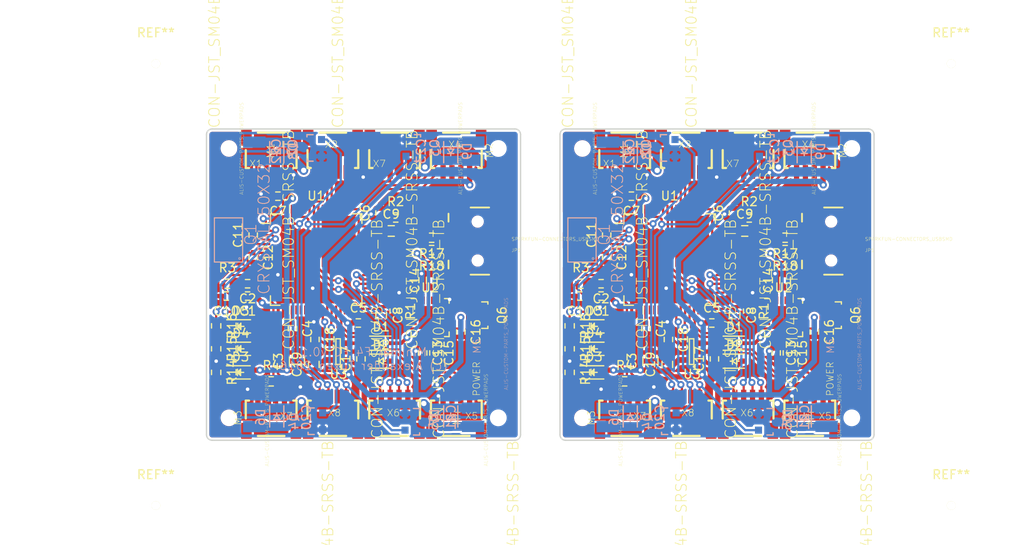
<source format=kicad_pcb>
(kicad_pcb (version 4) (host pcbnew 0.201601091448+6432~40~ubuntu14.04.1-stable)
  (layers (0 Top signal) (31 Bottom signal) (34 B.Paste user) (35 F.Paste user) (36 B.SilkS user hide) (37 F.SilkS user hide) (38 B.Mask user) (39 F.Mask user) (44 Edge.Cuts user))
  (net 0 "")
  (net 1 GND)
  (net 2 VCC)
  (net 3 /RESET)
  (net 4 MISO)
  (net 5 MOSI)
  (net 6 SCK)
  (net 7 PWM1)
  (net 8 SCK2)
  (net 9 MISO2)
  (net 10 MOSI2)
  (net 11 PWM2)
  (net 12 PWM3)
  (net 13 PWM4)
  (net 14 PWM5)
  (net 15 PWM6)
  (net 16 PWM8)
  (net 17 PWM7)
  (net 18 SWCLK)
  (net 19 SWDIO)
  (net 20 RX1)
  (net 21 TX1)
  (net 22 RX3)
  (net 23 TX3)
  (net 24 +5V_USB)
  (net 25 DAC)
  (net 26 RX5)
  (net 27 RX4)
  (net 28 TX4)
  (net 29 TX5)
  (net 30 SDA)
  (net 31 SCL)
  (net 32 EXTI)
  (net 33 VCCEXT)
  (net 34 "Net-(C8-Pad1)")
  (net 35 "Net-(C9-Pad1)")
  (net 36 "Net-(C11-Pad1)")
  (net 37 "Net-(C12-Pad1)")
  (net 38 "Net-(C14-Pad1)")
  (net 39 "Net-(C15-Pad1)")
  (net 40 LED_BLUE)
  (net 41 LED_RED)
  (net 42 "Net-(U1-Pad8)")
  (net 43 "Net-(U1-Pad14)")
  (net 44 "Net-(U1-Pad15)")
  (net 45 "Net-(U1-Pad24)")
  (net 46 "Net-(U1-Pad25)")
  (net 47 Flash)
  (net 48 "Net-(U1-Pad37)")
  (net 49 "Net-(U1-Pad38)")
  (net 50 "Net-(U1-Pad39)")
  (net 51 "Net-(U1-Pad43)")
  (net 52 "Net-(U1-Pad50)")
  (net 53 "Net-(U1-Pad55)")
  (net 54 "Net-(U2-Pad2)")
  (net 55 "Net-(U2-Pad3)")
  (net 56 "Net-(U2-Pad4)")
  (net 57 "Net-(U2-Pad5)")
  (net 58 "Net-(U2-Pad6)")
  (net 59 "Net-(U2-Pad7)")
  (net 60 "Net-(U2-Pad9)")
  (net 61 "Net-(U2-Pad12)")
  (net 62 "Net-(U2-Pad14)")
  (net 63 "Net-(U2-Pad15)")
  (net 64 "Net-(U2-Pad16)")
  (net 65 "Net-(U2-Pad17)")
  (net 66 "Net-(U2-Pad19)")
  (net 67 "Net-(U2-Pad21)")
  (net 68 "Net-(U2-Pad22)")
  (net 69 reg_vin)
  (net 70 reg_bypass)
  (net 71 "Net-(D3-Pad1)")
  (net 72 "Net-(D4-Pad1)")
  (net 73 "Net-(D5-Pad1)")
  (net 74 "Net-(U1-Pad28)")
  (net 75 USBD_P)
  (net 76 USBD_N)
  (net 77 M3)
  (net 78 M4)
  (net 79 M1)
  (net 80 M2)
  (net 81 "Net-(U1-Pad4)")
  (net 82 TX2/ADC123_IN2)
  (net 83 RX2/ADC123_IN3)
  (net 84 D+)
  (net 85 D-)
  (net 86 BUZZER)
  (net 87 MCU_BUZZER)
  (module Mounting_Holes:MountingHole_2-5mm (layer Top) (at 125 130)
    (fp_text reference REF** (at 0 -3.50012) (layer F.SilkS))
    (fp_text value PositioningHole_1mm)
    (pad "" np_thru_hole circle (at 0 0) (size 1 1) (drill 1) (layers *.Cu *.Mask F.SilkS))
  )
  (module Mounting_Holes:MountingHole_2-5mm (layer Top) (at 215 130)
    (fp_text reference REF** (at 0 -3.50012) (layer F.SilkS))
    (fp_text value PositioningHole_1mm)
    (pad "" np_thru_hole circle (at 0 0) (size 1 1) (drill 1) (layers *.Cu *.Mask F.SilkS))
  )
  (module Mounting_Holes:MountingHole_2-5mm (layer Top) (at 215 80)
    (fp_text reference REF** (at 0 -3.50012) (layer F.SilkS))
    (fp_text value PositioningHole_1mm)
    (pad "" np_thru_hole circle (at 0 0) (size 1 1) (drill 1) (layers *.Cu *.Mask F.SilkS))
  )
  (module Diodes_SMD:SOD-323 (layer Bottom) (at 198.369 120.015 270)
    (fp_text reference D7 (at 0 1.85 270) (layer B.SilkS) (effects (justify mirror)))
    (fp_text value D)
    (pad 1 smd rect (at -1.055 0 270) (size 0.59 0.45) (layers Bottom B.Paste B.Mask) (net 33 VCCEXT))
    (pad 2 smd rect (at 1.055 0 270) (size 0.59 0.45) (layers Bottom B.Paste B.Mask) (net 78 M4))
  )
  (module TO_SOT_Packages_SMD:SOT-23 (layer Bottom) (at 182.875 120.462 270)
    (fp_text reference Q4 (at 0 2.25 270) (layer B.SilkS) (effects (justify mirror)))
    (fp_text value BSS138)
    (pad 1 smd rect (at -0.95 -1.00076 270) (size 0.8001 0.8001) (layers Bottom B.Paste B.Mask) (net 12 PWM3))
    (pad 2 smd rect (at 0.95 -1.00076 270) (size 0.8001 0.8001) (layers Bottom B.Paste B.Mask) (net 1 GND))
    (pad 3 smd rect (at 0 0.99822 270) (size 0.8001 0.8001) (layers Bottom B.Paste B.Mask) (net 77 M3))
  )
  (module minimal:ALIS-CUSTOM-PARTS_PAD-JUMPER-2-NO_YES_SILK (layer Bottom) (at 200.909 120.015 270)
    (fp_text reference M4 (at 0.05588 1.8542 270) (layer F.SilkS) (effects (font (size 0.8128 0.8128) (thickness 0.0762))))
    (fp_text value ALIS-CUSTOM-PARTS_POWERPADS (at 0.30988 -1.4478 270) (layer F.SilkS) (effects (font (size 0.4064 0.4064) (thickness 0.0254))))
    (pad 1 smd rect (at -1.03378 0 180) (size 2.54 1.27) (layers Bottom B.Paste B.Mask) (net 33 VCCEXT))
    (pad 2 smd rect (at 1.03378 0 180) (size 2.54 1.27) (layers Bottom B.Paste B.Mask) (net 78 M4))
  )
  (module minimal:ALIS-CUSTOM-PARTS_PAD-JUMPER-2-NO_YES_SILK (layer Bottom) (at 176.144 120.03278 270)
    (fp_text reference M3 (at 0.05588 1.8542 270) (layer F.SilkS) (effects (font (size 0.8128 0.8128) (thickness 0.0762))))
    (fp_text value ALIS-CUSTOM-PARTS_POWERPADS (at 0.30988 -1.4478 270) (layer F.SilkS) (effects (font (size 0.4064 0.4064) (thickness 0.0254))))
    (pad 1 smd rect (at -1.03378 0 180) (size 2.54 1.27) (layers Bottom B.Paste B.Mask) (net 33 VCCEXT))
    (pad 2 smd rect (at 1.03378 0 180) (size 2.54 1.27) (layers Bottom B.Paste B.Mask) (net 77 M3))
  )
  (module Capacitors_SMD:C_0402 (layer Bottom) (at 196.718 120.015 90)
    (fp_text reference C21 (at 0 1.7 90) (layer B.SilkS) (effects (justify mirror)))
    (fp_text value 100n)
    (pad 1 smd rect (at -0.55 0 90) (size 0.6 0.5) (layers Bottom B.Paste B.Mask) (net 78 M4))
    (pad 2 smd rect (at 0.55 0 90) (size 0.6 0.5) (layers Bottom B.Paste B.Mask) (net 33 VCCEXT))
  )
  (module Capacitors_SMD:C_0402 (layer Bottom) (at 180.335 120.015 90)
    (fp_text reference C20 (at 0 1.7 90) (layer B.SilkS) (effects (justify mirror)))
    (fp_text value 100n)
    (pad 1 smd rect (at -0.55 0 90) (size 0.6 0.5) (layers Bottom B.Paste B.Mask) (net 77 M3))
    (pad 2 smd rect (at 0.55 0 90) (size 0.6 0.5) (layers Bottom B.Paste B.Mask) (net 33 VCCEXT))
  )
  (module Diodes_SMD:SOD-323 (layer Bottom) (at 178.684 120.015 270)
    (fp_text reference D6 (at 0 1.85 270) (layer B.SilkS) (effects (justify mirror)))
    (fp_text value D)
    (pad 1 smd rect (at -1.055 0 270) (size 0.59 0.45) (layers Bottom B.Paste B.Mask) (net 33 VCCEXT))
    (pad 2 smd rect (at 1.055 0 270) (size 0.59 0.45) (layers Bottom B.Paste B.Mask) (net 77 M3))
  )
  (module TO_SOT_Packages_SMD:SOT-23 (layer Bottom) (at 194.19578 120.523 90)
    (fp_text reference Q5 (at 0 2.25 90) (layer B.SilkS) (effects (justify mirror)))
    (fp_text value BSS138)
    (pad 1 smd rect (at -0.95 -1.00076 90) (size 0.8001 0.8001) (layers Bottom B.Paste B.Mask) (net 13 PWM4))
    (pad 2 smd rect (at 0.95 -1.00076 90) (size 0.8001 0.8001) (layers Bottom B.Paste B.Mask) (net 1 GND))
    (pad 3 smd rect (at 0 0.99822 90) (size 0.8001 0.8001) (layers Bottom B.Paste B.Mask) (net 78 M4))
  )
  (module Diodes_SMD:SOD-323 (layer Bottom) (at 198.369 89.916 90)
    (fp_text reference D9 (at 0 1.85 90) (layer B.SilkS) (effects (justify mirror)))
    (fp_text value D)
    (pad 1 smd rect (at -1.055 0 90) (size 0.59 0.45) (layers Bottom B.Paste B.Mask) (net 33 VCCEXT))
    (pad 2 smd rect (at 1.055 0 90) (size 0.59 0.45) (layers Bottom B.Paste B.Mask) (net 79 M1))
  )
  (module TO_SOT_Packages_SMD:SOT-23 (layer Bottom) (at 182.748 89.535 270)
    (fp_text reference Q2 (at 0 2.25 270) (layer B.SilkS) (effects (justify mirror)))
    (fp_text value BSS138)
    (pad 1 smd rect (at -0.95 -1.00076 270) (size 0.8001 0.8001) (layers Bottom B.Paste B.Mask) (net 16 PWM8))
    (pad 2 smd rect (at 0.95 -1.00076 270) (size 0.8001 0.8001) (layers Bottom B.Paste B.Mask) (net 1 GND))
    (pad 3 smd rect (at 0 0.99822 270) (size 0.8001 0.8001) (layers Bottom B.Paste B.Mask) (net 80 M2))
  )
  (module minimal:ALIS-CUSTOM-PARTS_PAD-JUMPER-2-NO_YES_SILK (layer Bottom) (at 200.909 89.89822 90)
    (fp_text reference M2 (at 0.05588 1.8542 90) (layer F.SilkS) (effects (font (size 0.8128 0.8128) (thickness 0.0762))))
    (fp_text value ALIS-CUSTOM-PARTS_POWERPADS (at 0.30988 -1.4478 90) (layer F.SilkS) (effects (font (size 0.4064 0.4064) (thickness 0.0254))))
    (pad 1 smd rect (at -1.03378 0) (size 2.54 1.27) (layers Bottom B.Paste B.Mask) (net 33 VCCEXT))
    (pad 2 smd rect (at 1.03378 0) (size 2.54 1.27) (layers Bottom B.Paste B.Mask) (net 79 M1))
  )
  (module minimal:ALIS-CUSTOM-PARTS_PAD-JUMPER-2-NO_YES_SILK (layer Bottom) (at 176.144 89.916 90)
    (fp_text reference M1 (at 0.05588 1.8542 90) (layer F.SilkS) (effects (font (size 0.8128 0.8128) (thickness 0.0762))))
    (fp_text value ALIS-CUSTOM-PARTS_POWERPADS (at 0.30988 -1.4478 90) (layer F.SilkS) (effects (font (size 0.4064 0.4064) (thickness 0.0254))))
    (pad 1 smd rect (at -1.03378 0) (size 2.54 1.27) (layers Bottom B.Paste B.Mask) (net 33 VCCEXT))
    (pad 2 smd rect (at 1.03378 0) (size 2.54 1.27) (layers Bottom B.Paste B.Mask) (net 80 M2))
  )
  (module Capacitors_SMD:C_0402 (layer Bottom) (at 196.718 89.916 270)
    (fp_text reference C23 (at 0 1.7 270) (layer B.SilkS) (effects (justify mirror)))
    (fp_text value 100n)
    (pad 1 smd rect (at -0.55 0 270) (size 0.6 0.5) (layers Bottom B.Paste B.Mask) (net 79 M1))
    (pad 2 smd rect (at 0.55 0 270) (size 0.6 0.5) (layers Bottom B.Paste B.Mask) (net 33 VCCEXT))
  )
  (module Capacitors_SMD:C_0402 (layer Bottom) (at 180.335 89.916 270)
    (fp_text reference C22 (at 0 1.7 270) (layer B.SilkS) (effects (justify mirror)))
    (fp_text value 100n)
    (pad 1 smd rect (at -0.55 0 270) (size 0.6 0.5) (layers Bottom B.Paste B.Mask) (net 80 M2))
    (pad 2 smd rect (at 0.55 0 270) (size 0.6 0.5) (layers Bottom B.Paste B.Mask) (net 33 VCCEXT))
  )
  (module Diodes_SMD:SOD-323 (layer Bottom) (at 178.684 89.916 90)
    (fp_text reference D8 (at 0 1.85 90) (layer B.SilkS) (effects (justify mirror)))
    (fp_text value D)
    (pad 1 smd rect (at -1.055 0 90) (size 0.59 0.45) (layers Bottom B.Paste B.Mask) (net 33 VCCEXT))
    (pad 2 smd rect (at 1.055 0 90) (size 0.59 0.45) (layers Bottom B.Paste B.Mask) (net 80 M2))
  )
  (module TO_SOT_Packages_SMD:SOT-23 (layer Bottom) (at 194.305 89.535 90)
    (fp_text reference Q3 (at 0 2.25 90) (layer B.SilkS) (effects (justify mirror)))
    (fp_text value BSS138)
    (pad 1 smd rect (at -0.95 -1.00076 90) (size 0.8001 0.8001) (layers Bottom B.Paste B.Mask) (net 17 PWM7))
    (pad 2 smd rect (at 0.95 -1.00076 90) (size 0.8001 0.8001) (layers Bottom B.Paste B.Mask) (net 1 GND))
    (pad 3 smd rect (at 0 0.99822 90) (size 0.8001 0.8001) (layers Bottom B.Paste B.Mask) (net 79 M1))
  )
  (module SM04B-SRSS-TB (layer Top) (at 185.034 120.65)
    (fp_text reference X8 (at 0.9525 -1.5875) (layer F.SilkS) (effects (font (size 0.77216 0.77216) (thickness 0.061772)) (justify right top)))
    (fp_text value CON-JST_SM04B-SRSS-TB (at 5.715 1.905 90) (layer F.SilkS) (effects (font (size 1.2065 1.2065) (thickness 0.09652)) (justify left bottom)))
    (pad 1 smd rect (at -1.5 -2.975) (size 0.6 1.55) (layers Top F.Paste F.Mask) (net 16 PWM8))
    (pad 2 smd rect (at -0.5 -2.975) (size 0.6 1.55) (layers Top F.Paste F.Mask) (net 17 PWM7))
    (pad 3 smd rect (at 0.5 -2.975) (size 0.6 1.55) (layers Top F.Paste F.Mask) (net 12 PWM3))
    (pad 4 smd rect (at 1.5 -2.975) (size 0.6 1.55) (layers Top F.Paste F.Mask) (net 13 PWM4))
    (pad FIT@ smd rect (at -2.8 0.9) (size 1.2 1.8) (layers Top F.Paste F.Mask))
    (pad FIT@ smd rect (at 2.8 0.9) (size 1.2 1.8) (layers Top F.Paste F.Mask))
  )
  (module Capacitors_SMD:C_0402 (layer Top) (at 196.464 112.734 270)
    (fp_text reference C15 (at 0 -1.7 270) (layer F.SilkS))
    (fp_text value 100n)
    (pad 1 smd rect (at -0.55 0 270) (size 0.6 0.5) (layers Top F.Paste F.Mask) (net 39 "Net-(C15-Pad1)"))
    (pad 2 smd rect (at 0.55 0 270) (size 0.6 0.5) (layers Top F.Paste F.Mask) (net 1 GND))
  )
  (module SM04B-SRSS-TB (layer Top) (at 199.004 120.65)
    (fp_text reference X5 (at 0.9525 -0.3175) (layer F.SilkS) (effects (font (size 0.77216 0.77216) (thickness 0.061772)) (justify left bottom)))
    (fp_text value CON-JST_SM04B-SRSS-TB (at 5.715 1.905 270) (layer F.SilkS) (effects (font (size 1.2065 1.2065) (thickness 0.09652)) (justify right top)))
    (pad 1 smd rect (at -1.5 -2.975) (size 0.6 1.55) (layers Top F.Paste F.Mask) (net 1 GND))
    (pad 2 smd rect (at -0.5 -2.975) (size 0.6 1.55) (layers Top F.Paste F.Mask) (net 2 VCC))
    (pad 3 smd rect (at 0.5 -2.975) (size 0.6 1.55) (layers Top F.Paste F.Mask) (net 23 TX3))
    (pad 4 smd rect (at 1.5 -2.975) (size 0.6 1.55) (layers Top F.Paste F.Mask) (net 22 RX3))
    (pad FIT@ smd rect (at -2.8 0.9) (size 1.2 1.8) (layers Top F.Paste F.Mask))
    (pad FIT@ smd rect (at 2.8 0.9) (size 1.2 1.8) (layers Top F.Paste F.Mask))
  )
  (module Capacitors_SMD:C_0402 (layer Top) (at 195.194 112.734 270)
    (fp_text reference C13 (at 0 -1.7 270) (layer F.SilkS))
    (fp_text value 10n)
    (pad 1 smd rect (at -0.55 0 270) (size 0.6 0.5) (layers Top F.Paste F.Mask) (net 2 VCC))
    (pad 2 smd rect (at 0.55 0 270) (size 0.6 0.5) (layers Top F.Paste F.Mask) (net 1 GND))
  )
  (module SM04B-SRSS-TB (layer Top) (at 192.019 120.65)
    (fp_text reference X6 (at 0.635 -1.5875) (layer F.SilkS) (effects (font (size 0.77216 0.77216) (thickness 0.061772)) (justify right top)))
    (fp_text value CON-JST_SM04B-SRSS-TB (at 5.715 1.905 90) (layer F.SilkS) (effects (font (size 1.2065 1.2065) (thickness 0.09652)) (justify left bottom)))
    (pad 1 smd rect (at -1.5 -2.975) (size 0.6 1.55) (layers Top F.Paste F.Mask) (net 11 PWM2))
    (pad 2 smd rect (at -0.5 -2.975) (size 0.6 1.55) (layers Top F.Paste F.Mask) (net 7 PWM1))
    (pad 3 smd rect (at 0.5 -2.975) (size 0.6 1.55) (layers Top F.Paste F.Mask) (net 14 PWM5))
    (pad 4 smd rect (at 1.5 -2.975) (size 0.6 1.55) (layers Top F.Paste F.Mask) (net 15 PWM6))
    (pad FIT@ smd rect (at -2.8 0.9) (size 1.2 1.8) (layers Top F.Paste F.Mask))
    (pad FIT@ smd rect (at 2.8 0.9) (size 1.2 1.8) (layers Top F.Paste F.Mask))
  )
  (module TO_SOT_Packages_SMD:SOT-23 (layer Top) (at 201.925 108.458 270)
    (fp_text reference Q6 (at 0 -2.25 270) (layer F.SilkS))
    (fp_text value BSS138)
    (pad 1 smd rect (at -0.95 1.00076 270) (size 0.8001 0.8001) (layers Top F.Paste F.Mask) (net 87 MCU_BUZZER))
    (pad 2 smd rect (at 0.95 1.00076 270) (size 0.8001 0.8001) (layers Top F.Paste F.Mask) (net 1 GND))
    (pad 3 smd rect (at 0 -0.99822 270) (size 0.8001 0.8001) (layers Top F.Paste F.Mask) (net 86 BUZZER))
  )
  (module Capacitors_SMD:C_0402 (layer Top) (at 199.512 110.363 270)
    (fp_text reference C16 (at 0 -1.7 270) (layer F.SilkS))
    (fp_text value 100n)
    (pad 1 smd rect (at -0.55 0 270) (size 0.6 0.5) (layers Top F.Paste F.Mask) (net 2 VCC))
    (pad 2 smd rect (at 0.55 0 270) (size 0.6 0.5) (layers Top F.Paste F.Mask) (net 1 GND))
  )
  (module Resistors_SMD:R_0402 (layer Top) (at 192.019 108.008 270)
    (fp_text reference R1 (at 0 -1.8 270) (layer F.SilkS))
    (fp_text value 0R)
    (pad 1 smd rect (at -0.45 0 270) (size 0.4 0.6) (layers Top F.Paste F.Mask) (net 34 "Net-(C8-Pad1)"))
    (pad 2 smd rect (at 0.45 0 270) (size 0.4 0.6) (layers Top F.Paste F.Mask) (net 1 GND))
  )
  (module minimal:ALIS-CUSTOM-PARTS_PAD-JUMPER-2-NO_YES_SILK (layer Top) (at 203.195 112.014 90)
    (fp_text reference M5 (at 0.05588 -1.8542 90) (layer B.SilkS) (effects (font (size 0.8128 0.8128) (thickness 0.0762))))
    (fp_text value ALIS-CUSTOM-PARTS_POWERPADS (at 0.30988 1.4478 90) (layer B.SilkS) (effects (font (size 0.4064 0.4064) (thickness 0.0254))))
    (pad 1 smd rect (at -1.03378 0 180) (size 2.54 1.27) (layers Top F.Paste F.Mask) (net 33 VCCEXT))
    (pad 2 smd rect (at 1.03378 0 180) (size 2.54 1.27) (layers Top F.Paste F.Mask) (net 86 BUZZER))
  )
  (module Housings_DFN_QFN:QFN-24-1EP_4x4mm_Pitch0.5mm (layer Top) (at 196.038 108.732)
    (fp_text reference U2 (at 0 -3.375) (layer F.SilkS))
    (fp_text value MPU6050)
    (pad 1 smd rect (at -1.95 -1.25) (size 0.85 0.3) (layers Top F.Paste F.Mask) (net 1 GND))
    (pad 2 smd rect (at -1.95 -0.75) (size 0.85 0.3) (layers Top F.Paste F.Mask) (net 54 "Net-(U2-Pad2)"))
    (pad 3 smd rect (at -1.95 -0.25) (size 0.85 0.3) (layers Top F.Paste F.Mask) (net 55 "Net-(U2-Pad3)"))
    (pad 4 smd rect (at -1.95 0.25) (size 0.85 0.3) (layers Top F.Paste F.Mask) (net 56 "Net-(U2-Pad4)"))
    (pad 5 smd rect (at -1.95 0.75) (size 0.85 0.3) (layers Top F.Paste F.Mask) (net 57 "Net-(U2-Pad5)"))
    (pad 6 smd rect (at -1.95 1.25) (size 0.85 0.3) (layers Top F.Paste F.Mask) (net 58 "Net-(U2-Pad6)"))
    (pad 7 smd rect (at -1.25 1.95 90) (size 0.85 0.3) (layers Top F.Paste F.Mask) (net 59 "Net-(U2-Pad7)"))
    (pad 8 smd rect (at -0.75 1.95 90) (size 0.85 0.3) (layers Top F.Paste F.Mask) (net 2 VCC))
    (pad 9 smd rect (at -0.25 1.95 90) (size 0.85 0.3) (layers Top F.Paste F.Mask) (net 60 "Net-(U2-Pad9)"))
    (pad 10 smd rect (at 0.25 1.95 90) (size 0.85 0.3) (layers Top F.Paste F.Mask) (net 39 "Net-(C15-Pad1)"))
    (pad 11 smd rect (at 0.75 1.95 90) (size 0.85 0.3) (layers Top F.Paste F.Mask) (net 1 GND))
    (pad 12 smd rect (at 1.25 1.95 90) (size 0.85 0.3) (layers Top F.Paste F.Mask) (net 61 "Net-(U2-Pad12)"))
    (pad 13 smd rect (at 1.95 1.25) (size 0.85 0.3) (layers Top F.Paste F.Mask) (net 2 VCC))
    (pad 14 smd rect (at 1.95 0.75) (size 0.85 0.3) (layers Top F.Paste F.Mask) (net 62 "Net-(U2-Pad14)"))
    (pad 15 smd rect (at 1.95 0.25) (size 0.85 0.3) (layers Top F.Paste F.Mask) (net 63 "Net-(U2-Pad15)"))
    (pad 16 smd rect (at 1.95 -0.25) (size 0.85 0.3) (layers Top F.Paste F.Mask) (net 64 "Net-(U2-Pad16)"))
    (pad 17 smd rect (at 1.95 -0.75) (size 0.85 0.3) (layers Top F.Paste F.Mask) (net 65 "Net-(U2-Pad17)"))
    (pad 18 smd rect (at 1.95 -1.25) (size 0.85 0.3) (layers Top F.Paste F.Mask) (net 1 GND))
    (pad 19 smd rect (at 1.25 -1.95 90) (size 0.85 0.3) (layers Top F.Paste F.Mask) (net 66 "Net-(U2-Pad19)"))
    (pad 20 smd rect (at 0.75 -1.95 90) (size 0.85 0.3) (layers Top F.Paste F.Mask) (net 38 "Net-(C14-Pad1)"))
    (pad 21 smd rect (at 0.25 -1.95 90) (size 0.85 0.3) (layers Top F.Paste F.Mask) (net 67 "Net-(U2-Pad21)"))
    (pad 22 smd rect (at -0.25 -1.95 90) (size 0.85 0.3) (layers Top F.Paste F.Mask) (net 68 "Net-(U2-Pad22)"))
    (pad 23 smd rect (at -0.75 -1.95 90) (size 0.85 0.3) (layers Top F.Paste F.Mask) (net 31 SCL))
    (pad 24 smd rect (at -1.25 -1.95 90) (size 0.85 0.3) (layers Top F.Paste F.Mask) (net 30 SDA))
    (pad 25 smd rect (at 0.65 0.65) (size 1.3 1.3) (layers Top F.Paste F.Mask))
    (pad 25 smd rect (at 0.65 -0.65) (size 1.3 1.3) (layers Top F.Paste F.Mask))
    (pad 25 smd rect (at -0.65 0.65) (size 1.3 1.3) (layers Top F.Paste F.Mask))
    (pad 25 smd rect (at -0.65 -0.65) (size 1.3 1.3) (layers Top F.Paste F.Mask))
  )
  (module "" (layer Top) (at 203.7511 120.0786)
    (fp_text reference @HOLE1 hide)
    (fp_text value "" (at 0 0) (layer F.SilkS))
    (pad "" np_thru_hole circle (at 0 0) (size 1.4 1.4) (drill 1.4) (layers *.Cu *.Mask))
  )
  (module PAD-JUMPER-2-NO_YES_SILK (layer Top) (at 203.195 115.697 90)
    (fp_text reference POWER (at -1.9748 -1.4478 90) (layer F.SilkS) (effects (font (size 0.77216 0.77216) (thickness 0.061772)) (justify left bottom)))
    (fp_text value "" (at -2.413 2.286 90) (layer F.SilkS) (effects (font (size 0.77216 0.77216) (thickness 0.061772)) (justify left bottom)))
    (pad 1 smd rect (at -1.0342 0 180) (size 2.54 1.27) (layers Top F.Paste F.Mask) (net 33 VCCEXT))
    (pad 2 smd rect (at 1.0342 0 180) (size 2.54 1.27) (layers Top F.Paste F.Mask) (net 1 GND))
  )
  (module Resistors_SMD:R_0402 (layer Top) (at 192.146 97.409)
    (fp_text reference R2 (at 0 -1.8) (layer F.SilkS))
    (fp_text value 0R)
    (pad 1 smd rect (at -0.45 0) (size 0.4 0.6) (layers Top F.Paste F.Mask) (net 35 "Net-(C9-Pad1)"))
    (pad 2 smd rect (at 0.45 0) (size 0.4 0.6) (layers Top F.Paste F.Mask) (net 1 GND))
  )
  (module "" (layer Top) (at 203.7511 89.5986)
    (fp_text reference @HOLE2 hide)
    (fp_text value "" (at 0 0) (layer F.SilkS))
    (pad "" np_thru_hole circle (at 0 0) (size 1.4 1.4) (drill 1.4) (layers *.Cu *.Mask))
  )
  (module Capacitors_SMD:C_0603 (layer Top) (at 191.638 98.933)
    (fp_text reference C9 (at 0 -1.9) (layer F.SilkS))
    (fp_text value 2.2u)
    (pad 1 smd rect (at -0.75 0) (size 0.8 0.75) (layers Top F.Paste F.Mask) (net 35 "Net-(C9-Pad1)"))
    (pad 2 smd rect (at 0.75 0) (size 0.8 0.75) (layers Top F.Paste F.Mask) (net 1 GND))
  )
  (module SM04B-SRSS-TB (layer Top) (at 199.004 89.281 180)
    (fp_text reference X4 (at 0.9525 -0.3175 180) (layer F.SilkS) (effects (font (size 0.77216 0.77216) (thickness 0.061772)) (justify left bottom)))
    (fp_text value CON-JST_SM04B-SRSS-TB (at 5.715 1.905 450) (layer F.SilkS) (effects (font (size 1.2065 1.2065) (thickness 0.09652)) (justify right top)))
    (pad 1 smd rect (at -1.5 -2.975 180) (size 0.6 1.55) (layers Top F.Paste F.Mask) (net 2 VCC))
    (pad 2 smd rect (at -0.5 -2.975 180) (size 0.6 1.55) (layers Top F.Paste F.Mask) (net 18 SWCLK))
    (pad 3 smd rect (at 0.5 -2.975 180) (size 0.6 1.55) (layers Top F.Paste F.Mask) (net 1 GND))
    (pad 4 smd rect (at 1.5 -2.975 180) (size 0.6 1.55) (layers Top F.Paste F.Mask) (net 19 SWDIO))
    (pad FIT@ smd rect (at -2.8 0.9 180) (size 1.2 1.8) (layers Top F.Paste F.Mask))
    (pad FIT@ smd rect (at 2.8 0.9 180) (size 1.2 1.8) (layers Top F.Paste F.Mask))
  )
  (module SM04B-SRSS-TB (layer Top) (at 192.019 89.281 180)
    (fp_text reference X7 (at 0.9525 -1.5875 180) (layer F.SilkS) (effects (font (size 0.77216 0.77216) (thickness 0.061772)) (justify right top)))
    (fp_text value CON-JST_SM04B-SRSS-TB (at 5.715 1.905 270) (layer F.SilkS) (effects (font (size 1.2065 1.2065) (thickness 0.09652)) (justify left bottom)))
    (pad 1 smd rect (at -1.5 -2.975 180) (size 0.6 1.55) (layers Top F.Paste F.Mask) (net 1 GND))
    (pad 2 smd rect (at -0.5 -2.975 180) (size 0.6 1.55) (layers Top F.Paste F.Mask) (net 33 VCCEXT))
    (pad 3 smd rect (at 0.5 -2.975 180) (size 0.6 1.55) (layers Top F.Paste F.Mask) (net 28 TX4))
    (pad 4 smd rect (at 1.5 -2.975 180) (size 0.6 1.55) (layers Top F.Paste F.Mask) (net 27 RX4))
    (pad FIT@ smd rect (at -2.8 0.9 180) (size 1.2 1.8) (layers Top F.Paste F.Mask))
    (pad FIT@ smd rect (at 2.8 0.9 180) (size 1.2 1.8) (layers Top F.Paste F.Mask))
  )
  (module Resistors_SMD:R_0402 (layer Top) (at 196.21 101.092 180)
    (fp_text reference R18 (at 0 -1.8 180) (layer F.SilkS))
    (fp_text value 22R)
    (pad 1 smd rect (at -0.45 0 180) (size 0.4 0.6) (layers Top F.Paste F.Mask) (net 85 D-))
    (pad 2 smd rect (at 0.45 0 180) (size 0.4 0.6) (layers Top F.Paste F.Mask) (net 76 USBD_N))
  )
  (module Capacitors_SMD:C_0603 (layer Top) (at 196.21 104.521 90)
    (fp_text reference C14 (at 0 -1.9 90) (layer F.SilkS))
    (fp_text value 2.2u)
    (pad 1 smd rect (at -0.75 0 90) (size 0.8 0.75) (layers Top F.Paste F.Mask) (net 38 "Net-(C14-Pad1)"))
    (pad 2 smd rect (at 0.75 0 90) (size 0.8 0.75) (layers Top F.Paste F.Mask) (net 1 GND))
  )
  (module USB-MINIB (layer Top) (at 201.417 100.076 180)
    (fp_text reference JP1 (at -3.81 -1.27 180) (layer F.SilkS) (effects (font (size 0.38608 0.38608) (thickness 0.032512)) (justify left bottom)))
    (fp_text value SPARKFUN-CONNECTORS_USBSMD (at -3.81 0 180) (layer F.SilkS) (effects (font (size 0.38608 0.38608) (thickness 0.032512)) (justify left bottom)))
    (pad D+ smd rect (at 2.5 0 180) (size 2.5 0.5) (layers Top F.Paste F.Mask) (net 84 D+))
    (pad D- smd rect (at 2.5 -0.8 180) (size 2.5 0.5) (layers Top F.Paste F.Mask) (net 85 D-))
    (pad GND smd rect (at 2.5 1.6 180) (size 2.5 0.5) (layers Top F.Paste F.Mask) (net 1 GND))
    (pad ID smd rect (at 2.5 0.8 180) (size 2.5 0.5) (layers Top F.Paste F.Mask))
    (pad MTN3 smd rect (at -3 4.5 180) (size 2.5 2) (layers Top F.Paste F.Mask))
    (pad MTN1 smd rect (at -3 -4.5 180) (size 2.5 2) (layers Top F.Paste F.Mask))
    (pad MTN4 smd rect (at 2.5 4.5 180) (size 2.5 2) (layers Top F.Paste F.Mask))
    (pad MTN2 smd rect (at 2.5 -4.5 180) (size 2.5 2) (layers Top F.Paste F.Mask))
    (pad VBUS smd rect (at 2.5 -1.6 180) (size 2.5 0.5) (layers Top F.Paste F.Mask) (net 24 +5V_USB))
    (pad "" np_thru_hole circle (at 0 -2.2 180) (size 0.9 0.9) (drill 0.9) (layers *.Cu *.Mask))
    (pad "" np_thru_hole circle (at 0 2.2 180) (size 0.9 0.9) (drill 0.9) (layers *.Cu *.Mask))
  )
  (module Resistors_SMD:R_0402 (layer Top) (at 196.21 99.695 180)
    (fp_text reference R17 (at 0 -1.8 180) (layer F.SilkS))
    (fp_text value 22R)
    (pad 1 smd rect (at -0.45 0 180) (size 0.4 0.6) (layers Top F.Paste F.Mask) (net 84 D+))
    (pad 2 smd rect (at 0.45 0 180) (size 0.4 0.6) (layers Top F.Paste F.Mask) (net 75 USBD_P))
  )
  (module Resistors_SMD:R_0402 (layer Top) (at 178.049 115.951)
    (fp_text reference R4 (at 0 -1.8) (layer F.SilkS))
    (fp_text value 0R)
    (pad 1 smd rect (at -0.45 0) (size 0.4 0.6) (layers Top F.Paste F.Mask) (net 33 VCCEXT))
    (pad 2 smd rect (at 0.45 0) (size 0.4 0.6) (layers Top F.Paste F.Mask) (net 82 TX2/ADC123_IN2))
  )
  (module SM04B-SRSS-TB (layer Top) (at 178.049 120.6499)
    (fp_text reference X3 (at 0.9525 -0.3175) (layer F.SilkS) (effects (font (size 0.77216 0.77216) (thickness 0.061772)) (justify left bottom)))
    (fp_text value CON-JST_SM04B-SRSS-TB (at 5.715 1.905 270) (layer F.SilkS) (effects (font (size 1.2065 1.2065) (thickness 0.09652)) (justify right top)))
    (pad 1 smd rect (at -1.5 -2.975) (size 0.6 1.55) (layers Top F.Paste F.Mask) (net 1 GND))
    (pad 2 smd rect (at -0.5 -2.975) (size 0.6 1.55) (layers Top F.Paste F.Mask) (net 33 VCCEXT))
    (pad 3 smd rect (at 0.5 -2.975) (size 0.6 1.55) (layers Top F.Paste F.Mask) (net 82 TX2/ADC123_IN2))
    (pad 4 smd rect (at 1.5 -2.975) (size 0.6 1.55) (layers Top F.Paste F.Mask) (net 83 RX2/ADC123_IN3))
    (pad FIT@ smd rect (at -2.8 0.9) (size 1.2 1.8) (layers Top F.Paste F.Mask))
    (pad FIT@ smd rect (at 2.8 0.9) (size 1.2 1.8) (layers Top F.Paste F.Mask))
  )
  (module "" (layer Top) (at 173.2711 120.0786)
    (fp_text reference @HOLE0 hide)
    (fp_text value "" (at 0 0) (layer F.SilkS))
    (pad "" np_thru_hole circle (at 0 0) (size 1.4 1.4) (drill 1.4) (layers *.Cu *.Mask))
  )
  (module LEDs:LED-0805 (layer Top) (at 174.58698 114.935)
    (fp_text reference D3 (at 0 -1.75) (layer F.SilkS))
    (fp_text value Green)
    (pad 2 smd rect (at 1.04902 0 180) (size 1.19888 1.19888) (layers Top F.Paste F.Mask) (net 2 VCC))
    (pad 1 smd rect (at -1.04902 0 180) (size 1.19888 1.19888) (layers Top F.Paste F.Mask) (net 71 "Net-(D3-Pad1)"))
  )
  (module Capacitors_SMD:C_0603 (layer Top) (at 182.875 114.034 90)
    (fp_text reference C19 (at 0 -1.9 90) (layer F.SilkS))
    (fp_text value 2.2u)
    (pad 1 smd rect (at -0.75 0 90) (size 0.8 0.75) (layers Top F.Paste F.Mask) (net 2 VCC))
    (pad 2 smd rect (at 0.75 0 90) (size 0.8 0.75) (layers Top F.Paste F.Mask) (net 1 GND))
  )
  (module Capacitors_SMD:C_0805 (layer Top) (at 180.97 113.681 90)
    (fp_text reference C3 (at 0 -2.1 90) (layer F.SilkS))
    (fp_text value 4.7u)
    (pad 1 smd rect (at -1 0 90) (size 1 1.25) (layers Top F.Paste F.Mask) (net 2 VCC))
    (pad 2 smd rect (at 1 0 90) (size 1 1.25) (layers Top F.Paste F.Mask) (net 1 GND))
  )
  (module Capacitors_SMD:C_0402 (layer Top) (at 183.002 111.21 270)
    (fp_text reference C18 (at 0 -1.7 270) (layer F.SilkS))
    (fp_text value 10n)
    (pad 1 smd rect (at -0.55 0 270) (size 0.6 0.5) (layers Top F.Paste F.Mask) (net 70 reg_bypass))
    (pad 2 smd rect (at 0.55 0 270) (size 0.6 0.5) (layers Top F.Paste F.Mask) (net 1 GND))
  )
  (module Capacitors_SMD:C_0402 (layer Top) (at 180.462 109.982 270)
    (fp_text reference C4 (at 0 -1.7 270) (layer F.SilkS))
    (fp_text value 100n)
    (pad 1 smd rect (at -0.55 0 270) (size 0.6 0.5) (layers Top F.Paste F.Mask) (net 2 VCC))
    (pad 2 smd rect (at 0.55 0 270) (size 0.6 0.5) (layers Top F.Paste F.Mask) (net 1 GND))
  )
  (module Housings_QFP:LQFP-64_10x10mm_Pitch0.5mm (layer Top) (at 183.144 102.168)
    (fp_text reference U1 (at 0 -7.2) (layer F.SilkS))
    (fp_text value STM32_STM32F10XRXT6)
    (pad 1 smd rect (at -5.7 -3.75) (size 1 0.25) (layers Top F.Paste F.Mask) (net 2 VCC))
    (pad 2 smd rect (at -5.7 -3.25) (size 1 0.25) (layers Top F.Paste F.Mask) (net 41 LED_RED))
    (pad 3 smd rect (at -5.7 -2.75) (size 1 0.25) (layers Top F.Paste F.Mask) (net 40 LED_BLUE))
    (pad 4 smd rect (at -5.7 -2.25) (size 1 0.25) (layers Top F.Paste F.Mask) (net 81 "Net-(U1-Pad4)"))
    (pad 5 smd rect (at -5.7 -1.75) (size 1 0.25) (layers Top F.Paste F.Mask) (net 36 "Net-(C11-Pad1)"))
    (pad 6 smd rect (at -5.7 -1.25) (size 1 0.25) (layers Top F.Paste F.Mask) (net 37 "Net-(C12-Pad1)"))
    (pad 7 smd rect (at -5.7 -0.75) (size 1 0.25) (layers Top F.Paste F.Mask) (net 3 /RESET))
    (pad 8 smd rect (at -5.7 -0.25) (size 1 0.25) (layers Top F.Paste F.Mask) (net 42 "Net-(U1-Pad8)"))
    (pad 9 smd rect (at -5.7 0.25) (size 1 0.25) (layers Top F.Paste F.Mask) (net 32 EXTI))
    (pad 10 smd rect (at -5.7 0.75) (size 1 0.25) (layers Top F.Paste F.Mask) (net 4 MISO))
    (pad 11 smd rect (at -5.7 1.25) (size 1 0.25) (layers Top F.Paste F.Mask) (net 5 MOSI))
    (pad 12 smd rect (at -5.7 1.75) (size 1 0.25) (layers Top F.Paste F.Mask) (net 1 GND))
    (pad 13 smd rect (at -5.7 2.25) (size 1 0.25) (layers Top F.Paste F.Mask) (net 2 VCC))
    (pad 14 smd rect (at -5.7 2.75) (size 1 0.25) (layers Top F.Paste F.Mask) (net 43 "Net-(U1-Pad14)"))
    (pad 15 smd rect (at -5.7 3.25) (size 1 0.25) (layers Top F.Paste F.Mask) (net 44 "Net-(U1-Pad15)"))
    (pad 16 smd rect (at -5.7 3.75) (size 1 0.25) (layers Top F.Paste F.Mask) (net 82 TX2/ADC123_IN2))
    (pad 17 smd rect (at -3.75 5.7 90) (size 1 0.25) (layers Top F.Paste F.Mask) (net 83 RX2/ADC123_IN3))
    (pad 18 smd rect (at -3.25 5.7 90) (size 1 0.25) (layers Top F.Paste F.Mask) (net 1 GND))
    (pad 19 smd rect (at -2.75 5.7 90) (size 1 0.25) (layers Top F.Paste F.Mask) (net 2 VCC))
    (pad 20 smd rect (at -2.25 5.7 90) (size 1 0.25) (layers Top F.Paste F.Mask) (net 25 DAC))
    (pad 21 smd rect (at -1.75 5.7 90) (size 1 0.25) (layers Top F.Paste F.Mask) (net 8 SCK2))
    (pad 22 smd rect (at -1.25 5.7 90) (size 1 0.25) (layers Top F.Paste F.Mask) (net 9 MISO2))
    (pad 23 smd rect (at -0.75 5.7 90) (size 1 0.25) (layers Top F.Paste F.Mask) (net 10 MOSI2))
    (pad 24 smd rect (at -0.25 5.7 90) (size 1 0.25) (layers Top F.Paste F.Mask) (net 45 "Net-(U1-Pad24)"))
    (pad 25 smd rect (at 0.25 5.7 90) (size 1 0.25) (layers Top F.Paste F.Mask) (net 46 "Net-(U1-Pad25)"))
    (pad 26 smd rect (at 0.75 5.7 90) (size 1 0.25) (layers Top F.Paste F.Mask) (net 12 PWM3))
    (pad 27 smd rect (at 1.25 5.7 90) (size 1 0.25) (layers Top F.Paste F.Mask) (net 13 PWM4))
    (pad 28 smd rect (at 1.75 5.7 90) (size 1 0.25) (layers Top F.Paste F.Mask) (net 74 "Net-(U1-Pad28)"))
    (pad 29 smd rect (at 2.25 5.7 90) (size 1 0.25) (layers Top F.Paste F.Mask) (net 23 TX3))
    (pad 30 smd rect (at 2.75 5.7 90) (size 1 0.25) (layers Top F.Paste F.Mask) (net 22 RX3))
    (pad 31 smd rect (at 3.25 5.7 90) (size 1 0.25) (layers Top F.Paste F.Mask) (net 34 "Net-(C8-Pad1)"))
    (pad 32 smd rect (at 3.75 5.7 90) (size 1 0.25) (layers Top F.Paste F.Mask) (net 2 VCC))
    (pad 33 smd rect (at 5.7 3.75) (size 1 0.25) (layers Top F.Paste F.Mask) (net 47 Flash))
    (pad 34 smd rect (at 5.7 3.25) (size 1 0.25) (layers Top F.Paste F.Mask) (net 6 SCK))
    (pad 35 smd rect (at 5.7 2.75) (size 1 0.25) (layers Top F.Paste F.Mask) (net 14 PWM5))
    (pad 36 smd rect (at 5.7 2.25) (size 1 0.25) (layers Top F.Paste F.Mask) (net 15 PWM6))
    (pad 37 smd rect (at 5.7 1.75) (size 1 0.25) (layers Top F.Paste F.Mask) (net 48 "Net-(U1-Pad37)"))
    (pad 38 smd rect (at 5.7 1.25) (size 1 0.25) (layers Top F.Paste F.Mask) (net 49 "Net-(U1-Pad38)"))
    (pad 39 smd rect (at 5.7 0.75) (size 1 0.25) (layers Top F.Paste F.Mask) (net 50 "Net-(U1-Pad39)"))
    (pad 40 smd rect (at 5.7 0.25) (size 1 0.25) (layers Top F.Paste F.Mask) (net 30 SDA))
    (pad 41 smd rect (at 5.7 -0.25) (size 1 0.25) (layers Top F.Paste F.Mask) (net 31 SCL))
    (pad 42 smd rect (at 5.7 -0.75) (size 1 0.25) (layers Top F.Paste F.Mask) (net 87 MCU_BUZZER))
    (pad 43 smd rect (at 5.7 -1.25) (size 1 0.25) (layers Top F.Paste F.Mask) (net 51 "Net-(U1-Pad43)"))
    (pad 44 smd rect (at 5.7 -1.75) (size 1 0.25) (layers Top F.Paste F.Mask) (net 76 USBD_N))
    (pad 45 smd rect (at 5.7 -2.25) (size 1 0.25) (layers Top F.Paste F.Mask) (net 75 USBD_P))
    (pad 46 smd rect (at 5.7 -2.75) (size 1 0.25) (layers Top F.Paste F.Mask) (net 19 SWDIO))
    (pad 47 smd rect (at 5.7 -3.25) (size 1 0.25) (layers Top F.Paste F.Mask) (net 35 "Net-(C9-Pad1)"))
    (pad 48 smd rect (at 5.7 -3.75) (size 1 0.25) (layers Top F.Paste F.Mask) (net 2 VCC))
    (pad 49 smd rect (at 3.75 -5.7 90) (size 1 0.25) (layers Top F.Paste F.Mask) (net 18 SWCLK))
    (pad 50 smd rect (at 3.25 -5.7 90) (size 1 0.25) (layers Top F.Paste F.Mask) (net 52 "Net-(U1-Pad50)"))
    (pad 51 smd rect (at 2.75 -5.7 90) (size 1 0.25) (layers Top F.Paste F.Mask) (net 28 TX4))
    (pad 52 smd rect (at 2.25 -5.7 90) (size 1 0.25) (layers Top F.Paste F.Mask) (net 27 RX4))
    (pad 53 smd rect (at 1.75 -5.7 90) (size 1 0.25) (layers Top F.Paste F.Mask) (net 29 TX5))
    (pad 54 smd rect (at 1.25 -5.7 90) (size 1 0.25) (layers Top F.Paste F.Mask) (net 26 RX5))
    (pad 55 smd rect (at 0.75 -5.7 90) (size 1 0.25) (layers Top F.Paste F.Mask) (net 53 "Net-(U1-Pad55)"))
    (pad 56 smd rect (at 0.25 -5.7 90) (size 1 0.25) (layers Top F.Paste F.Mask) (net 7 PWM1))
    (pad 57 smd rect (at -0.25 -5.7 90) (size 1 0.25) (layers Top F.Paste F.Mask) (net 11 PWM2))
    (pad 58 smd rect (at -0.75 -5.7 90) (size 1 0.25) (layers Top F.Paste F.Mask) (net 21 TX1))
    (pad 59 smd rect (at -1.25 -5.7 90) (size 1 0.25) (layers Top F.Paste F.Mask) (net 20 RX1))
    (pad 60 smd rect (at -1.75 -5.7 90) (size 1 0.25) (layers Top F.Paste F.Mask) (net 1 GND))
    (pad 61 smd rect (at -2.25 -5.7 90) (size 1 0.25) (layers Top F.Paste F.Mask) (net 17 PWM7))
    (pad 62 smd rect (at -2.75 -5.7 90) (size 1 0.25) (layers Top F.Paste F.Mask) (net 16 PWM8))
    (pad 63 smd rect (at -3.25 -5.7 90) (size 1 0.25) (layers Top F.Paste F.Mask) (net 1 GND))
    (pad 64 smd rect (at -3.75 -5.7 90) (size 1 0.25) (layers Top F.Paste F.Mask) (net 2 VCC))
  )
  (module "" (layer Top) (at 173.2711 89.5986)
    (fp_text reference @HOLE3 hide)
    (fp_text value "" (at 0 0) (layer F.SilkS))
    (pad "" np_thru_hole circle (at 0 0) (size 1.4 1.4) (drill 1.4) (layers *.Cu *.Mask))
  )
  (module SM04B-SRSS-TB (layer Top) (at 185.034 89.281 180)
    (fp_text reference X2 (at 0.9525 -0.3175 180) (layer F.SilkS) (effects (font (size 0.77216 0.77216) (thickness 0.061772)) (justify left bottom)))
    (fp_text value CON-JST_SM04B-SRSS-TB (at 5.715 1.905 450) (layer F.SilkS) (effects (font (size 1.2065 1.2065) (thickness 0.09652)) (justify right top)))
    (pad 1 smd rect (at -1.5 -2.975 180) (size 0.6 1.55) (layers Top F.Paste F.Mask) (net 1 GND))
    (pad 2 smd rect (at -0.5 -2.975 180) (size 0.6 1.55) (layers Top F.Paste F.Mask) (net 33 VCCEXT))
    (pad 3 smd rect (at 0.5 -2.975 180) (size 0.6 1.55) (layers Top F.Paste F.Mask) (net 29 TX5))
    (pad 4 smd rect (at 1.5 -2.975 180) (size 0.6 1.55) (layers Top F.Paste F.Mask) (net 26 RX5))
    (pad FIT@ smd rect (at -2.8 0.9 180) (size 1.2 1.8) (layers Top F.Paste F.Mask))
    (pad FIT@ smd rect (at 2.8 0.9 180) (size 1.2 1.8) (layers Top F.Paste F.Mask))
  )
  (module SM04B-SRSS-TB (layer Top) (at 178.049 89.281 180)
    (fp_text reference X1 (at 0.9525 -1.5875 180) (layer F.SilkS) (effects (font (size 0.77216 0.77216) (thickness 0.061772)) (justify right top)))
    (fp_text value CON-JST_SM04B-SRSS-TB (at 5.715 1.905 270) (layer F.SilkS) (effects (font (size 1.2065 1.2065) (thickness 0.09652)) (justify left bottom)))
    (pad 1 smd rect (at -1.5 -2.975 180) (size 0.6 1.55) (layers Top F.Paste F.Mask) (net 1 GND))
    (pad 2 smd rect (at -0.5 -2.975 180) (size 0.6 1.55) (layers Top F.Paste F.Mask) (net 33 VCCEXT))
    (pad 3 smd rect (at 0.5 -2.975 180) (size 0.6 1.55) (layers Top F.Paste F.Mask) (net 21 TX1))
    (pad 4 smd rect (at 1.5 -2.975 180) (size 0.6 1.55) (layers Top F.Paste F.Mask) (net 20 RX1))
    (pad FIT@ smd rect (at -2.8 0.9 180) (size 1.2 1.8) (layers Top F.Paste F.Mask))
    (pad FIT@ smd rect (at 2.8 0.9 180) (size 1.2 1.8) (layers Top F.Paste F.Mask))
  )
  (module Capacitors_SMD:C_0402 (layer Top) (at 190.368 96.901 90)
    (fp_text reference C6 (at 0 -1.7 90) (layer F.SilkS))
    (fp_text value 100n)
    (pad 1 smd rect (at -0.55 0 90) (size 0.6 0.5) (layers Top F.Paste F.Mask) (net 2 VCC))
    (pad 2 smd rect (at 0.55 0 90) (size 0.6 0.5) (layers Top F.Paste F.Mask) (net 1 GND))
  )
  (module Capacitors_SMD:C_0402 (layer Top) (at 178.811 94.996 180)
    (fp_text reference C7 (at 0 -1.7 180) (layer F.SilkS))
    (fp_text value 100n)
    (pad 1 smd rect (at -0.55 0 180) (size 0.6 0.5) (layers Top F.Paste F.Mask) (net 2 VCC))
    (pad 2 smd rect (at 0.55 0 180) (size 0.6 0.5) (layers Top F.Paste F.Mask) (net 1 GND))
  )
  (module LEDs:LED-0805 (layer Top) (at 174.62 109.728)
    (fp_text reference D5 (at 0 -1.75) (layer F.SilkS))
    (fp_text value Red)
    (pad 2 smd rect (at 1.04902 0 180) (size 1.19888 1.19888) (layers Top F.Paste F.Mask) (net 2 VCC))
    (pad 1 smd rect (at -1.04902 0 180) (size 1.19888 1.19888) (layers Top F.Paste F.Mask) (net 73 "Net-(D5-Pad1)"))
  )
  (module Resistors_SMD:R_0402 (layer Top) (at 171.826 112.268 270)
    (fp_text reference R15 (at 0 -1.8 270) (layer F.SilkS))
    (fp_text value 100R)
    (pad 1 smd rect (at -0.45 0 270) (size 0.4 0.6) (layers Top F.Paste F.Mask) (net 40 LED_BLUE))
    (pad 2 smd rect (at 0.45 0 270) (size 0.4 0.6) (layers Top F.Paste F.Mask) (net 72 "Net-(D4-Pad1)"))
  )
  (module Resistors_SMD:R_0402 (layer Top) (at 171.826 114.935 270)
    (fp_text reference R14 (at 0 -1.8 270) (layer F.SilkS))
    (fp_text value 100R)
    (pad 1 smd rect (at -0.45 0 270) (size 0.4 0.6) (layers Top F.Paste F.Mask) (net 1 GND))
    (pad 2 smd rect (at 0.45 0 270) (size 0.4 0.6) (layers Top F.Paste F.Mask) (net 71 "Net-(D3-Pad1)"))
  )
  (module LEDs:LED-0805 (layer Top) (at 174.62 112.268)
    (fp_text reference D4 (at 0 -1.75) (layer F.SilkS))
    (fp_text value Blue)
    (pad 2 smd rect (at 1.04902 0 180) (size 1.19888 1.19888) (layers Top F.Paste F.Mask) (net 2 VCC))
    (pad 1 smd rect (at -1.04902 0 180) (size 1.19888 1.19888) (layers Top F.Paste F.Mask) (net 72 "Net-(D4-Pad1)"))
  )
  (module Resistors_SMD:R_0402 (layer Top) (at 171.826 109.67 270)
    (fp_text reference R16 (at 0 -1.8 270) (layer F.SilkS))
    (fp_text value 100R)
    (pad 1 smd rect (at -0.45 0 270) (size 0.4 0.6) (layers Top F.Paste F.Mask) (net 41 LED_RED))
    (pad 2 smd rect (at 0.45 0 270) (size 0.4 0.6) (layers Top F.Paste F.Mask) (net 73 "Net-(D5-Pad1)"))
  )
  (module Resistors_SMD:R_0402 (layer Top) (at 173.096 104.902)
    (fp_text reference R3 (at 0 -1.8) (layer F.SilkS))
    (fp_text value 10k)
    (pad 1 smd rect (at -0.45 0) (size 0.4 0.6) (layers Top F.Paste F.Mask) (net 3 /RESET))
    (pad 2 smd rect (at 0.45 0) (size 0.4 0.6) (layers Top F.Paste F.Mask) (net 2 VCC))
  )
  (module Capacitors_SMD:C_0402 (layer Top) (at 172.969 106.299 180)
    (fp_text reference C10 (at 0 -1.7 180) (layer F.SilkS))
    (fp_text value 100n)
    (pad 1 smd rect (at -0.55 0 180) (size 0.6 0.5) (layers Top F.Paste F.Mask) (net 3 /RESET))
    (pad 2 smd rect (at 0.55 0 180) (size 0.6 0.5) (layers Top F.Paste F.Mask) (net 1 GND))
  )
  (module Capacitors_SMD:C_0402 (layer Top) (at 176.017 99.399 90)
    (fp_text reference C11 (at 0 -1.7 90) (layer F.SilkS))
    (fp_text value 22p)
    (pad 1 smd rect (at -0.55 0 90) (size 0.6 0.5) (layers Top F.Paste F.Mask) (net 36 "Net-(C11-Pad1)"))
    (pad 2 smd rect (at 0.55 0 90) (size 0.6 0.5) (layers Top F.Paste F.Mask) (net 1 GND))
  )
  (module Capacitors_SMD:C_0402 (layer Top) (at 175.382 104.902 180)
    (fp_text reference C2 (at 0 -1.7 180) (layer F.SilkS))
    (fp_text value 100n)
    (pad 1 smd rect (at -0.55 0 180) (size 0.6 0.5) (layers Top F.Paste F.Mask) (net 2 VCC))
    (pad 2 smd rect (at 0.55 0 180) (size 0.6 0.5) (layers Top F.Paste F.Mask) (net 1 GND))
  )
  (module Capacitors_SMD:C_0402 (layer Top) (at 175.382 106.299 180)
    (fp_text reference C1 (at 0 -1.7 180) (layer F.SilkS))
    (fp_text value 1u)
    (pad 1 smd rect (at -0.55 0 180) (size 0.6 0.5) (layers Top F.Paste F.Mask) (net 2 VCC))
    (pad 2 smd rect (at 0.55 0 180) (size 0.6 0.5) (layers Top F.Paste F.Mask) (net 1 GND))
  )
  (module Capacitors_SMD:C_0402 (layer Top) (at 176.017 101.939 270)
    (fp_text reference C12 (at 0 -1.7 270) (layer F.SilkS))
    (fp_text value 22p)
    (pad 1 smd rect (at -0.55 0 270) (size 0.6 0.5) (layers Top F.Paste F.Mask) (net 37 "Net-(C12-Pad1)"))
    (pad 2 smd rect (at 0.55 0 270) (size 0.6 0.5) (layers Top F.Paste F.Mask) (net 1 GND))
  )
  (module minimal:CRYSTAL_50X32 (layer Top) (at 173.223 99.949 90)
    (fp_text reference Q1 (at 0.62484 2.5146 90) (layer B.SilkS) (effects (font (size 1.27 1.27) (thickness 0.1016))))
    (fp_text value CRYSTAL_50X32 (at 1.25984 4.0132 90) (layer B.SilkS) (effects (font (size 1.27 1.27) (thickness 0.1016))))
    (pad 1 smd rect (at -1.99898 1.19888 180) (size 1.19888 1.79832) (layers Top F.Paste F.Mask) (net 37 "Net-(C12-Pad1)"))
    (pad 2 smd rect (at 1.99898 1.19888 180) (size 1.19888 1.79832) (layers Top F.Paste F.Mask) (net 1 GND))
    (pad 3 smd rect (at 1.99898 -1.19888 180) (size 1.19888 1.79832) (layers Top F.Paste F.Mask) (net 36 "Net-(C11-Pad1)"))
    (pad 4 smd rect (at -1.99898 -1.19888 180) (size 1.19888 1.79832) (layers Top F.Paste F.Mask) (net 1 GND))
  )
  (module TO_SOT_Packages_SMD:SOT-23-5 (layer Top) (at 185.626 112.583 180)
    (fp_text reference U3 (at -0.05 -2.55 180) (layer F.SilkS))
    (fp_text value LP2985LV)
    (pad 1 smd rect (at -1.1 -0.95 180) (size 1.06 0.65) (layers Top F.Paste F.Mask) (net 69 reg_vin))
    (pad 2 smd rect (at -1.1 0 180) (size 1.06 0.65) (layers Top F.Paste F.Mask) (net 1 GND))
    (pad 3 smd rect (at -1.1 0.95 180) (size 1.06 0.65) (layers Top F.Paste F.Mask) (net 69 reg_vin))
    (pad 4 smd rect (at 1.1 0.95 180) (size 1.06 0.65) (layers Top F.Paste F.Mask) (net 70 reg_bypass))
    (pad 5 smd rect (at 1.1 -0.95 180) (size 1.06 0.65) (layers Top F.Paste F.Mask) (net 2 VCC))
  )
  (module Diodes_SMD:SOD-323 (layer Top) (at 190.495 113.665)
    (fp_text reference D2 (at 0 -1.85) (layer F.SilkS))
    (fp_text value D_Schottky_Small)
    (pad 1 smd rect (at -1.055 0) (size 0.59 0.45) (layers Top F.Paste F.Mask) (net 69 reg_vin))
    (pad 2 smd rect (at 1.055 0) (size 0.59 0.45) (layers Top F.Paste F.Mask) (net 33 VCCEXT))
  )
  (module Capacitors_SMD:C_0603 (layer Top) (at 190.495 108.458 270)
    (fp_text reference C8 (at 0 -1.9 270) (layer F.SilkS))
    (fp_text value 2.2u)
    (pad 1 smd rect (at -0.75 0 270) (size 0.8 0.75) (layers Top F.Paste F.Mask) (net 34 "Net-(C8-Pad1)"))
    (pad 2 smd rect (at 0.75 0 270) (size 0.8 0.75) (layers Top F.Paste F.Mask) (net 1 GND))
  )
  (module Capacitors_SMD:C_0402 (layer Top) (at 187.913 109.347)
    (fp_text reference C5 (at 0 -1.7) (layer F.SilkS))
    (fp_text value 100n)
    (pad 1 smd rect (at -0.55 0) (size 0.6 0.5) (layers Top F.Paste F.Mask) (net 2 VCC))
    (pad 2 smd rect (at 0.55 0) (size 0.6 0.5) (layers Top F.Paste F.Mask) (net 1 GND))
  )
  (module Diodes_SMD:SOD-323 (layer Top) (at 190.495 111.633)
    (fp_text reference D1 (at 0 -1.85) (layer F.SilkS))
    (fp_text value D_Schottky_Small)
    (pad 1 smd rect (at -1.055 0) (size 0.59 0.45) (layers Top F.Paste F.Mask) (net 69 reg_vin))
    (pad 2 smd rect (at 1.055 0) (size 0.59 0.45) (layers Top F.Paste F.Mask) (net 24 +5V_USB))
  )
  (module Capacitors_SMD:C_0402 (layer Top) (at 188.209 113.411 90)
    (fp_text reference C17 (at 0 -1.7 90) (layer F.SilkS))
    (fp_text value 1u)
    (pad 1 smd rect (at -0.55 0 90) (size 0.6 0.5) (layers Top F.Paste F.Mask) (net 69 reg_vin))
    (pad 2 smd rect (at 0.55 0 90) (size 0.6 0.5) (layers Top F.Paste F.Mask) (net 1 GND))
  )
  (module Capacitors_SMD:C_0402 (layer Top) (at 138.811 94.996 180)
    (fp_text reference C7 (at 0 -1.7 180) (layer F.SilkS))
    (fp_text value 100n)
    (pad 1 smd rect (at -0.55 0 180) (size 0.6 0.5) (layers Top F.Paste F.Mask) (net 2 VCC))
    (pad 2 smd rect (at 0.55 0 180) (size 0.6 0.5) (layers Top F.Paste F.Mask) (net 1 GND))
  )
  (module PAD-JUMPER-2-NO_YES_SILK (layer Top) (at 163.195 115.697 90)
    (fp_text reference POWER (at -1.9748 -1.4478 90) (layer F.SilkS) (effects (font (size 0.77216 0.77216) (thickness 0.061772)) (justify left bottom)))
    (fp_text value "" (at -2.413 2.286 90) (layer F.SilkS) (effects (font (size 0.77216 0.77216) (thickness 0.061772)) (justify left bottom)))
    (pad 1 smd rect (at -1.0342 0 180) (size 2.54 1.27) (layers Top F.Paste F.Mask) (net 33 VCCEXT))
    (pad 2 smd rect (at 1.0342 0 180) (size 2.54 1.27) (layers Top F.Paste F.Mask) (net 1 GND))
  )
  (module SM04B-SRSS-TB (layer Top) (at 145.034 120.65)
    (fp_text reference X8 (at 0.9525 -1.5875) (layer F.SilkS) (effects (font (size 0.77216 0.77216) (thickness 0.061772)) (justify right top)))
    (fp_text value CON-JST_SM04B-SRSS-TB (at 5.715 1.905 90) (layer F.SilkS) (effects (font (size 1.2065 1.2065) (thickness 0.09652)) (justify left bottom)))
    (pad 1 smd rect (at -1.5 -2.975) (size 0.6 1.55) (layers Top F.Paste F.Mask) (net 16 PWM8))
    (pad 2 smd rect (at -0.5 -2.975) (size 0.6 1.55) (layers Top F.Paste F.Mask) (net 17 PWM7))
    (pad 3 smd rect (at 0.5 -2.975) (size 0.6 1.55) (layers Top F.Paste F.Mask) (net 12 PWM3))
    (pad 4 smd rect (at 1.5 -2.975) (size 0.6 1.55) (layers Top F.Paste F.Mask) (net 13 PWM4))
    (pad FIT@ smd rect (at -2.8 0.9) (size 1.2 1.8) (layers Top F.Paste F.Mask))
    (pad FIT@ smd rect (at 2.8 0.9) (size 1.2 1.8) (layers Top F.Paste F.Mask))
  )
  (module SM04B-SRSS-TB (layer Top) (at 152.019 120.65)
    (fp_text reference X6 (at 0.635 -1.5875) (layer F.SilkS) (effects (font (size 0.77216 0.77216) (thickness 0.061772)) (justify right top)))
    (fp_text value CON-JST_SM04B-SRSS-TB (at 5.715 1.905 90) (layer F.SilkS) (effects (font (size 1.2065 1.2065) (thickness 0.09652)) (justify left bottom)))
    (pad 1 smd rect (at -1.5 -2.975) (size 0.6 1.55) (layers Top F.Paste F.Mask) (net 11 PWM2))
    (pad 2 smd rect (at -0.5 -2.975) (size 0.6 1.55) (layers Top F.Paste F.Mask) (net 7 PWM1))
    (pad 3 smd rect (at 0.5 -2.975) (size 0.6 1.55) (layers Top F.Paste F.Mask) (net 14 PWM5))
    (pad 4 smd rect (at 1.5 -2.975) (size 0.6 1.55) (layers Top F.Paste F.Mask) (net 15 PWM6))
    (pad FIT@ smd rect (at -2.8 0.9) (size 1.2 1.8) (layers Top F.Paste F.Mask))
    (pad FIT@ smd rect (at 2.8 0.9) (size 1.2 1.8) (layers Top F.Paste F.Mask))
  )
  (module SM04B-SRSS-TB (layer Top) (at 159.004 89.281 180)
    (fp_text reference X4 (at 0.9525 -0.3175 180) (layer F.SilkS) (effects (font (size 0.77216 0.77216) (thickness 0.061772)) (justify left bottom)))
    (fp_text value CON-JST_SM04B-SRSS-TB (at 5.715 1.905 450) (layer F.SilkS) (effects (font (size 1.2065 1.2065) (thickness 0.09652)) (justify right top)))
    (pad 1 smd rect (at -1.5 -2.975 180) (size 0.6 1.55) (layers Top F.Paste F.Mask) (net 2 VCC))
    (pad 2 smd rect (at -0.5 -2.975 180) (size 0.6 1.55) (layers Top F.Paste F.Mask) (net 18 SWCLK))
    (pad 3 smd rect (at 0.5 -2.975 180) (size 0.6 1.55) (layers Top F.Paste F.Mask) (net 1 GND))
    (pad 4 smd rect (at 1.5 -2.975 180) (size 0.6 1.55) (layers Top F.Paste F.Mask) (net 19 SWDIO))
    (pad FIT@ smd rect (at -2.8 0.9 180) (size 1.2 1.8) (layers Top F.Paste F.Mask))
    (pad FIT@ smd rect (at 2.8 0.9 180) (size 1.2 1.8) (layers Top F.Paste F.Mask))
  )
  (module SM04B-SRSS-TB (layer Top) (at 145.034 89.281 180)
    (fp_text reference X2 (at 0.9525 -0.3175 180) (layer F.SilkS) (effects (font (size 0.77216 0.77216) (thickness 0.061772)) (justify left bottom)))
    (fp_text value CON-JST_SM04B-SRSS-TB (at 5.715 1.905 450) (layer F.SilkS) (effects (font (size 1.2065 1.2065) (thickness 0.09652)) (justify right top)))
    (pad 1 smd rect (at -1.5 -2.975 180) (size 0.6 1.55) (layers Top F.Paste F.Mask) (net 1 GND))
    (pad 2 smd rect (at -0.5 -2.975 180) (size 0.6 1.55) (layers Top F.Paste F.Mask) (net 33 VCCEXT))
    (pad 3 smd rect (at 0.5 -2.975 180) (size 0.6 1.55) (layers Top F.Paste F.Mask) (net 29 TX5))
    (pad 4 smd rect (at 1.5 -2.975 180) (size 0.6 1.55) (layers Top F.Paste F.Mask) (net 26 RX5))
    (pad FIT@ smd rect (at -2.8 0.9 180) (size 1.2 1.8) (layers Top F.Paste F.Mask))
    (pad FIT@ smd rect (at 2.8 0.9 180) (size 1.2 1.8) (layers Top F.Paste F.Mask))
  )
  (module SM04B-SRSS-TB (layer Top) (at 159.004 120.65)
    (fp_text reference X5 (at 0.9525 -0.3175) (layer F.SilkS) (effects (font (size 0.77216 0.77216) (thickness 0.061772)) (justify left bottom)))
    (fp_text value CON-JST_SM04B-SRSS-TB (at 5.715 1.905 270) (layer F.SilkS) (effects (font (size 1.2065 1.2065) (thickness 0.09652)) (justify right top)))
    (pad 1 smd rect (at -1.5 -2.975) (size 0.6 1.55) (layers Top F.Paste F.Mask) (net 1 GND))
    (pad 2 smd rect (at -0.5 -2.975) (size 0.6 1.55) (layers Top F.Paste F.Mask) (net 2 VCC))
    (pad 3 smd rect (at 0.5 -2.975) (size 0.6 1.55) (layers Top F.Paste F.Mask) (net 23 TX3))
    (pad 4 smd rect (at 1.5 -2.975) (size 0.6 1.55) (layers Top F.Paste F.Mask) (net 22 RX3))
    (pad FIT@ smd rect (at -2.8 0.9) (size 1.2 1.8) (layers Top F.Paste F.Mask))
    (pad FIT@ smd rect (at 2.8 0.9) (size 1.2 1.8) (layers Top F.Paste F.Mask))
  )
  (module SM04B-SRSS-TB (layer Top) (at 138.049 89.281 180)
    (fp_text reference X1 (at 0.9525 -1.5875 180) (layer F.SilkS) (effects (font (size 0.77216 0.77216) (thickness 0.061772)) (justify right top)))
    (fp_text value CON-JST_SM04B-SRSS-TB (at 5.715 1.905 270) (layer F.SilkS) (effects (font (size 1.2065 1.2065) (thickness 0.09652)) (justify left bottom)))
    (pad 1 smd rect (at -1.5 -2.975 180) (size 0.6 1.55) (layers Top F.Paste F.Mask) (net 1 GND))
    (pad 2 smd rect (at -0.5 -2.975 180) (size 0.6 1.55) (layers Top F.Paste F.Mask) (net 33 VCCEXT))
    (pad 3 smd rect (at 0.5 -2.975 180) (size 0.6 1.55) (layers Top F.Paste F.Mask) (net 21 TX1))
    (pad 4 smd rect (at 1.5 -2.975 180) (size 0.6 1.55) (layers Top F.Paste F.Mask) (net 20 RX1))
    (pad FIT@ smd rect (at -2.8 0.9 180) (size 1.2 1.8) (layers Top F.Paste F.Mask))
    (pad FIT@ smd rect (at 2.8 0.9 180) (size 1.2 1.8) (layers Top F.Paste F.Mask))
  )
  (module SM04B-SRSS-TB (layer Top) (at 152.019 89.281 180)
    (fp_text reference X7 (at 0.9525 -1.5875 180) (layer F.SilkS) (effects (font (size 0.77216 0.77216) (thickness 0.061772)) (justify right top)))
    (fp_text value CON-JST_SM04B-SRSS-TB (at 5.715 1.905 270) (layer F.SilkS) (effects (font (size 1.2065 1.2065) (thickness 0.09652)) (justify left bottom)))
    (pad 1 smd rect (at -1.5 -2.975 180) (size 0.6 1.55) (layers Top F.Paste F.Mask) (net 1 GND))
    (pad 2 smd rect (at -0.5 -2.975 180) (size 0.6 1.55) (layers Top F.Paste F.Mask) (net 33 VCCEXT))
    (pad 3 smd rect (at 0.5 -2.975 180) (size 0.6 1.55) (layers Top F.Paste F.Mask) (net 28 TX4))
    (pad 4 smd rect (at 1.5 -2.975 180) (size 0.6 1.55) (layers Top F.Paste F.Mask) (net 27 RX4))
    (pad FIT@ smd rect (at -2.8 0.9 180) (size 1.2 1.8) (layers Top F.Paste F.Mask))
    (pad FIT@ smd rect (at 2.8 0.9 180) (size 1.2 1.8) (layers Top F.Paste F.Mask))
  )
  (module SM04B-SRSS-TB (layer Top) (at 138.049 120.6499)
    (fp_text reference X3 (at 0.9525 -0.3175) (layer F.SilkS) (effects (font (size 0.77216 0.77216) (thickness 0.061772)) (justify left bottom)))
    (fp_text value CON-JST_SM04B-SRSS-TB (at 5.715 1.905 270) (layer F.SilkS) (effects (font (size 1.2065 1.2065) (thickness 0.09652)) (justify right top)))
    (pad 1 smd rect (at -1.5 -2.975) (size 0.6 1.55) (layers Top F.Paste F.Mask) (net 1 GND))
    (pad 2 smd rect (at -0.5 -2.975) (size 0.6 1.55) (layers Top F.Paste F.Mask) (net 33 VCCEXT))
    (pad 3 smd rect (at 0.5 -2.975) (size 0.6 1.55) (layers Top F.Paste F.Mask) (net 82 TX2/ADC123_IN2))
    (pad 4 smd rect (at 1.5 -2.975) (size 0.6 1.55) (layers Top F.Paste F.Mask) (net 83 RX2/ADC123_IN3))
    (pad FIT@ smd rect (at -2.8 0.9) (size 1.2 1.8) (layers Top F.Paste F.Mask))
    (pad FIT@ smd rect (at 2.8 0.9) (size 1.2 1.8) (layers Top F.Paste F.Mask))
  )
  (module "" (layer Top) (at 133.2711 120.0786)
    (fp_text reference @HOLE0 hide)
    (fp_text value "" (at 0 0) (layer F.SilkS))
    (pad "" np_thru_hole circle (at 0 0) (size 1.4 1.4) (drill 1.4) (layers *.Cu *.Mask))
  )
  (module "" (layer Top) (at 163.7511 120.0786)
    (fp_text reference @HOLE1 hide)
    (fp_text value "" (at 0 0) (layer F.SilkS))
    (pad "" np_thru_hole circle (at 0 0) (size 1.4 1.4) (drill 1.4) (layers *.Cu *.Mask))
  )
  (module "" (layer Top) (at 163.7511 89.5986)
    (fp_text reference @HOLE2 hide)
    (fp_text value "" (at 0 0) (layer F.SilkS))
    (pad "" np_thru_hole circle (at 0 0) (size 1.4 1.4) (drill 1.4) (layers *.Cu *.Mask))
  )
  (module "" (layer Top) (at 133.2711 89.5986)
    (fp_text reference @HOLE3 hide)
    (fp_text value "" (at 0 0) (layer F.SilkS))
    (pad "" np_thru_hole circle (at 0 0) (size 1.4 1.4) (drill 1.4) (layers *.Cu *.Mask))
  )
  (module USB-MINIB (layer Top) (at 161.417 100.076 180)
    (fp_text reference JP1 (at -3.81 -1.27 180) (layer F.SilkS) (effects (font (size 0.38608 0.38608) (thickness 0.032512)) (justify left bottom)))
    (fp_text value SPARKFUN-CONNECTORS_USBSMD (at -3.81 0 180) (layer F.SilkS) (effects (font (size 0.38608 0.38608) (thickness 0.032512)) (justify left bottom)))
    (pad D+ smd rect (at 2.5 0 180) (size 2.5 0.5) (layers Top F.Paste F.Mask) (net 84 D+))
    (pad D- smd rect (at 2.5 -0.8 180) (size 2.5 0.5) (layers Top F.Paste F.Mask) (net 85 D-))
    (pad GND smd rect (at 2.5 1.6 180) (size 2.5 0.5) (layers Top F.Paste F.Mask) (net 1 GND))
    (pad ID smd rect (at 2.5 0.8 180) (size 2.5 0.5) (layers Top F.Paste F.Mask))
    (pad MTN3 smd rect (at -3 4.5 180) (size 2.5 2) (layers Top F.Paste F.Mask))
    (pad MTN1 smd rect (at -3 -4.5 180) (size 2.5 2) (layers Top F.Paste F.Mask))
    (pad MTN4 smd rect (at 2.5 4.5 180) (size 2.5 2) (layers Top F.Paste F.Mask))
    (pad MTN2 smd rect (at 2.5 -4.5 180) (size 2.5 2) (layers Top F.Paste F.Mask))
    (pad VBUS smd rect (at 2.5 -1.6 180) (size 2.5 0.5) (layers Top F.Paste F.Mask) (net 24 +5V_USB))
    (pad "" np_thru_hole circle (at 0 -2.2 180) (size 0.9 0.9) (drill 0.9) (layers *.Cu *.Mask))
    (pad "" np_thru_hole circle (at 0 2.2 180) (size 0.9 0.9) (drill 0.9) (layers *.Cu *.Mask))
  )
  (module Capacitors_SMD:C_0402 (layer Bottom) (at 140.335 120.015 90)
    (fp_text reference C20 (at 0 1.7 90) (layer B.SilkS) (effects (justify mirror)))
    (fp_text value 100n)
    (pad 1 smd rect (at -0.55 0 90) (size 0.6 0.5) (layers Bottom B.Paste B.Mask) (net 77 M3))
    (pad 2 smd rect (at 0.55 0 90) (size 0.6 0.5) (layers Bottom B.Paste B.Mask) (net 33 VCCEXT))
  )
  (module Capacitors_SMD:C_0402 (layer Bottom) (at 156.718 120.015 90)
    (fp_text reference C21 (at 0 1.7 90) (layer B.SilkS) (effects (justify mirror)))
    (fp_text value 100n)
    (pad 1 smd rect (at -0.55 0 90) (size 0.6 0.5) (layers Bottom B.Paste B.Mask) (net 78 M4))
    (pad 2 smd rect (at 0.55 0 90) (size 0.6 0.5) (layers Bottom B.Paste B.Mask) (net 33 VCCEXT))
  )
  (module Capacitors_SMD:C_0402 (layer Bottom) (at 140.335 89.916 270)
    (fp_text reference C22 (at 0 1.7 270) (layer B.SilkS) (effects (justify mirror)))
    (fp_text value 100n)
    (pad 1 smd rect (at -0.55 0 270) (size 0.6 0.5) (layers Bottom B.Paste B.Mask) (net 80 M2))
    (pad 2 smd rect (at 0.55 0 270) (size 0.6 0.5) (layers Bottom B.Paste B.Mask) (net 33 VCCEXT))
  )
  (module Capacitors_SMD:C_0402 (layer Bottom) (at 156.718 89.916 270)
    (fp_text reference C23 (at 0 1.7 270) (layer B.SilkS) (effects (justify mirror)))
    (fp_text value 100n)
    (pad 1 smd rect (at -0.55 0 270) (size 0.6 0.5) (layers Bottom B.Paste B.Mask) (net 79 M1))
    (pad 2 smd rect (at 0.55 0 270) (size 0.6 0.5) (layers Bottom B.Paste B.Mask) (net 33 VCCEXT))
  )
  (module Capacitors_SMD:C_0402 (layer Top) (at 135.382 106.299 180)
    (fp_text reference C1 (at 0 -1.7 180) (layer F.SilkS))
    (fp_text value 1u)
    (pad 1 smd rect (at -0.55 0 180) (size 0.6 0.5) (layers Top F.Paste F.Mask) (net 2 VCC))
    (pad 2 smd rect (at 0.55 0 180) (size 0.6 0.5) (layers Top F.Paste F.Mask) (net 1 GND))
  )
  (module Capacitors_SMD:C_0402 (layer Top) (at 135.382 104.902 180)
    (fp_text reference C2 (at 0 -1.7 180) (layer F.SilkS))
    (fp_text value 100n)
    (pad 1 smd rect (at -0.55 0 180) (size 0.6 0.5) (layers Top F.Paste F.Mask) (net 2 VCC))
    (pad 2 smd rect (at 0.55 0 180) (size 0.6 0.5) (layers Top F.Paste F.Mask) (net 1 GND))
  )
  (module Capacitors_SMD:C_0805 (layer Top) (at 140.97 113.681 90)
    (fp_text reference C3 (at 0 -2.1 90) (layer F.SilkS))
    (fp_text value 4.7u)
    (pad 1 smd rect (at -1 0 90) (size 1 1.25) (layers Top F.Paste F.Mask) (net 2 VCC))
    (pad 2 smd rect (at 1 0 90) (size 1 1.25) (layers Top F.Paste F.Mask) (net 1 GND))
  )
  (module Capacitors_SMD:C_0402 (layer Top) (at 140.462 109.982 270)
    (fp_text reference C4 (at 0 -1.7 270) (layer F.SilkS))
    (fp_text value 100n)
    (pad 1 smd rect (at -0.55 0 270) (size 0.6 0.5) (layers Top F.Paste F.Mask) (net 2 VCC))
    (pad 2 smd rect (at 0.55 0 270) (size 0.6 0.5) (layers Top F.Paste F.Mask) (net 1 GND))
  )
  (module Capacitors_SMD:C_0402 (layer Top) (at 147.913 109.347)
    (fp_text reference C5 (at 0 -1.7) (layer F.SilkS))
    (fp_text value 100n)
    (pad 1 smd rect (at -0.55 0) (size 0.6 0.5) (layers Top F.Paste F.Mask) (net 2 VCC))
    (pad 2 smd rect (at 0.55 0) (size 0.6 0.5) (layers Top F.Paste F.Mask) (net 1 GND))
  )
  (module Capacitors_SMD:C_0402 (layer Top) (at 150.368 96.901 90)
    (fp_text reference C6 (at 0 -1.7 90) (layer F.SilkS))
    (fp_text value 100n)
    (pad 1 smd rect (at -0.55 0 90) (size 0.6 0.5) (layers Top F.Paste F.Mask) (net 2 VCC))
    (pad 2 smd rect (at 0.55 0 90) (size 0.6 0.5) (layers Top F.Paste F.Mask) (net 1 GND))
  )
  (module Capacitors_SMD:C_0603 (layer Top) (at 150.495 108.458 270)
    (fp_text reference C8 (at 0 -1.9 270) (layer F.SilkS))
    (fp_text value 2.2u)
    (pad 1 smd rect (at -0.75 0 270) (size 0.8 0.75) (layers Top F.Paste F.Mask) (net 34 "Net-(C8-Pad1)"))
    (pad 2 smd rect (at 0.75 0 270) (size 0.8 0.75) (layers Top F.Paste F.Mask) (net 1 GND))
  )
  (module Capacitors_SMD:C_0603 (layer Top) (at 151.638 98.933)
    (fp_text reference C9 (at 0 -1.9) (layer F.SilkS))
    (fp_text value 2.2u)
    (pad 1 smd rect (at -0.75 0) (size 0.8 0.75) (layers Top F.Paste F.Mask) (net 35 "Net-(C9-Pad1)"))
    (pad 2 smd rect (at 0.75 0) (size 0.8 0.75) (layers Top F.Paste F.Mask) (net 1 GND))
  )
  (module Capacitors_SMD:C_0402 (layer Top) (at 132.969 106.299 180)
    (fp_text reference C10 (at 0 -1.7 180) (layer F.SilkS))
    (fp_text value 100n)
    (pad 1 smd rect (at -0.55 0 180) (size 0.6 0.5) (layers Top F.Paste F.Mask) (net 3 /RESET))
    (pad 2 smd rect (at 0.55 0 180) (size 0.6 0.5) (layers Top F.Paste F.Mask) (net 1 GND))
  )
  (module Capacitors_SMD:C_0402 (layer Top) (at 136.017 99.399 90)
    (fp_text reference C11 (at 0 -1.7 90) (layer F.SilkS))
    (fp_text value 22p)
    (pad 1 smd rect (at -0.55 0 90) (size 0.6 0.5) (layers Top F.Paste F.Mask) (net 36 "Net-(C11-Pad1)"))
    (pad 2 smd rect (at 0.55 0 90) (size 0.6 0.5) (layers Top F.Paste F.Mask) (net 1 GND))
  )
  (module Capacitors_SMD:C_0402 (layer Top) (at 136.017 101.939 270)
    (fp_text reference C12 (at 0 -1.7 270) (layer F.SilkS))
    (fp_text value 22p)
    (pad 1 smd rect (at -0.55 0 270) (size 0.6 0.5) (layers Top F.Paste F.Mask) (net 37 "Net-(C12-Pad1)"))
    (pad 2 smd rect (at 0.55 0 270) (size 0.6 0.5) (layers Top F.Paste F.Mask) (net 1 GND))
  )
  (module Capacitors_SMD:C_0402 (layer Top) (at 155.194 112.734 270)
    (fp_text reference C13 (at 0 -1.7 270) (layer F.SilkS))
    (fp_text value 10n)
    (pad 1 smd rect (at -0.55 0 270) (size 0.6 0.5) (layers Top F.Paste F.Mask) (net 2 VCC))
    (pad 2 smd rect (at 0.55 0 270) (size 0.6 0.5) (layers Top F.Paste F.Mask) (net 1 GND))
  )
  (module Capacitors_SMD:C_0603 (layer Top) (at 156.21 104.521 90)
    (fp_text reference C14 (at 0 -1.9 90) (layer F.SilkS))
    (fp_text value 2.2u)
    (pad 1 smd rect (at -0.75 0 90) (size 0.8 0.75) (layers Top F.Paste F.Mask) (net 38 "Net-(C14-Pad1)"))
    (pad 2 smd rect (at 0.75 0 90) (size 0.8 0.75) (layers Top F.Paste F.Mask) (net 1 GND))
  )
  (module Capacitors_SMD:C_0402 (layer Top) (at 156.464 112.734 270)
    (fp_text reference C15 (at 0 -1.7 270) (layer F.SilkS))
    (fp_text value 100n)
    (pad 1 smd rect (at -0.55 0 270) (size 0.6 0.5) (layers Top F.Paste F.Mask) (net 39 "Net-(C15-Pad1)"))
    (pad 2 smd rect (at 0.55 0 270) (size 0.6 0.5) (layers Top F.Paste F.Mask) (net 1 GND))
  )
  (module Capacitors_SMD:C_0402 (layer Top) (at 159.512 110.363 270)
    (fp_text reference C16 (at 0 -1.7 270) (layer F.SilkS))
    (fp_text value 100n)
    (pad 1 smd rect (at -0.55 0 270) (size 0.6 0.5) (layers Top F.Paste F.Mask) (net 2 VCC))
    (pad 2 smd rect (at 0.55 0 270) (size 0.6 0.5) (layers Top F.Paste F.Mask) (net 1 GND))
  )
  (module Capacitors_SMD:C_0402 (layer Top) (at 148.209 113.411 90)
    (fp_text reference C17 (at 0 -1.7 90) (layer F.SilkS))
    (fp_text value 1u)
    (pad 1 smd rect (at -0.55 0 90) (size 0.6 0.5) (layers Top F.Paste F.Mask) (net 69 reg_vin))
    (pad 2 smd rect (at 0.55 0 90) (size 0.6 0.5) (layers Top F.Paste F.Mask) (net 1 GND))
  )
  (module Capacitors_SMD:C_0402 (layer Top) (at 143.002 111.21 270)
    (fp_text reference C18 (at 0 -1.7 270) (layer F.SilkS))
    (fp_text value 10n)
    (pad 1 smd rect (at -0.55 0 270) (size 0.6 0.5) (layers Top F.Paste F.Mask) (net 70 reg_bypass))
    (pad 2 smd rect (at 0.55 0 270) (size 0.6 0.5) (layers Top F.Paste F.Mask) (net 1 GND))
  )
  (module Capacitors_SMD:C_0603 (layer Top) (at 142.875 114.034 90)
    (fp_text reference C19 (at 0 -1.9 90) (layer F.SilkS))
    (fp_text value 2.2u)
    (pad 1 smd rect (at -0.75 0 90) (size 0.8 0.75) (layers Top F.Paste F.Mask) (net 2 VCC))
    (pad 2 smd rect (at 0.75 0 90) (size 0.8 0.75) (layers Top F.Paste F.Mask) (net 1 GND))
  )
  (module Diodes_SMD:SOD-323 (layer Top) (at 150.495 111.633)
    (fp_text reference D1 (at 0 -1.85) (layer F.SilkS))
    (fp_text value D_Schottky_Small)
    (pad 1 smd rect (at -1.055 0) (size 0.59 0.45) (layers Top F.Paste F.Mask) (net 69 reg_vin))
    (pad 2 smd rect (at 1.055 0) (size 0.59 0.45) (layers Top F.Paste F.Mask) (net 24 +5V_USB))
  )
  (module Diodes_SMD:SOD-323 (layer Top) (at 150.495 113.665)
    (fp_text reference D2 (at 0 -1.85) (layer F.SilkS))
    (fp_text value D_Schottky_Small)
    (pad 1 smd rect (at -1.055 0) (size 0.59 0.45) (layers Top F.Paste F.Mask) (net 69 reg_vin))
    (pad 2 smd rect (at 1.055 0) (size 0.59 0.45) (layers Top F.Paste F.Mask) (net 33 VCCEXT))
  )
  (module minimal:ALIS-CUSTOM-PARTS_PAD-JUMPER-2-NO_YES_SILK (layer Bottom) (at 136.144 89.916 90)
    (fp_text reference M1 (at 0.05588 1.8542 90) (layer F.SilkS) (effects (font (size 0.8128 0.8128) (thickness 0.0762))))
    (fp_text value ALIS-CUSTOM-PARTS_POWERPADS (at 0.30988 -1.4478 90) (layer F.SilkS) (effects (font (size 0.4064 0.4064) (thickness 0.0254))))
    (pad 1 smd rect (at -1.03378 0) (size 2.54 1.27) (layers Bottom B.Paste B.Mask) (net 33 VCCEXT))
    (pad 2 smd rect (at 1.03378 0) (size 2.54 1.27) (layers Bottom B.Paste B.Mask) (net 80 M2))
  )
  (module minimal:ALIS-CUSTOM-PARTS_PAD-JUMPER-2-NO_YES_SILK (layer Bottom) (at 160.909 89.89822 90)
    (fp_text reference M2 (at 0.05588 1.8542 90) (layer F.SilkS) (effects (font (size 0.8128 0.8128) (thickness 0.0762))))
    (fp_text value ALIS-CUSTOM-PARTS_POWERPADS (at 0.30988 -1.4478 90) (layer F.SilkS) (effects (font (size 0.4064 0.4064) (thickness 0.0254))))
    (pad 1 smd rect (at -1.03378 0) (size 2.54 1.27) (layers Bottom B.Paste B.Mask) (net 33 VCCEXT))
    (pad 2 smd rect (at 1.03378 0) (size 2.54 1.27) (layers Bottom B.Paste B.Mask) (net 79 M1))
  )
  (module minimal:ALIS-CUSTOM-PARTS_PAD-JUMPER-2-NO_YES_SILK (layer Bottom) (at 136.144 120.03278 270)
    (fp_text reference M3 (at 0.05588 1.8542 270) (layer F.SilkS) (effects (font (size 0.8128 0.8128) (thickness 0.0762))))
    (fp_text value ALIS-CUSTOM-PARTS_POWERPADS (at 0.30988 -1.4478 270) (layer F.SilkS) (effects (font (size 0.4064 0.4064) (thickness 0.0254))))
    (pad 1 smd rect (at -1.03378 0 180) (size 2.54 1.27) (layers Bottom B.Paste B.Mask) (net 33 VCCEXT))
    (pad 2 smd rect (at 1.03378 0 180) (size 2.54 1.27) (layers Bottom B.Paste B.Mask) (net 77 M3))
  )
  (module minimal:ALIS-CUSTOM-PARTS_PAD-JUMPER-2-NO_YES_SILK (layer Bottom) (at 160.909 120.015 270)
    (fp_text reference M4 (at 0.05588 1.8542 270) (layer F.SilkS) (effects (font (size 0.8128 0.8128) (thickness 0.0762))))
    (fp_text value ALIS-CUSTOM-PARTS_POWERPADS (at 0.30988 -1.4478 270) (layer F.SilkS) (effects (font (size 0.4064 0.4064) (thickness 0.0254))))
    (pad 1 smd rect (at -1.03378 0 180) (size 2.54 1.27) (layers Bottom B.Paste B.Mask) (net 33 VCCEXT))
    (pad 2 smd rect (at 1.03378 0 180) (size 2.54 1.27) (layers Bottom B.Paste B.Mask) (net 78 M4))
  )
  (module minimal:CRYSTAL_50X32 (layer Top) (at 133.223 99.949 90)
    (fp_text reference Q1 (at 0.62484 2.5146 90) (layer B.SilkS) (effects (font (size 1.27 1.27) (thickness 0.1016))))
    (fp_text value CRYSTAL_50X32 (at 1.25984 4.0132 90) (layer B.SilkS) (effects (font (size 1.27 1.27) (thickness 0.1016))))
    (pad 1 smd rect (at -1.99898 1.19888 180) (size 1.19888 1.79832) (layers Top F.Paste F.Mask) (net 37 "Net-(C12-Pad1)"))
    (pad 2 smd rect (at 1.99898 1.19888 180) (size 1.19888 1.79832) (layers Top F.Paste F.Mask) (net 1 GND))
    (pad 3 smd rect (at 1.99898 -1.19888 180) (size 1.19888 1.79832) (layers Top F.Paste F.Mask) (net 36 "Net-(C11-Pad1)"))
    (pad 4 smd rect (at -1.99898 -1.19888 180) (size 1.19888 1.79832) (layers Top F.Paste F.Mask) (net 1 GND))
  )
  (module TO_SOT_Packages_SMD:SOT-23 (layer Bottom) (at 142.748 89.535 270)
    (fp_text reference Q2 (at 0 2.25 270) (layer B.SilkS) (effects (justify mirror)))
    (fp_text value BSS138)
    (pad 1 smd rect (at -0.95 -1.00076 270) (size 0.8001 0.8001) (layers Bottom B.Paste B.Mask) (net 16 PWM8))
    (pad 2 smd rect (at 0.95 -1.00076 270) (size 0.8001 0.8001) (layers Bottom B.Paste B.Mask) (net 1 GND))
    (pad 3 smd rect (at 0 0.99822 270) (size 0.8001 0.8001) (layers Bottom B.Paste B.Mask) (net 80 M2))
  )
  (module TO_SOT_Packages_SMD:SOT-23 (layer Bottom) (at 154.305 89.535 90)
    (fp_text reference Q3 (at 0 2.25 90) (layer B.SilkS) (effects (justify mirror)))
    (fp_text value BSS138)
    (pad 1 smd rect (at -0.95 -1.00076 90) (size 0.8001 0.8001) (layers Bottom B.Paste B.Mask) (net 17 PWM7))
    (pad 2 smd rect (at 0.95 -1.00076 90) (size 0.8001 0.8001) (layers Bottom B.Paste B.Mask) (net 1 GND))
    (pad 3 smd rect (at 0 0.99822 90) (size 0.8001 0.8001) (layers Bottom B.Paste B.Mask) (net 79 M1))
  )
  (module TO_SOT_Packages_SMD:SOT-23 (layer Bottom) (at 142.875 120.462 270)
    (fp_text reference Q4 (at 0 2.25 270) (layer B.SilkS) (effects (justify mirror)))
    (fp_text value BSS138)
    (pad 1 smd rect (at -0.95 -1.00076 270) (size 0.8001 0.8001) (layers Bottom B.Paste B.Mask) (net 12 PWM3))
    (pad 2 smd rect (at 0.95 -1.00076 270) (size 0.8001 0.8001) (layers Bottom B.Paste B.Mask) (net 1 GND))
    (pad 3 smd rect (at 0 0.99822 270) (size 0.8001 0.8001) (layers Bottom B.Paste B.Mask) (net 77 M3))
  )
  (module TO_SOT_Packages_SMD:SOT-23 (layer Bottom) (at 154.19578 120.523 90)
    (fp_text reference Q5 (at 0 2.25 90) (layer B.SilkS) (effects (justify mirror)))
    (fp_text value BSS138)
    (pad 1 smd rect (at -0.95 -1.00076 90) (size 0.8001 0.8001) (layers Bottom B.Paste B.Mask) (net 13 PWM4))
    (pad 2 smd rect (at 0.95 -1.00076 90) (size 0.8001 0.8001) (layers Bottom B.Paste B.Mask) (net 1 GND))
    (pad 3 smd rect (at 0 0.99822 90) (size 0.8001 0.8001) (layers Bottom B.Paste B.Mask) (net 78 M4))
  )
  (module Resistors_SMD:R_0402 (layer Top) (at 152.019 108.008 270)
    (fp_text reference R1 (at 0 -1.8 270) (layer F.SilkS))
    (fp_text value 0R)
    (pad 1 smd rect (at -0.45 0 270) (size 0.4 0.6) (layers Top F.Paste F.Mask) (net 34 "Net-(C8-Pad1)"))
    (pad 2 smd rect (at 0.45 0 270) (size 0.4 0.6) (layers Top F.Paste F.Mask) (net 1 GND))
  )
  (module Resistors_SMD:R_0402 (layer Top) (at 152.146 97.409)
    (fp_text reference R2 (at 0 -1.8) (layer F.SilkS))
    (fp_text value 0R)
    (pad 1 smd rect (at -0.45 0) (size 0.4 0.6) (layers Top F.Paste F.Mask) (net 35 "Net-(C9-Pad1)"))
    (pad 2 smd rect (at 0.45 0) (size 0.4 0.6) (layers Top F.Paste F.Mask) (net 1 GND))
  )
  (module Resistors_SMD:R_0402 (layer Top) (at 133.096 104.902)
    (fp_text reference R3 (at 0 -1.8) (layer F.SilkS))
    (fp_text value 10k)
    (pad 1 smd rect (at -0.45 0) (size 0.4 0.6) (layers Top F.Paste F.Mask) (net 3 /RESET))
    (pad 2 smd rect (at 0.45 0) (size 0.4 0.6) (layers Top F.Paste F.Mask) (net 2 VCC))
  )
  (module Resistors_SMD:R_0402 (layer Top) (at 131.826 114.935 270)
    (fp_text reference R14 (at 0 -1.8 270) (layer F.SilkS))
    (fp_text value 100R)
    (pad 1 smd rect (at -0.45 0 270) (size 0.4 0.6) (layers Top F.Paste F.Mask) (net 1 GND))
    (pad 2 smd rect (at 0.45 0 270) (size 0.4 0.6) (layers Top F.Paste F.Mask) (net 71 "Net-(D3-Pad1)"))
  )
  (module Resistors_SMD:R_0402 (layer Top) (at 131.826 112.268 270)
    (fp_text reference R15 (at 0 -1.8 270) (layer F.SilkS))
    (fp_text value 100R)
    (pad 1 smd rect (at -0.45 0 270) (size 0.4 0.6) (layers Top F.Paste F.Mask) (net 40 LED_BLUE))
    (pad 2 smd rect (at 0.45 0 270) (size 0.4 0.6) (layers Top F.Paste F.Mask) (net 72 "Net-(D4-Pad1)"))
  )
  (module Resistors_SMD:R_0402 (layer Top) (at 131.826 109.67 270)
    (fp_text reference R16 (at 0 -1.8 270) (layer F.SilkS))
    (fp_text value 100R)
    (pad 1 smd rect (at -0.45 0 270) (size 0.4 0.6) (layers Top F.Paste F.Mask) (net 41 LED_RED))
    (pad 2 smd rect (at 0.45 0 270) (size 0.4 0.6) (layers Top F.Paste F.Mask) (net 73 "Net-(D5-Pad1)"))
  )
  (module Resistors_SMD:R_0402 (layer Top) (at 156.21 99.695 180)
    (fp_text reference R17 (at 0 -1.8 180) (layer F.SilkS))
    (fp_text value 22R)
    (pad 1 smd rect (at -0.45 0 180) (size 0.4 0.6) (layers Top F.Paste F.Mask) (net 84 D+))
    (pad 2 smd rect (at 0.45 0 180) (size 0.4 0.6) (layers Top F.Paste F.Mask) (net 75 USBD_P))
  )
  (module Resistors_SMD:R_0402 (layer Top) (at 156.21 101.092 180)
    (fp_text reference R18 (at 0 -1.8 180) (layer F.SilkS))
    (fp_text value 22R)
    (pad 1 smd rect (at -0.45 0 180) (size 0.4 0.6) (layers Top F.Paste F.Mask) (net 85 D-))
    (pad 2 smd rect (at 0.45 0 180) (size 0.4 0.6) (layers Top F.Paste F.Mask) (net 76 USBD_N))
  )
  (module Housings_QFP:LQFP-64_10x10mm_Pitch0.5mm (layer Top) (at 143.144 102.168)
    (fp_text reference U1 (at 0 -7.2) (layer F.SilkS))
    (fp_text value STM32_STM32F10XRXT6)
    (pad 1 smd rect (at -5.7 -3.75) (size 1 0.25) (layers Top F.Paste F.Mask) (net 2 VCC))
    (pad 2 smd rect (at -5.7 -3.25) (size 1 0.25) (layers Top F.Paste F.Mask) (net 41 LED_RED))
    (pad 3 smd rect (at -5.7 -2.75) (size 1 0.25) (layers Top F.Paste F.Mask) (net 40 LED_BLUE))
    (pad 4 smd rect (at -5.7 -2.25) (size 1 0.25) (layers Top F.Paste F.Mask) (net 81 "Net-(U1-Pad4)"))
    (pad 5 smd rect (at -5.7 -1.75) (size 1 0.25) (layers Top F.Paste F.Mask) (net 36 "Net-(C11-Pad1)"))
    (pad 6 smd rect (at -5.7 -1.25) (size 1 0.25) (layers Top F.Paste F.Mask) (net 37 "Net-(C12-Pad1)"))
    (pad 7 smd rect (at -5.7 -0.75) (size 1 0.25) (layers Top F.Paste F.Mask) (net 3 /RESET))
    (pad 8 smd rect (at -5.7 -0.25) (size 1 0.25) (layers Top F.Paste F.Mask) (net 42 "Net-(U1-Pad8)"))
    (pad 9 smd rect (at -5.7 0.25) (size 1 0.25) (layers Top F.Paste F.Mask) (net 32 EXTI))
    (pad 10 smd rect (at -5.7 0.75) (size 1 0.25) (layers Top F.Paste F.Mask) (net 4 MISO))
    (pad 11 smd rect (at -5.7 1.25) (size 1 0.25) (layers Top F.Paste F.Mask) (net 5 MOSI))
    (pad 12 smd rect (at -5.7 1.75) (size 1 0.25) (layers Top F.Paste F.Mask) (net 1 GND))
    (pad 13 smd rect (at -5.7 2.25) (size 1 0.25) (layers Top F.Paste F.Mask) (net 2 VCC))
    (pad 14 smd rect (at -5.7 2.75) (size 1 0.25) (layers Top F.Paste F.Mask) (net 43 "Net-(U1-Pad14)"))
    (pad 15 smd rect (at -5.7 3.25) (size 1 0.25) (layers Top F.Paste F.Mask) (net 44 "Net-(U1-Pad15)"))
    (pad 16 smd rect (at -5.7 3.75) (size 1 0.25) (layers Top F.Paste F.Mask) (net 82 TX2/ADC123_IN2))
    (pad 17 smd rect (at -3.75 5.7 90) (size 1 0.25) (layers Top F.Paste F.Mask) (net 83 RX2/ADC123_IN3))
    (pad 18 smd rect (at -3.25 5.7 90) (size 1 0.25) (layers Top F.Paste F.Mask) (net 1 GND))
    (pad 19 smd rect (at -2.75 5.7 90) (size 1 0.25) (layers Top F.Paste F.Mask) (net 2 VCC))
    (pad 20 smd rect (at -2.25 5.7 90) (size 1 0.25) (layers Top F.Paste F.Mask) (net 25 DAC))
    (pad 21 smd rect (at -1.75 5.7 90) (size 1 0.25) (layers Top F.Paste F.Mask) (net 8 SCK2))
    (pad 22 smd rect (at -1.25 5.7 90) (size 1 0.25) (layers Top F.Paste F.Mask) (net 9 MISO2))
    (pad 23 smd rect (at -0.75 5.7 90) (size 1 0.25) (layers Top F.Paste F.Mask) (net 10 MOSI2))
    (pad 24 smd rect (at -0.25 5.7 90) (size 1 0.25) (layers Top F.Paste F.Mask) (net 45 "Net-(U1-Pad24)"))
    (pad 25 smd rect (at 0.25 5.7 90) (size 1 0.25) (layers Top F.Paste F.Mask) (net 46 "Net-(U1-Pad25)"))
    (pad 26 smd rect (at 0.75 5.7 90) (size 1 0.25) (layers Top F.Paste F.Mask) (net 12 PWM3))
    (pad 27 smd rect (at 1.25 5.7 90) (size 1 0.25) (layers Top F.Paste F.Mask) (net 13 PWM4))
    (pad 28 smd rect (at 1.75 5.7 90) (size 1 0.25) (layers Top F.Paste F.Mask) (net 74 "Net-(U1-Pad28)"))
    (pad 29 smd rect (at 2.25 5.7 90) (size 1 0.25) (layers Top F.Paste F.Mask) (net 23 TX3))
    (pad 30 smd rect (at 2.75 5.7 90) (size 1 0.25) (layers Top F.Paste F.Mask) (net 22 RX3))
    (pad 31 smd rect (at 3.25 5.7 90) (size 1 0.25) (layers Top F.Paste F.Mask) (net 34 "Net-(C8-Pad1)"))
    (pad 32 smd rect (at 3.75 5.7 90) (size 1 0.25) (layers Top F.Paste F.Mask) (net 2 VCC))
    (pad 33 smd rect (at 5.7 3.75) (size 1 0.25) (layers Top F.Paste F.Mask) (net 47 Flash))
    (pad 34 smd rect (at 5.7 3.25) (size 1 0.25) (layers Top F.Paste F.Mask) (net 6 SCK))
    (pad 35 smd rect (at 5.7 2.75) (size 1 0.25) (layers Top F.Paste F.Mask) (net 14 PWM5))
    (pad 36 smd rect (at 5.7 2.25) (size 1 0.25) (layers Top F.Paste F.Mask) (net 15 PWM6))
    (pad 37 smd rect (at 5.7 1.75) (size 1 0.25) (layers Top F.Paste F.Mask) (net 48 "Net-(U1-Pad37)"))
    (pad 38 smd rect (at 5.7 1.25) (size 1 0.25) (layers Top F.Paste F.Mask) (net 49 "Net-(U1-Pad38)"))
    (pad 39 smd rect (at 5.7 0.75) (size 1 0.25) (layers Top F.Paste F.Mask) (net 50 "Net-(U1-Pad39)"))
    (pad 40 smd rect (at 5.7 0.25) (size 1 0.25) (layers Top F.Paste F.Mask) (net 30 SDA))
    (pad 41 smd rect (at 5.7 -0.25) (size 1 0.25) (layers Top F.Paste F.Mask) (net 31 SCL))
    (pad 42 smd rect (at 5.7 -0.75) (size 1 0.25) (layers Top F.Paste F.Mask) (net 87 MCU_BUZZER))
    (pad 43 smd rect (at 5.7 -1.25) (size 1 0.25) (layers Top F.Paste F.Mask) (net 51 "Net-(U1-Pad43)"))
    (pad 44 smd rect (at 5.7 -1.75) (size 1 0.25) (layers Top F.Paste F.Mask) (net 76 USBD_N))
    (pad 45 smd rect (at 5.7 -2.25) (size 1 0.25) (layers Top F.Paste F.Mask) (net 75 USBD_P))
    (pad 46 smd rect (at 5.7 -2.75) (size 1 0.25) (layers Top F.Paste F.Mask) (net 19 SWDIO))
    (pad 47 smd rect (at 5.7 -3.25) (size 1 0.25) (layers Top F.Paste F.Mask) (net 35 "Net-(C9-Pad1)"))
    (pad 48 smd rect (at 5.7 -3.75) (size 1 0.25) (layers Top F.Paste F.Mask) (net 2 VCC))
    (pad 49 smd rect (at 3.75 -5.7 90) (size 1 0.25) (layers Top F.Paste F.Mask) (net 18 SWCLK))
    (pad 50 smd rect (at 3.25 -5.7 90) (size 1 0.25) (layers Top F.Paste F.Mask) (net 52 "Net-(U1-Pad50)"))
    (pad 51 smd rect (at 2.75 -5.7 90) (size 1 0.25) (layers Top F.Paste F.Mask) (net 28 TX4))
    (pad 52 smd rect (at 2.25 -5.7 90) (size 1 0.25) (layers Top F.Paste F.Mask) (net 27 RX4))
    (pad 53 smd rect (at 1.75 -5.7 90) (size 1 0.25) (layers Top F.Paste F.Mask) (net 29 TX5))
    (pad 54 smd rect (at 1.25 -5.7 90) (size 1 0.25) (layers Top F.Paste F.Mask) (net 26 RX5))
    (pad 55 smd rect (at 0.75 -5.7 90) (size 1 0.25) (layers Top F.Paste F.Mask) (net 53 "Net-(U1-Pad55)"))
    (pad 56 smd rect (at 0.25 -5.7 90) (size 1 0.25) (layers Top F.Paste F.Mask) (net 7 PWM1))
    (pad 57 smd rect (at -0.25 -5.7 90) (size 1 0.25) (layers Top F.Paste F.Mask) (net 11 PWM2))
    (pad 58 smd rect (at -0.75 -5.7 90) (size 1 0.25) (layers Top F.Paste F.Mask) (net 21 TX1))
    (pad 59 smd rect (at -1.25 -5.7 90) (size 1 0.25) (layers Top F.Paste F.Mask) (net 20 RX1))
    (pad 60 smd rect (at -1.75 -5.7 90) (size 1 0.25) (layers Top F.Paste F.Mask) (net 1 GND))
    (pad 61 smd rect (at -2.25 -5.7 90) (size 1 0.25) (layers Top F.Paste F.Mask) (net 17 PWM7))
    (pad 62 smd rect (at -2.75 -5.7 90) (size 1 0.25) (layers Top F.Paste F.Mask) (net 16 PWM8))
    (pad 63 smd rect (at -3.25 -5.7 90) (size 1 0.25) (layers Top F.Paste F.Mask) (net 1 GND))
    (pad 64 smd rect (at -3.75 -5.7 90) (size 1 0.25) (layers Top F.Paste F.Mask) (net 2 VCC))
  )
  (module Housings_DFN_QFN:QFN-24-1EP_4x4mm_Pitch0.5mm (layer Top) (at 156.038 108.732)
    (fp_text reference U2 (at 0 -3.375) (layer F.SilkS))
    (fp_text value MPU6050)
    (pad 1 smd rect (at -1.95 -1.25) (size 0.85 0.3) (layers Top F.Paste F.Mask) (net 1 GND))
    (pad 2 smd rect (at -1.95 -0.75) (size 0.85 0.3) (layers Top F.Paste F.Mask) (net 54 "Net-(U2-Pad2)"))
    (pad 3 smd rect (at -1.95 -0.25) (size 0.85 0.3) (layers Top F.Paste F.Mask) (net 55 "Net-(U2-Pad3)"))
    (pad 4 smd rect (at -1.95 0.25) (size 0.85 0.3) (layers Top F.Paste F.Mask) (net 56 "Net-(U2-Pad4)"))
    (pad 5 smd rect (at -1.95 0.75) (size 0.85 0.3) (layers Top F.Paste F.Mask) (net 57 "Net-(U2-Pad5)"))
    (pad 6 smd rect (at -1.95 1.25) (size 0.85 0.3) (layers Top F.Paste F.Mask) (net 58 "Net-(U2-Pad6)"))
    (pad 7 smd rect (at -1.25 1.95 90) (size 0.85 0.3) (layers Top F.Paste F.Mask) (net 59 "Net-(U2-Pad7)"))
    (pad 8 smd rect (at -0.75 1.95 90) (size 0.85 0.3) (layers Top F.Paste F.Mask) (net 2 VCC))
    (pad 9 smd rect (at -0.25 1.95 90) (size 0.85 0.3) (layers Top F.Paste F.Mask) (net 60 "Net-(U2-Pad9)"))
    (pad 10 smd rect (at 0.25 1.95 90) (size 0.85 0.3) (layers Top F.Paste F.Mask) (net 39 "Net-(C15-Pad1)"))
    (pad 11 smd rect (at 0.75 1.95 90) (size 0.85 0.3) (layers Top F.Paste F.Mask) (net 1 GND))
    (pad 12 smd rect (at 1.25 1.95 90) (size 0.85 0.3) (layers Top F.Paste F.Mask) (net 61 "Net-(U2-Pad12)"))
    (pad 13 smd rect (at 1.95 1.25) (size 0.85 0.3) (layers Top F.Paste F.Mask) (net 2 VCC))
    (pad 14 smd rect (at 1.95 0.75) (size 0.85 0.3) (layers Top F.Paste F.Mask) (net 62 "Net-(U2-Pad14)"))
    (pad 15 smd rect (at 1.95 0.25) (size 0.85 0.3) (layers Top F.Paste F.Mask) (net 63 "Net-(U2-Pad15)"))
    (pad 16 smd rect (at 1.95 -0.25) (size 0.85 0.3) (layers Top F.Paste F.Mask) (net 64 "Net-(U2-Pad16)"))
    (pad 17 smd rect (at 1.95 -0.75) (size 0.85 0.3) (layers Top F.Paste F.Mask) (net 65 "Net-(U2-Pad17)"))
    (pad 18 smd rect (at 1.95 -1.25) (size 0.85 0.3) (layers Top F.Paste F.Mask) (net 1 GND))
    (pad 19 smd rect (at 1.25 -1.95 90) (size 0.85 0.3) (layers Top F.Paste F.Mask) (net 66 "Net-(U2-Pad19)"))
    (pad 20 smd rect (at 0.75 -1.95 90) (size 0.85 0.3) (layers Top F.Paste F.Mask) (net 38 "Net-(C14-Pad1)"))
    (pad 21 smd rect (at 0.25 -1.95 90) (size 0.85 0.3) (layers Top F.Paste F.Mask) (net 67 "Net-(U2-Pad21)"))
    (pad 22 smd rect (at -0.25 -1.95 90) (size 0.85 0.3) (layers Top F.Paste F.Mask) (net 68 "Net-(U2-Pad22)"))
    (pad 23 smd rect (at -0.75 -1.95 90) (size 0.85 0.3) (layers Top F.Paste F.Mask) (net 31 SCL))
    (pad 24 smd rect (at -1.25 -1.95 90) (size 0.85 0.3) (layers Top F.Paste F.Mask) (net 30 SDA))
    (pad 25 smd rect (at 0.65 0.65) (size 1.3 1.3) (layers Top F.Paste F.Mask))
    (pad 25 smd rect (at 0.65 -0.65) (size 1.3 1.3) (layers Top F.Paste F.Mask))
    (pad 25 smd rect (at -0.65 0.65) (size 1.3 1.3) (layers Top F.Paste F.Mask))
    (pad 25 smd rect (at -0.65 -0.65) (size 1.3 1.3) (layers Top F.Paste F.Mask))
  )
  (module TO_SOT_Packages_SMD:SOT-23-5 (layer Top) (at 145.626 112.583 180)
    (fp_text reference U3 (at -0.05 -2.55 180) (layer F.SilkS))
    (fp_text value LP2985LV)
    (pad 1 smd rect (at -1.1 -0.95 180) (size 1.06 0.65) (layers Top F.Paste F.Mask) (net 69 reg_vin))
    (pad 2 smd rect (at -1.1 0 180) (size 1.06 0.65) (layers Top F.Paste F.Mask) (net 1 GND))
    (pad 3 smd rect (at -1.1 0.95 180) (size 1.06 0.65) (layers Top F.Paste F.Mask) (net 69 reg_vin))
    (pad 4 smd rect (at 1.1 0.95 180) (size 1.06 0.65) (layers Top F.Paste F.Mask) (net 70 reg_bypass))
    (pad 5 smd rect (at 1.1 -0.95 180) (size 1.06 0.65) (layers Top F.Paste F.Mask) (net 2 VCC))
  )
  (module LEDs:LED-0805 (layer Top) (at 134.58698 114.935)
    (fp_text reference D3 (at 0 -1.75) (layer F.SilkS))
    (fp_text value Green)
    (pad 2 smd rect (at 1.04902 0 180) (size 1.19888 1.19888) (layers Top F.Paste F.Mask) (net 2 VCC))
    (pad 1 smd rect (at -1.04902 0 180) (size 1.19888 1.19888) (layers Top F.Paste F.Mask) (net 71 "Net-(D3-Pad1)"))
  )
  (module LEDs:LED-0805 (layer Top) (at 134.62 112.268)
    (fp_text reference D4 (at 0 -1.75) (layer F.SilkS))
    (fp_text value Blue)
    (pad 2 smd rect (at 1.04902 0 180) (size 1.19888 1.19888) (layers Top F.Paste F.Mask) (net 2 VCC))
    (pad 1 smd rect (at -1.04902 0 180) (size 1.19888 1.19888) (layers Top F.Paste F.Mask) (net 72 "Net-(D4-Pad1)"))
  )
  (module LEDs:LED-0805 (layer Top) (at 134.62 109.728)
    (fp_text reference D5 (at 0 -1.75) (layer F.SilkS))
    (fp_text value Red)
    (pad 2 smd rect (at 1.04902 0 180) (size 1.19888 1.19888) (layers Top F.Paste F.Mask) (net 2 VCC))
    (pad 1 smd rect (at -1.04902 0 180) (size 1.19888 1.19888) (layers Top F.Paste F.Mask) (net 73 "Net-(D5-Pad1)"))
  )
  (module Diodes_SMD:SOD-323 (layer Bottom) (at 138.684 120.015 270)
    (fp_text reference D6 (at 0 1.85 270) (layer B.SilkS) (effects (justify mirror)))
    (fp_text value D)
    (pad 1 smd rect (at -1.055 0 270) (size 0.59 0.45) (layers Bottom B.Paste B.Mask) (net 33 VCCEXT))
    (pad 2 smd rect (at 1.055 0 270) (size 0.59 0.45) (layers Bottom B.Paste B.Mask) (net 77 M3))
  )
  (module Diodes_SMD:SOD-323 (layer Bottom) (at 158.369 120.015 270)
    (fp_text reference D7 (at 0 1.85 270) (layer B.SilkS) (effects (justify mirror)))
    (fp_text value D)
    (pad 1 smd rect (at -1.055 0 270) (size 0.59 0.45) (layers Bottom B.Paste B.Mask) (net 33 VCCEXT))
    (pad 2 smd rect (at 1.055 0 270) (size 0.59 0.45) (layers Bottom B.Paste B.Mask) (net 78 M4))
  )
  (module Diodes_SMD:SOD-323 (layer Bottom) (at 138.684 89.916 90)
    (fp_text reference D8 (at 0 1.85 90) (layer B.SilkS) (effects (justify mirror)))
    (fp_text value D)
    (pad 1 smd rect (at -1.055 0 90) (size 0.59 0.45) (layers Bottom B.Paste B.Mask) (net 33 VCCEXT))
    (pad 2 smd rect (at 1.055 0 90) (size 0.59 0.45) (layers Bottom B.Paste B.Mask) (net 80 M2))
  )
  (module Diodes_SMD:SOD-323 (layer Bottom) (at 158.369 89.916 90)
    (fp_text reference D9 (at 0 1.85 90) (layer B.SilkS) (effects (justify mirror)))
    (fp_text value D)
    (pad 1 smd rect (at -1.055 0 90) (size 0.59 0.45) (layers Bottom B.Paste B.Mask) (net 33 VCCEXT))
    (pad 2 smd rect (at 1.055 0 90) (size 0.59 0.45) (layers Bottom B.Paste B.Mask) (net 79 M1))
  )
  (module minimal:ALIS-CUSTOM-PARTS_PAD-JUMPER-2-NO_YES_SILK (layer Top) (at 163.195 112.014 90)
    (fp_text reference M5 (at 0.05588 -1.8542 90) (layer B.SilkS) (effects (font (size 0.8128 0.8128) (thickness 0.0762))))
    (fp_text value ALIS-CUSTOM-PARTS_POWERPADS (at 0.30988 1.4478 90) (layer B.SilkS) (effects (font (size 0.4064 0.4064) (thickness 0.0254))))
    (pad 1 smd rect (at -1.03378 0 180) (size 2.54 1.27) (layers Top F.Paste F.Mask) (net 33 VCCEXT))
    (pad 2 smd rect (at 1.03378 0 180) (size 2.54 1.27) (layers Top F.Paste F.Mask) (net 86 BUZZER))
  )
  (module TO_SOT_Packages_SMD:SOT-23 (layer Top) (at 161.925 108.458 270)
    (fp_text reference Q6 (at 0 -2.25 270) (layer F.SilkS))
    (fp_text value BSS138)
    (pad 1 smd rect (at -0.95 1.00076 270) (size 0.8001 0.8001) (layers Top F.Paste F.Mask) (net 87 MCU_BUZZER))
    (pad 2 smd rect (at 0.95 1.00076 270) (size 0.8001 0.8001) (layers Top F.Paste F.Mask) (net 1 GND))
    (pad 3 smd rect (at 0 -0.99822 270) (size 0.8001 0.8001) (layers Top F.Paste F.Mask) (net 86 BUZZER))
  )
  (module Resistors_SMD:R_0402 (layer Top) (at 138.049 115.951)
    (fp_text reference R4 (at 0 -1.8) (layer F.SilkS))
    (fp_text value 0R)
    (pad 1 smd rect (at -0.45 0) (size 0.4 0.6) (layers Top F.Paste F.Mask) (net 33 VCCEXT))
    (pad 2 smd rect (at 0.45 0) (size 0.4 0.6) (layers Top F.Paste F.Mask) (net 82 TX2/ADC123_IN2))
  )
  (module Mounting_Holes:MountingHole_2-5mm (layer Top) (at 125 80)
    (fp_text reference REF** (at 0 -3.50012) (layer F.SilkS))
    (fp_text value PositioningHole_1mm)
    (pad "" np_thru_hole circle (at 0 0) (size 1 1) (drill 1) (layers *.Cu *.Mask F.SilkS))
  )
  (gr_arc (start 171.3661 88.0236) (end 171.3661 87.3886) (angle -90) (layer Edge.Cuts) (width 0.15))
  (gr_arc (start 205.6361 88.0236) (end 206.2711 88.0236) (angle -90) (layer Edge.Cuts) (width 0.15))
  (gr_line (start 206.2711 121.9836) (end 206.2711 88.0236) (layer Edge.Cuts) (width 0.15))
  (gr_arc (start 205.6361 121.9836) (end 205.6361 122.6186) (angle -90) (layer Edge.Cuts) (width 0.15))
  (gr_line (start 171.3661 122.6186) (end 205.6361 122.6186) (layer Edge.Cuts) (width 0.15))
  (gr_arc (start 171.3661 121.9836) (end 170.7311 121.9836) (angle -90) (layer Edge.Cuts) (width 0.15))
  (gr_line (start 170.7311 88.0236) (end 170.7311 121.9836) (layer Edge.Cuts) (width 0.15))
  (gr_line (start 205.6361 87.3886) (end 171.3661 87.3886) (layer Edge.Cuts) (width 0.15))
  (gr_line (start 130.7311 88.0236) (end 130.7311 121.9836) (layer Edge.Cuts) (width 0.15))
  (gr_arc (start 131.3661 121.9836) (end 130.7311 121.9836) (angle -90) (layer Edge.Cuts) (width 0.15))
  (gr_line (start 131.3661 122.6186) (end 165.6361 122.6186) (layer Edge.Cuts) (width 0.15))
  (gr_arc (start 165.6361 121.9836) (end 165.6361 122.6186) (angle -90) (layer Edge.Cuts) (width 0.15))
  (gr_line (start 166.2711 121.9836) (end 166.2711 88.0236) (layer Edge.Cuts) (width 0.15))
  (gr_arc (start 165.6361 88.0236) (end 166.2711 88.0236) (angle -90) (layer Edge.Cuts) (width 0.15))
  (gr_line (start 165.6361 87.3886) (end 131.3661 87.3886) (layer Edge.Cuts) (width 0.15))
  (gr_arc (start 131.3661 88.0236) (end 131.3661 87.3886) (angle -90) (layer Edge.Cuts) (width 0.15))
  (gr_text "Minimal F4 FC v0.1\n(c) Alexander Tuxen 2016" (at 148.5111 113.4111) (layer B.SilkS) (effects (font (size 0.9652 0.9652) (thickness 0.08128)) (justify mirror)))
  (segment (start 192.527 105.918) (end 194.686 103.759) (width 0.25) (layer Bottom) (net 1))
  (segment (start 194.686 103.759) (end 195.067 103.759) (width 0.25) (layer Bottom) (net 1))
  (segment (start 179.065 92.583) (end 176.906 94.742) (width 0.25) (layer Bottom) (net 1))
  (segment (start 178.811 103.886) (end 175.255 107.442) (width 0.25) (layer Bottom) (net 1))
  (segment (start 175.255 107.569) (end 178.811 104.013) (width 0.25) (layer Bottom) (net 1))
  (segment (start 171.826 113.665) (end 175.001 116.84) (width 0.25) (layer Bottom) (net 1))
  (segment (start 175.382 116.84) (end 175.382 107.696) (width 0.25) (layer Bottom) (net 1))
  (segment (start 175.001 116.84) (end 175.382 116.84) (width 0.25) (layer Bottom) (net 1))
  (segment (start 176.035999 116.186001) (end 175.382 116.84) (width 0.25) (layer Bottom) (net 1))
  (segment (start 182.875 109.22) (end 182.475001 108.820001) (width 0.25) (layer Bottom) (net 1))
  (segment (start 182.475001 105.682999) (end 182.748 105.41) (width 0.25) (layer Bottom) (net 1))
  (segment (start 182.475001 108.820001) (end 182.475001 105.682999) (width 0.25) (layer Bottom) (net 1))
  (segment (start 181.351 116.586) (end 180.951001 116.186001) (width 0.25) (layer Bottom) (net 1))
  (segment (start 180.951001 116.186001) (end 176.035999 116.186001) (width 0.25) (layer Bottom) (net 1))
  (segment (start 178.811 104.013) (end 178.811 103.886) (width 0.25) (layer Bottom) (net 1))
  (segment (start 175.255 107.442) (end 175.255 107.569) (width 0.25) (layer Bottom) (net 1))
  (segment (start 175.382 107.696) (end 175.255 107.569) (width 0.25) (layer Bottom) (net 1))
  (segment (start 196.972 117.602) (end 200.292999 114.281001) (width 0.25) (layer Bottom) (net 1))
  (segment (start 200.292999 108.165318) (end 198.807681 106.68) (width 0.25) (layer Bottom) (net 1))
  (segment (start 200.292999 114.281001) (end 200.292999 108.165318) (width 0.25) (layer Bottom) (net 1))
  (segment (start 198.807681 106.68) (end 198.241996 106.68) (width 0.25) (layer Bottom) (net 1))
  (segment (start 194.432 90.932) (end 194.432 89.06271) (width 0.25) (layer Bottom) (net 1))
  (segment (start 193.67 89.281) (end 194.432 90.043) (width 0.25) (layer Bottom) (net 1))
  (segment (start 194.432 90.043) (end 194.432 90.932) (width 0.25) (layer Bottom) (net 1))
  (segment (start 193.95429 88.585) (end 193.30424 88.585) (width 0.25) (layer Bottom) (net 1))
  (segment (start 194.432 89.06271) (end 193.95429 88.585) (width 0.25) (layer Bottom) (net 1))
  (segment (start 192.019 89.281) (end 193.67 89.281) (width 0.25) (layer Bottom) (net 1))
  (segment (start 194.432 92.329) (end 194.432 90.932) (width 0.25) (layer Bottom) (net 1))
  (segment (start 188.463 92.837) (end 192.019 89.281) (width 0.25) (layer Bottom) (net 1))
  (segment (start 180.589 92.583) (end 179.065 92.583) (width 0.25) (layer Bottom) (net 1))
  (segment (start 171.826 114.485) (end 171.826 113.665) (width 0.25) (layer Top) (net 1))
  (segment (start 192.119 108.458) (end 193.095 107.482) (width 0.25) (layer Top) (net 1))
  (segment (start 192.019 108.458) (end 192.119 108.458) (width 0.25) (layer Top) (net 1))
  (segment (start 199.512 110.863) (end 199.512 110.913) (width 0.25) (layer Top) (net 1))
  (segment (start 200.134389 107.482) (end 200.221389 107.569) (width 0.25) (layer Top) (net 1))
  (segment (start 200.221389 107.569) (end 200.221389 110.153611) (width 0.25) (layer Top) (net 1))
  (segment (start 198.496 107.482) (end 200.134389 107.482) (width 0.25) (layer Top) (net 1))
  (segment (start 200.221389 110.153611) (end 199.512 110.863) (width 0.25) (layer Top) (net 1))
  (segment (start 198.504 93.281) (end 194.376 97.409) (width 0.25) (layer Top) (net 1))
  (segment (start 198.504 92.256) (end 198.504 93.281) (width 0.25) (layer Top) (net 1))
  (segment (start 193.519 92.256) (end 194.359 92.256) (width 0.25) (layer Top) (net 1))
  (segment (start 194.359 92.256) (end 194.432 92.329) (width 0.25) (layer Top) (net 1))
  (segment (start 193.592 92.329) (end 193.519 92.256) (width 0.25) (layer Top) (net 1))
  (segment (start 194.432 92.329) (end 193.592 92.329) (width 0.25) (layer Top) (net 1))
  (segment (start 194.376 97.409) (end 192.596 97.409) (width 0.25) (layer Top) (net 1))
  (segment (start 196.788 111.357) (end 197.353 111.922) (width 0.25) (layer Top) (net 1))
  (segment (start 196.972 113.284) (end 196.464 113.284) (width 0.25) (layer Top) (net 1))
  (segment (start 197.045 117.675) (end 196.972 117.602) (width 0.25) (layer Top) (net 1))
  (segment (start 197.504 117.675) (end 197.045 117.675) (width 0.25) (layer Top) (net 1))
  (segment (start 197.353 112.903) (end 196.972 113.284) (width 0.25) (layer Top) (net 1))
  (segment (start 197.353 111.922) (end 197.353 112.903) (width 0.25) (layer Top) (net 1))
  (segment (start 196.788 110.682) (end 196.788 111.357) (width 0.25) (layer Top) (net 1))
  (segment (start 196.464 113.284) (end 195.194 113.284) (width 0.25) (layer Top) (net 1))
  (segment (start 179.841199 97.270801) (end 179.894 97.218) (width 0.25) (layer Top) (net 1))
  (segment (start 179.026759 97.270801) (end 179.841199 97.270801) (width 0.25) (layer Top) (net 1))
  (segment (start 178.261 96.505042) (end 179.026759 97.270801) (width 0.25) (layer Top) (net 1))
  (segment (start 179.894 97.218) (end 179.894 96.468) (width 0.25) (layer Top) (net 1))
  (segment (start 187.882 92.256) (end 188.463 92.837) (width 0.25) (layer Top) (net 1))
  (segment (start 198.478311 107.482) (end 198.241996 107.245685) (width 0.25) (layer Top) (net 1))
  (segment (start 198.496 107.482) (end 198.478311 107.482) (width 0.25) (layer Top) (net 1))
  (segment (start 197.988 107.482) (end 198.496 107.482) (width 0.25) (layer Top) (net 1))
  (segment (start 198.241996 107.245685) (end 198.241996 106.68) (width 0.25) (layer Top) (net 1))
  (segment (start 194.088 107.482) (end 194.088 107.479) (width 0.25) (layer Top) (net 1))
  (segment (start 194.088 107.479) (end 192.527 105.918) (width 0.25) (layer Top) (net 1))
  (segment (start 193.095 107.482) (end 194.088 107.482) (width 0.25) (layer Top) (net 1))
  (segment (start 196.198 103.759) (end 196.21 103.771) (width 0.25) (layer Top) (net 1))
  (segment (start 195.067 103.759) (end 196.198 103.759) (width 0.25) (layer Top) (net 1))
  (segment (start 180.262 92.256) (end 180.589 92.583) (width 0.25) (layer Top) (net 1))
  (segment (start 179.549 92.256) (end 180.262 92.256) (width 0.25) (layer Top) (net 1))
  (segment (start 180.716 94.361) (end 178.43 94.361) (width 0.25) (layer Top) (net 1))
  (segment (start 181.394 96.468) (end 181.394 95.039) (width 0.25) (layer Top) (net 1))
  (segment (start 181.394 95.039) (end 180.716 94.361) (width 0.25) (layer Top) (net 1))
  (segment (start 178.261 94.996) (end 178.261 96.505042) (width 0.25) (layer Top) (net 1))
  (segment (start 178.43 94.361) (end 178.176 94.615) (width 0.25) (layer Top) (net 1))
  (segment (start 178.261 94.7) (end 178.261 94.996) (width 0.25) (layer Top) (net 1))
  (segment (start 178.176 94.615) (end 178.261 94.7) (width 0.25) (layer Top) (net 1))
  (segment (start 186.534 92.256) (end 187.882 92.256) (width 0.25) (layer Top) (net 1))
  (segment (start 175.255 107.569) (end 175.255 106.722) (width 0.25) (layer Top) (net 1))
  (segment (start 175.255 106.722) (end 174.832 106.299) (width 0.25) (layer Top) (net 1))
  (segment (start 179.894 107.868) (end 179.894 104.969) (width 0.25) (layer Top) (net 1))
  (segment (start 177.444 103.918) (end 178.779 103.918) (width 0.25) (layer Top) (net 1))
  (segment (start 178.779 103.918) (end 178.811 103.886) (width 0.25) (layer Top) (net 1))
  (segment (start 179.894 104.969) (end 178.811 103.886) (width 0.25) (layer Top) (net 1))
  (segment (start 187.193 118.872) (end 183.002 118.872) (width 0.25) (layer Top) (net 1))
  (segment (start 187.574 118.491) (end 187.193 118.872) (width 0.25) (layer Top) (net 1))
  (segment (start 182.367 117.602) (end 181.351 116.586) (width 0.25) (layer Top) (net 1))
  (segment (start 182.367 118.237) (end 182.367 117.602) (width 0.25) (layer Top) (net 1))
  (segment (start 183.002 118.872) (end 182.367 118.237) (width 0.25) (layer Top) (net 1))
  (segment (start 187.066 114.3) (end 187.574 114.808) (width 0.25) (layer Top) (net 1))
  (segment (start 187.574 114.808) (end 187.574 118.491) (width 0.25) (layer Top) (net 1))
  (segment (start 185.796 113.538) (end 185.796 114.173) (width 0.25) (layer Top) (net 1))
  (segment (start 185.796 114.173) (end 185.923 114.3) (width 0.25) (layer Top) (net 1))
  (segment (start 185.923 114.3) (end 187.066 114.3) (width 0.25) (layer Top) (net 1))
  (segment (start 182.274 109.22) (end 182.875 109.22) (width 0.25) (layer Top) (net 1))
  (segment (start 180.962 110.532) (end 182.274 109.22) (width 0.25) (layer Top) (net 1))
  (segment (start 180.462 110.532) (end 180.462 110.582) (width 0.25) (layer Top) (net 1))
  (segment (start 180.462 110.582) (end 182.402 112.522) (width 0.25) (layer Top) (net 1))
  (segment (start 180.462 110.532) (end 180.962 110.532) (width 0.25) (layer Top) (net 1))
  (segment (start 182.402 112.522) (end 185.542 112.522) (width 0.25) (layer Top) (net 1))
  (segment (start 185.542 113.284) (end 185.796 113.538) (width 0.25) (layer Top) (net 1))
  (segment (start 185.542 112.522) (end 185.542 113.284) (width 0.25) (layer Top) (net 1))
  (via (at 194.432 92.329) (size 0.8) (drill 0.4) (layers Top Bottom) (net 1))
  (via (at 188.463 92.837) (size 0.8) (drill 0.4) (layers Top Bottom) (net 1))
  (via (at 178.811 103.886) (size 0.8) (drill 0.4) (layers Top Bottom) (net 1))
  (via (at 182.748 105.41) (size 0.8) (drill 0.4) (layers Top Bottom) (net 1))
  (via (at 192.527 105.918) (size 0.8) (drill 0.4) (layers Top Bottom) (net 1))
  (via (at 198.241996 106.68) (size 0.8) (drill 0.4) (layers Top Bottom) (net 1))
  (via (at 195.067 103.759) (size 0.8) (drill 0.4) (layers Top Bottom) (net 1))
  (via (at 180.589 92.583) (size 0.8) (drill 0.4) (layers Top Bottom) (net 1))
  (via (at 176.906 94.742) (size 0.8) (drill 0.4) (layers Top Bottom) (net 1))
  (via (at 171.826 113.665) (size 0.8) (drill 0.4) (layers Top Bottom) (net 1))
  (via (at 175.255 107.569) (size 0.8) (drill 0.4) (layers Top Bottom) (net 1))
  (via (at 196.972 117.602) (size 0.8) (drill 0.4) (layers Top Bottom) (net 1))
  (via (at 182.875 109.22) (size 0.8) (drill 0.4) (layers Top Bottom) (net 1))
  (via (at 175.382 116.84) (size 0.8) (drill 0.4) (layers Top Bottom) (net 1))
  (via (at 181.351 116.586) (size 0.8) (drill 0.4) (layers Top Bottom) (net 1))
  (segment (start 159.512 110.863) (end 159.512 110.913) (width 0.25) (layer Top) (net 1))
  (segment (start 160.221389 110.153611) (end 159.512 110.863) (width 0.25) (layer Top) (net 1))
  (segment (start 160.221389 107.569) (end 160.221389 110.153611) (width 0.25) (layer Top) (net 1))
  (segment (start 158.496 107.482) (end 160.134389 107.482) (width 0.25) (layer Top) (net 1))
  (segment (start 160.134389 107.482) (end 160.221389 107.569) (width 0.25) (layer Top) (net 1))
  (segment (start 158.807681 106.68) (end 158.241996 106.68) (width 0.25) (layer Bottom) (net 1))
  (segment (start 160.292999 114.281001) (end 160.292999 108.165318) (width 0.25) (layer Bottom) (net 1))
  (segment (start 156.972 117.602) (end 160.292999 114.281001) (width 0.25) (layer Bottom) (net 1))
  (segment (start 158.478311 107.482) (end 158.241996 107.245685) (width 0.25) (layer Top) (net 1))
  (segment (start 158.496 107.482) (end 158.478311 107.482) (width 0.25) (layer Top) (net 1))
  (segment (start 160.292999 108.165318) (end 158.807681 106.68) (width 0.25) (layer Bottom) (net 1))
  (segment (start 158.241996 107.245685) (end 158.241996 106.68) (width 0.25) (layer Top) (net 1))
  (via (at 158.241996 106.68) (size 0.8) (drill 0.4) (layers Top Bottom) (net 1))
  (segment (start 157.988 107.482) (end 158.496 107.482) (width 0.25) (layer Top) (net 1))
  (segment (start 157.504 117.675) (end 157.045 117.675) (width 0.25) (layer Top) (net 1))
  (segment (start 157.045 117.675) (end 156.972 117.602) (width 0.25) (layer Top) (net 1))
  (via (at 156.972 117.602) (size 0.8) (drill 0.4) (layers Top Bottom) (net 1))
  (segment (start 154.432 92.329) (end 154.432 90.932) (width 0.25) (layer Bottom) (net 1))
  (segment (start 154.432 90.932) (end 154.432 89.06271) (width 0.25) (layer Bottom) (net 1))
  (segment (start 153.67 89.281) (end 154.432 90.043) (width 0.25) (layer Bottom) (net 1))
  (segment (start 154.432 90.043) (end 154.432 90.932) (width 0.25) (layer Bottom) (net 1))
  (segment (start 152.019 89.281) (end 153.67 89.281) (width 0.25) (layer Bottom) (net 1))
  (segment (start 148.463 92.837) (end 152.019 89.281) (width 0.25) (layer Bottom) (net 1))
  (segment (start 146.534 92.256) (end 147.882 92.256) (width 0.25) (layer Top) (net 1))
  (segment (start 147.882 92.256) (end 148.463 92.837) (width 0.25) (layer Top) (net 1))
  (via (at 148.463 92.837) (size 0.8) (drill 0.4) (layers Top Bottom) (net 1))
  (segment (start 139.894 107.868) (end 139.894 104.969) (width 0.25) (layer Top) (net 1))
  (segment (start 139.894 104.969) (end 138.811 103.886) (width 0.25) (layer Top) (net 1))
  (segment (start 135.255 107.569) (end 138.811 104.013) (width 0.25) (layer Bottom) (net 1))
  (segment (start 138.811 104.013) (end 138.811 103.886) (width 0.25) (layer Bottom) (net 1))
  (segment (start 135.382 116.84) (end 135.382 107.696) (width 0.25) (layer Bottom) (net 1))
  (segment (start 135.382 107.696) (end 135.255 107.569) (width 0.25) (layer Bottom) (net 1))
  (segment (start 141.351 116.586) (end 140.951001 116.186001) (width 0.25) (layer Bottom) (net 1))
  (segment (start 140.951001 116.186001) (end 136.035999 116.186001) (width 0.25) (layer Bottom) (net 1))
  (segment (start 136.035999 116.186001) (end 135.382 116.84) (width 0.25) (layer Bottom) (net 1))
  (segment (start 142.367 118.237) (end 142.367 117.602) (width 0.25) (layer Top) (net 1))
  (segment (start 142.367 117.602) (end 141.351 116.586) (width 0.25) (layer Top) (net 1))
  (via (at 141.351 116.586) (size 0.8) (drill 0.4) (layers Top Bottom) (net 1))
  (segment (start 143.002 118.872) (end 142.367 118.237) (width 0.25) (layer Top) (net 1))
  (segment (start 147.193 118.872) (end 143.002 118.872) (width 0.25) (layer Top) (net 1))
  (segment (start 147.574 118.491) (end 147.193 118.872) (width 0.25) (layer Top) (net 1))
  (segment (start 147.574 114.808) (end 147.574 118.491) (width 0.25) (layer Top) (net 1))
  (segment (start 147.066 114.3) (end 147.574 114.808) (width 0.25) (layer Top) (net 1))
  (segment (start 145.923 114.3) (end 147.066 114.3) (width 0.25) (layer Top) (net 1))
  (segment (start 145.796 114.173) (end 145.923 114.3) (width 0.25) (layer Top) (net 1))
  (segment (start 145.796 113.538) (end 145.796 114.173) (width 0.25) (layer Top) (net 1))
  (segment (start 145.542 113.284) (end 145.796 113.538) (width 0.25) (layer Top) (net 1))
  (segment (start 145.542 112.522) (end 145.542 113.284) (width 0.25) (layer Top) (net 1))
  (segment (start 142.402 112.522) (end 145.542 112.522) (width 0.25) (layer Top) (net 1))
  (segment (start 140.462 110.532) (end 140.462 110.582) (width 0.25) (layer Top) (net 1))
  (segment (start 140.462 110.582) (end 142.402 112.522) (width 0.25) (layer Top) (net 1))
  (segment (start 138.176 94.615) (end 138.261 94.7) (width 0.25) (layer Top) (net 1))
  (segment (start 138.261 94.7) (end 138.261 94.996) (width 0.25) (layer Top) (net 1))
  (segment (start 138.43 94.361) (end 138.176 94.615) (width 0.25) (layer Top) (net 1))
  (segment (start 140.716 94.361) (end 138.43 94.361) (width 0.25) (layer Top) (net 1))
  (segment (start 141.394 95.039) (end 140.716 94.361) (width 0.25) (layer Top) (net 1))
  (segment (start 141.394 96.468) (end 141.394 95.039) (width 0.25) (layer Top) (net 1))
  (segment (start 155.067 103.759) (end 156.198 103.759) (width 0.25) (layer Top) (net 1))
  (segment (start 156.198 103.759) (end 156.21 103.771) (width 0.25) (layer Top) (net 1))
  (segment (start 152.527 105.918) (end 154.686 103.759) (width 0.25) (layer Bottom) (net 1))
  (segment (start 154.686 103.759) (end 155.067 103.759) (width 0.25) (layer Bottom) (net 1))
  (via (at 155.067 103.759) (size 0.8) (drill 0.4) (layers Top Bottom) (net 1))
  (segment (start 154.088 107.482) (end 154.088 107.479) (width 0.25) (layer Top) (net 1))
  (segment (start 154.088 107.479) (end 152.527 105.918) (width 0.25) (layer Top) (net 1))
  (via (at 152.527 105.918) (size 0.8) (drill 0.4) (layers Top Bottom) (net 1))
  (segment (start 154.432 92.329) (end 153.592 92.329) (width 0.25) (layer Top) (net 1))
  (segment (start 153.592 92.329) (end 153.519 92.256) (width 0.25) (layer Top) (net 1))
  (segment (start 158.504 92.256) (end 158.504 93.281) (width 0.25) (layer Top) (net 1))
  (segment (start 158.504 93.281) (end 154.376 97.409) (width 0.25) (layer Top) (net 1))
  (segment (start 154.376 97.409) (end 152.596 97.409) (width 0.25) (layer Top) (net 1))
  (segment (start 154.432 89.06271) (end 153.95429 88.585) (width 0.25) (layer Bottom) (net 1))
  (segment (start 153.95429 88.585) (end 153.30424 88.585) (width 0.25) (layer Bottom) (net 1))
  (segment (start 153.519 92.256) (end 154.359 92.256) (width 0.25) (layer Top) (net 1))
  (via (at 154.432 92.329) (size 0.8) (drill 0.4) (layers Top Bottom) (net 1))
  (segment (start 154.359 92.256) (end 154.432 92.329) (width 0.25) (layer Top) (net 1))
  (segment (start 156.464 113.284) (end 155.194 113.284) (width 0.25) (layer Top) (net 1))
  (segment (start 156.788 110.682) (end 156.788 111.357) (width 0.25) (layer Top) (net 1))
  (segment (start 157.353 111.922) (end 157.353 112.903) (width 0.25) (layer Top) (net 1))
  (segment (start 156.972 113.284) (end 156.464 113.284) (width 0.25) (layer Top) (net 1))
  (segment (start 156.788 111.357) (end 157.353 111.922) (width 0.25) (layer Top) (net 1))
  (segment (start 157.353 112.903) (end 156.972 113.284) (width 0.25) (layer Top) (net 1))
  (segment (start 152.019 108.458) (end 152.119 108.458) (width 0.25) (layer Top) (net 1))
  (segment (start 152.119 108.458) (end 153.095 107.482) (width 0.25) (layer Top) (net 1))
  (segment (start 153.095 107.482) (end 154.088 107.482) (width 0.25) (layer Top) (net 1))
  (segment (start 135.255 107.569) (end 135.255 106.722) (width 0.25) (layer Top) (net 1))
  (segment (start 135.255 106.722) (end 134.832 106.299) (width 0.25) (layer Top) (net 1))
  (segment (start 138.811 103.886) (end 135.255 107.442) (width 0.25) (layer Bottom) (net 1))
  (segment (start 135.255 107.442) (end 135.255 107.569) (width 0.25) (layer Bottom) (net 1))
  (via (at 135.255 107.569) (size 0.8) (drill 0.4) (layers Top Bottom) (net 1))
  (segment (start 137.444 103.918) (end 138.779 103.918) (width 0.25) (layer Top) (net 1))
  (segment (start 138.779 103.918) (end 138.811 103.886) (width 0.25) (layer Top) (net 1))
  (via (at 138.811 103.886) (size 0.8) (drill 0.4) (layers Top Bottom) (net 1))
  (segment (start 138.261 94.996) (end 138.261 96.505042) (width 0.25) (layer Top) (net 1))
  (segment (start 138.261 96.505042) (end 139.026759 97.270801) (width 0.25) (layer Top) (net 1))
  (segment (start 139.026759 97.270801) (end 139.841199 97.270801) (width 0.25) (layer Top) (net 1))
  (segment (start 139.841199 97.270801) (end 139.894 97.218) (width 0.25) (layer Top) (net 1))
  (segment (start 139.894 97.218) (end 139.894 96.468) (width 0.25) (layer Top) (net 1))
  (segment (start 139.065 92.583) (end 136.906 94.742) (width 0.25) (layer Bottom) (net 1))
  (segment (start 140.589 92.583) (end 139.065 92.583) (width 0.25) (layer Bottom) (net 1))
  (via (at 136.906 94.742) (size 0.8) (drill 0.4) (layers Top Bottom) (net 1))
  (segment (start 139.549 92.256) (end 140.262 92.256) (width 0.25) (layer Top) (net 1))
  (segment (start 140.262 92.256) (end 140.589 92.583) (width 0.25) (layer Top) (net 1))
  (via (at 140.589 92.583) (size 0.8) (drill 0.4) (layers Top Bottom) (net 1))
  (segment (start 142.475001 105.682999) (end 142.748 105.41) (width 0.25) (layer Bottom) (net 1))
  (via (at 142.748 105.41) (size 0.8) (drill 0.4) (layers Top Bottom) (net 1))
  (segment (start 142.875 109.22) (end 142.475001 108.820001) (width 0.25) (layer Bottom) (net 1))
  (segment (start 142.475001 108.820001) (end 142.475001 105.682999) (width 0.25) (layer Bottom) (net 1))
  (segment (start 140.462 110.532) (end 140.962 110.532) (width 0.25) (layer Top) (net 1))
  (segment (start 140.962 110.532) (end 142.274 109.22) (width 0.25) (layer Top) (net 1))
  (segment (start 142.274 109.22) (end 142.875 109.22) (width 0.25) (layer Top) (net 1))
  (via (at 142.875 109.22) (size 0.8) (drill 0.4) (layers Top Bottom) (net 1))
  (segment (start 135.001 116.84) (end 135.382 116.84) (width 0.25) (layer Bottom) (net 1))
  (segment (start 131.826 113.665) (end 135.001 116.84) (width 0.25) (layer Bottom) (net 1))
  (via (at 135.382 116.84) (size 0.8) (drill 0.4) (layers Top Bottom) (net 1))
  (segment (start 131.826 114.485) (end 131.826 113.665) (width 0.25) (layer Top) (net 1))
  (via (at 131.826 113.665) (size 0.8) (drill 0.4) (layers Top Bottom) (net 1))
  (segment (start 189.352 97.028) (end 184.133802 102.246198) (width 0.6) (layer Bottom) (net 2))
  (segment (start 179.827 107.823) (end 179.827 95.758) (width 0.6) (layer Bottom) (net 2))
  (segment (start 200.128001 93.326001) (end 193.053999 93.326001) (width 0.6) (layer Bottom) (net 2))
  (segment (start 200.528 93.726) (end 200.128001 93.326001) (width 0.6) (layer Bottom) (net 2))
  (segment (start 177.16 97.536) (end 178.049 97.536) (width 0.25) (layer Bottom) (net 2))
  (segment (start 178.049 97.536) (end 180.062001 95.522999) (width 0.25) (layer Bottom) (net 2))
  (segment (start 184.133802 102.246198) (end 184.133802 106.795802) (width 0.6) (layer Bottom) (net 2))
  (segment (start 179.464999 107.460999) (end 179.827 107.823) (width 0.6) (layer Bottom) (net 2))
  (segment (start 179.827 107.823) (end 179.827 114.681) (width 0.6) (layer Bottom) (net 2))
  (segment (start 179.827 114.681) (end 176.779 114.681) (width 0.6) (layer Bottom) (net 2))
  (segment (start 177.432999 107.460999) (end 179.464999 107.460999) (width 0.6) (layer Bottom) (net 2))
  (segment (start 177.033 107.061) (end 177.432999 107.460999) (width 0.6) (layer Bottom) (net 2))
  (segment (start 189.097996 117.475) (end 194.305 117.475) (width 0.6) (layer Bottom) (net 2))
  (segment (start 184.133802 106.795802) (end 186.685 109.347) (width 0.6) (layer Bottom) (net 2))
  (segment (start 186.685 109.347) (end 186.939 109.601) (width 0.6) (layer Bottom) (net 2))
  (segment (start 186.811996 115.189) (end 189.097996 117.475) (width 0.6) (layer Bottom) (net 2))
  (segment (start 186.939 115.061996) (end 186.811996 115.189) (width 0.6) (layer Bottom) (net 2))
  (segment (start 186.939 109.601) (end 186.939 115.061996) (width 0.6) (layer Bottom) (net 2))
  (segment (start 194.305 117.475) (end 195.702 117.475) (width 0.6) (layer Bottom) (net 2))
  (segment (start 194.432 117.348) (end 194.432 112.522) (width 0.6) (layer Bottom) (net 2))
  (segment (start 194.305 117.475) (end 194.432 117.348) (width 0.6) (layer Bottom) (net 2))
  (segment (start 196.845 116.332) (end 199.512 113.665) (width 0.6) (layer Bottom) (net 2))
  (segment (start 195.702 117.475) (end 196.845 116.332) (width 0.6) (layer Bottom) (net 2))
  (segment (start 199.512 113.665) (end 199.512 108.712) (width 0.6) (layer Bottom) (net 2))
  (segment (start 180.062001 95.522999) (end 180.335002 95.249998) (width 0.6) (layer Bottom) (net 2))
  (segment (start 180.335002 95.249998) (end 180.462 95.249998) (width 0.6) (layer Bottom) (net 2))
  (segment (start 179.827 95.758) (end 180.062001 95.522999) (width 0.6) (layer Bottom) (net 2))
  (segment (start 193.053999 93.326001) (end 189.352 97.028) (width 0.6) (layer Bottom) (net 2))
  (segment (start 197.988 109.982) (end 199.428 109.982) (width 0.25) (layer Top) (net 2))
  (segment (start 199.512 109.813) (end 199.512 108.712) (width 0.6) (layer Top) (net 2))
  (segment (start 198.504 116.739958) (end 198.096042 116.332) (width 0.6) (layer Top) (net 2))
  (segment (start 200.504 93.702) (end 200.528 93.726) (width 0.6) (layer Top) (net 2))
  (segment (start 200.504 92.256) (end 200.504 93.702) (width 0.6) (layer Top) (net 2))
  (segment (start 190.368 97.451) (end 189.518 97.451) (width 0.6) (layer Top) (net 2))
  (segment (start 189.518 97.451) (end 189.352 97.285) (width 0.6) (layer Top) (net 2))
  (segment (start 189.401 98.418) (end 190.368 97.451) (width 0.25) (layer Top) (net 2))
  (segment (start 189.352 97.285) (end 189.352 97.028) (width 0.6) (layer Top) (net 2))
  (segment (start 198.504 117.675) (end 198.504 116.739958) (width 0.6) (layer Top) (net 2))
  (segment (start 194.831999 112.122001) (end 194.432 112.522) (width 0.6) (layer Top) (net 2))
  (segment (start 198.096042 116.332) (end 196.845 116.332) (width 0.6) (layer Top) (net 2))
  (segment (start 195.288 110.682) (end 195.288 112.09) (width 0.25) (layer Top) (net 2))
  (segment (start 195.194 112.184) (end 195.132001 112.122001) (width 0.6) (layer Top) (net 2))
  (segment (start 195.288 112.09) (end 195.194 112.184) (width 0.25) (layer Top) (net 2))
  (segment (start 195.132001 112.122001) (end 194.831999 112.122001) (width 0.6) (layer Top) (net 2))
  (segment (start 177.444 97.82) (end 177.16 97.536) (width 0.25) (layer Top) (net 2))
  (segment (start 177.444 98.418) (end 177.444 97.82) (width 0.25) (layer Top) (net 2))
  (segment (start 179.361 94.996) (end 180.335 94.996) (width 0.6) (layer Top) (net 2))
  (segment (start 180.462 95.123) (end 180.462 95.249998) (width 0.6) (layer Top) (net 2))
  (segment (start 180.335 94.996) (end 180.462 95.123) (width 0.6) (layer Top) (net 2))
  (segment (start 179.394 95.029) (end 179.361 94.996) (width 0.25) (layer Top) (net 2))
  (segment (start 179.394 96.468) (end 179.394 95.029) (width 0.25) (layer Top) (net 2))
  (segment (start 186.894 108.228) (end 187.066 108.4) (width 0.25) (layer Top) (net 2))
  (segment (start 186.894 107.868) (end 186.894 108.228) (width 0.25) (layer Top) (net 2))
  (segment (start 188.844 98.418) (end 189.401 98.418) (width 0.25) (layer Top) (net 2))
  (segment (start 187.363 108.697) (end 187.066 108.4) (width 0.4) (layer Top) (net 2))
  (segment (start 173.998801 104.349199) (end 175.329199 104.349199) (width 0.25) (layer Top) (net 2))
  (segment (start 176.416 104.418) (end 175.932 104.902) (width 0.25) (layer Top) (net 2))
  (segment (start 175.329199 104.349199) (end 175.882 104.902) (width 0.25) (layer Top) (net 2))
  (segment (start 175.932 104.902) (end 175.932 106.299) (width 0.4) (layer Top) (net 2))
  (segment (start 175.882 104.902) (end 175.932 104.902) (width 0.25) (layer Top) (net 2))
  (segment (start 175.932 106.299) (end 176.271 106.299) (width 0.6) (layer Top) (net 2))
  (segment (start 176.271 106.299) (end 177.033 107.061) (width 0.6) (layer Top) (net 2))
  (segment (start 177.444 104.418) (end 176.416 104.418) (width 0.25) (layer Top) (net 2))
  (segment (start 173.546 104.802) (end 173.998801 104.349199) (width 0.25) (layer Top) (net 2))
  (segment (start 173.546 104.902) (end 173.546 104.802) (width 0.25) (layer Top) (net 2))
  (segment (start 181.073 114.784) (end 180.97 114.681) (width 0.4) (layer Top) (net 2))
  (segment (start 182.875 114.784) (end 183.534 115.443) (width 0.6) (layer Top) (net 2))
  (segment (start 186.812 115.189) (end 186.811996 115.189) (width 0.6) (layer Top) (net 2))
  (segment (start 186.558 115.443) (end 186.812 115.189) (width 0.6) (layer Top) (net 2))
  (segment (start 183.534 115.443) (end 186.558 115.443) (width 0.6) (layer Top) (net 2))
  (segment (start 184.126 113.533) (end 182.875 114.784) (width 0.6) (layer Top) (net 2))
  (segment (start 184.526 113.533) (end 184.126 113.533) (width 0.6) (layer Top) (net 2))
  (segment (start 187.363 109.347) (end 187.363 108.697) (width 0.4) (layer Top) (net 2))
  (segment (start 186.685 109.347) (end 187.363 109.347) (width 0.6) (layer Top) (net 2))
  (segment (start 175.66902 114.90198) (end 175.636 114.935) (width 0.4) (layer Top) (net 2))
  (segment (start 176.779 114.681) (end 175.89 114.681) (width 0.6) (layer Top) (net 2))
  (segment (start 175.66902 112.268) (end 175.66902 114.90198) (width 0.6) (layer Top) (net 2))
  (segment (start 175.89 114.681) (end 175.636 114.935) (width 0.6) (layer Top) (net 2))
  (segment (start 175.959 109.43802) (end 175.66902 109.728) (width 0.6) (layer Top) (net 2))
  (segment (start 175.66902 109.728) (end 175.66902 112.268) (width 0.6) (layer Top) (net 2))
  (segment (start 180.394 107.868) (end 180.394 109.364) (width 0.25) (layer Top) (net 2))
  (segment (start 181.097 114.808) (end 180.97 114.681) (width 0.4) (layer Top) (net 2))
  (segment (start 180.97 114.681) (end 179.827 114.681) (width 0.6) (layer Top) (net 2))
  (segment (start 179.827 114.681) (end 179.319 114.173) (width 0.4) (layer Top) (net 2))
  (segment (start 179.319 114.173) (end 179.319 109.855) (width 0.4) (layer Top) (net 2))
  (segment (start 182.875 114.784) (end 181.073 114.784) (width 0.6) (layer Top) (net 2))
  (segment (start 179.319 109.855) (end 179.742 109.432) (width 0.4) (layer Top) (net 2))
  (segment (start 179.742 109.432) (end 180.462 109.432) (width 0.4) (layer Top) (net 2))
  (segment (start 180.394 109.364) (end 180.462 109.432) (width 0.25) (layer Top) (net 2))
  (via (at 177.16 97.536) (size 0.8) (drill 0.4) (layers Top Bottom) (net 2))
  (via (at 200.528 93.726) (size 0.8) (drill 0.4) (layers Top Bottom) (net 2))
  (via (at 189.352 97.028) (size 0.8) (drill 0.4) (layers Top Bottom) (net 2))
  (via (at 177.033 107.061) (size 0.8) (drill 0.4) (layers Top Bottom) (net 2))
  (via (at 199.512 108.712) (size 0.8) (drill 0.4) (layers Top Bottom) (net 2))
  (via (at 180.462 95.249998) (size 0.8) (drill 0.4) (layers Top Bottom) (net 2))
  (via (at 196.845 116.332) (size 0.8) (drill 0.4) (layers Top Bottom) (net 2))
  (via (at 186.685 109.347) (size 0.8) (drill 0.4) (layers Top Bottom) (net 2))
  (via (at 176.779 114.681) (size 0.8) (drill 0.4) (layers Top Bottom) (net 2))
  (via (at 179.827 114.681) (size 0.8) (drill 0.4) (layers Top Bottom) (net 2))
  (via (at 194.432 112.522) (size 0.8) (drill 0.4) (layers Top Bottom) (net 2))
  (via (at 186.811996 115.189) (size 0.8) (drill 0.4) (layers Top Bottom) (net 2))
  (segment (start 155.702 117.475) (end 156.845 116.332) (width 0.6) (layer Bottom) (net 2))
  (segment (start 156.845 116.332) (end 159.512 113.665) (width 0.6) (layer Bottom) (net 2))
  (segment (start 158.504 117.675) (end 158.504 116.739958) (width 0.6) (layer Top) (net 2))
  (segment (start 158.504 116.739958) (end 158.096042 116.332) (width 0.6) (layer Top) (net 2))
  (segment (start 158.096042 116.332) (end 156.845 116.332) (width 0.6) (layer Top) (net 2))
  (via (at 156.845 116.332) (size 0.8) (drill 0.4) (layers Top Bottom) (net 2))
  (segment (start 140.335002 95.249998) (end 140.462 95.249998) (width 0.6) (layer Bottom) (net 2))
  (segment (start 140.335 94.996) (end 140.462 95.123) (width 0.6) (layer Top) (net 2))
  (via (at 140.462 95.249998) (size 0.8) (drill 0.4) (layers Top Bottom) (net 2))
  (segment (start 139.361 94.996) (end 140.335 94.996) (width 0.6) (layer Top) (net 2))
  (segment (start 137.16 97.536) (end 138.049 97.536) (width 0.25) (layer Bottom) (net 2))
  (segment (start 140.062001 95.522999) (end 140.335002 95.249998) (width 0.6) (layer Bottom) (net 2))
  (segment (start 140.462 95.123) (end 140.462 95.249998) (width 0.6) (layer Top) (net 2))
  (segment (start 138.049 97.536) (end 140.062001 95.522999) (width 0.25) (layer Bottom) (net 2))
  (segment (start 139.827 107.823) (end 139.827 95.758) (width 0.6) (layer Bottom) (net 2))
  (segment (start 139.827 95.758) (end 140.062001 95.522999) (width 0.6) (layer Bottom) (net 2))
  (segment (start 137.033 107.061) (end 137.432999 107.460999) (width 0.6) (layer Bottom) (net 2))
  (segment (start 137.432999 107.460999) (end 139.464999 107.460999) (width 0.6) (layer Bottom) (net 2))
  (segment (start 139.464999 107.460999) (end 139.827 107.823) (width 0.6) (layer Bottom) (net 2))
  (segment (start 135.932 106.299) (end 136.271 106.299) (width 0.6) (layer Top) (net 2))
  (segment (start 136.271 106.299) (end 137.033 107.061) (width 0.6) (layer Top) (net 2))
  (via (at 137.033 107.061) (size 0.8) (drill 0.4) (layers Top Bottom) (net 2))
  (segment (start 133.546 104.902) (end 133.546 104.802) (width 0.25) (layer Top) (net 2))
  (segment (start 133.546 104.802) (end 133.998801 104.349199) (width 0.25) (layer Top) (net 2))
  (segment (start 133.998801 104.349199) (end 135.329199 104.349199) (width 0.25) (layer Top) (net 2))
  (segment (start 135.329199 104.349199) (end 135.882 104.902) (width 0.25) (layer Top) (net 2))
  (segment (start 135.882 104.902) (end 135.932 104.902) (width 0.25) (layer Top) (net 2))
  (segment (start 135.932 104.902) (end 135.932 106.299) (width 0.4) (layer Top) (net 2))
  (segment (start 137.444 104.418) (end 136.416 104.418) (width 0.25) (layer Top) (net 2))
  (segment (start 136.416 104.418) (end 135.932 104.902) (width 0.25) (layer Top) (net 2))
  (segment (start 137.444 98.418) (end 137.444 97.82) (width 0.25) (layer Top) (net 2))
  (via (at 137.16 97.536) (size 0.8) (drill 0.4) (layers Top Bottom) (net 2))
  (segment (start 137.444 97.82) (end 137.16 97.536) (width 0.25) (layer Top) (net 2))
  (segment (start 139.394 96.468) (end 139.394 95.029) (width 0.25) (layer Top) (net 2))
  (segment (start 139.394 95.029) (end 139.361 94.996) (width 0.25) (layer Top) (net 2))
  (segment (start 155.194 112.184) (end 155.132001 112.122001) (width 0.6) (layer Top) (net 2))
  (segment (start 154.831999 112.122001) (end 154.432 112.522) (width 0.6) (layer Top) (net 2))
  (segment (start 155.132001 112.122001) (end 154.831999 112.122001) (width 0.6) (layer Top) (net 2))
  (segment (start 154.432 117.348) (end 154.432 112.522) (width 0.6) (layer Bottom) (net 2))
  (segment (start 154.305 117.475) (end 154.432 117.348) (width 0.6) (layer Bottom) (net 2))
  (via (at 154.432 112.522) (size 0.8) (drill 0.4) (layers Top Bottom) (net 2))
  (segment (start 144.133802 102.246198) (end 144.133802 106.795802) (width 0.6) (layer Bottom) (net 2))
  (segment (start 149.352 97.028) (end 144.133802 102.246198) (width 0.6) (layer Bottom) (net 2))
  (segment (start 144.133802 106.795802) (end 146.685 109.347) (width 0.6) (layer Bottom) (net 2))
  (segment (start 149.097996 117.475) (end 154.305 117.475) (width 0.6) (layer Bottom) (net 2))
  (segment (start 154.305 117.475) (end 155.702 117.475) (width 0.6) (layer Bottom) (net 2))
  (segment (start 146.811996 115.189) (end 149.097996 117.475) (width 0.6) (layer Bottom) (net 2))
  (segment (start 159.512 113.665) (end 159.512 108.712) (width 0.6) (layer Bottom) (net 2))
  (segment (start 159.512 109.813) (end 159.512 108.712) (width 0.6) (layer Top) (net 2))
  (via (at 159.512 108.712) (size 0.8) (drill 0.4) (layers Top Bottom) (net 2))
  (segment (start 160.528 93.726) (end 160.128001 93.326001) (width 0.6) (layer Bottom) (net 2))
  (segment (start 160.128001 93.326001) (end 153.053999 93.326001) (width 0.6) (layer Bottom) (net 2))
  (segment (start 153.053999 93.326001) (end 149.352 97.028) (width 0.6) (layer Bottom) (net 2))
  (segment (start 160.504 92.256) (end 160.504 93.702) (width 0.6) (layer Top) (net 2))
  (via (at 160.528 93.726) (size 0.8) (drill 0.4) (layers Top Bottom) (net 2))
  (segment (start 160.504 93.702) (end 160.528 93.726) (width 0.6) (layer Top) (net 2))
  (segment (start 149.352 97.285) (end 149.352 97.028) (width 0.6) (layer Top) (net 2))
  (segment (start 150.368 97.451) (end 149.518 97.451) (width 0.6) (layer Top) (net 2))
  (segment (start 149.518 97.451) (end 149.352 97.285) (width 0.6) (layer Top) (net 2))
  (via (at 149.352 97.028) (size 0.8) (drill 0.4) (layers Top Bottom) (net 2))
  (segment (start 136.779 114.681) (end 135.89 114.681) (width 0.6) (layer Top) (net 2))
  (segment (start 135.89 114.681) (end 135.636 114.935) (width 0.6) (layer Top) (net 2))
  (segment (start 139.827 114.681) (end 136.779 114.681) (width 0.6) (layer Bottom) (net 2))
  (via (at 136.779 114.681) (size 0.8) (drill 0.4) (layers Top Bottom) (net 2))
  (segment (start 139.827 107.823) (end 139.827 114.681) (width 0.6) (layer Bottom) (net 2))
  (segment (start 135.66902 112.268) (end 135.66902 114.90198) (width 0.6) (layer Top) (net 2))
  (segment (start 135.66902 109.728) (end 135.66902 112.268) (width 0.6) (layer Top) (net 2))
  (segment (start 140.97 114.681) (end 139.827 114.681) (width 0.6) (layer Top) (net 2))
  (segment (start 146.685 109.347) (end 146.939 109.601) (width 0.6) (layer Bottom) (net 2))
  (segment (start 146.939 109.601) (end 146.939 115.061996) (width 0.6) (layer Bottom) (net 2))
  (segment (start 146.939 115.061996) (end 146.811996 115.189) (width 0.6) (layer Bottom) (net 2))
  (segment (start 142.875 114.784) (end 143.534 115.443) (width 0.6) (layer Top) (net 2))
  (segment (start 143.534 115.443) (end 146.558 115.443) (width 0.6) (layer Top) (net 2))
  (segment (start 146.558 115.443) (end 146.812 115.189) (width 0.6) (layer Top) (net 2))
  (segment (start 146.812 115.189) (end 146.811996 115.189) (width 0.6) (layer Top) (net 2))
  (via (at 146.811996 115.189) (size 0.8) (drill 0.4) (layers Top Bottom) (net 2))
  (segment (start 146.685 109.347) (end 147.363 109.347) (width 0.6) (layer Top) (net 2))
  (via (at 146.685 109.347) (size 0.8) (drill 0.4) (layers Top Bottom) (net 2))
  (segment (start 142.875 114.784) (end 141.073 114.784) (width 0.6) (layer Top) (net 2))
  (segment (start 144.526 113.533) (end 144.126 113.533) (width 0.6) (layer Top) (net 2))
  (segment (start 144.126 113.533) (end 142.875 114.784) (width 0.6) (layer Top) (net 2))
  (via (at 139.827 114.681) (size 0.8) (drill 0.4) (layers Top Bottom) (net 2))
  (segment (start 135.959 109.43802) (end 135.66902 109.728) (width 0.6) (layer Top) (net 2))
  (segment (start 135.66902 114.90198) (end 135.636 114.935) (width 0.4) (layer Top) (net 2))
  (segment (start 146.894 107.868) (end 146.894 108.228) (width 0.25) (layer Top) (net 2))
  (segment (start 146.894 108.228) (end 147.066 108.4) (width 0.25) (layer Top) (net 2))
  (segment (start 147.363 109.347) (end 147.363 108.697) (width 0.4) (layer Top) (net 2))
  (segment (start 147.363 108.697) (end 147.066 108.4) (width 0.4) (layer Top) (net 2))
  (segment (start 139.827 114.681) (end 139.319 114.173) (width 0.4) (layer Top) (net 2))
  (segment (start 139.319 114.173) (end 139.319 109.855) (width 0.4) (layer Top) (net 2))
  (segment (start 139.742 109.432) (end 140.462 109.432) (width 0.4) (layer Top) (net 2))
  (segment (start 139.319 109.855) (end 139.742 109.432) (width 0.4) (layer Top) (net 2))
  (segment (start 141.097 114.808) (end 140.97 114.681) (width 0.4) (layer Top) (net 2))
  (segment (start 140.394 107.868) (end 140.394 109.364) (width 0.25) (layer Top) (net 2))
  (segment (start 140.394 109.364) (end 140.462 109.432) (width 0.25) (layer Top) (net 2))
  (segment (start 148.844 98.418) (end 149.401 98.418) (width 0.25) (layer Top) (net 2))
  (segment (start 149.401 98.418) (end 150.368 97.451) (width 0.25) (layer Top) (net 2))
  (segment (start 155.288 110.682) (end 155.288 112.09) (width 0.25) (layer Top) (net 2))
  (segment (start 155.288 112.09) (end 155.194 112.184) (width 0.25) (layer Top) (net 2))
  (segment (start 157.988 109.982) (end 159.428 109.982) (width 0.25) (layer Top) (net 2))
  (segment (start 141.073 114.784) (end 140.97 114.681) (width 0.4) (layer Top) (net 2))
  (segment (start 177.444 101.418) (end 176.694 101.418) (width 0.25) (layer Top) (net 3))
  (segment (start 176.694 101.418) (end 176.569801 101.542199) (width 0.25) (layer Top) (net 3))
  (segment (start 176.569801 101.542199) (end 176.569801 103.031241) (width 0.25) (layer Top) (net 3))
  (segment (start 176.569801 103.031241) (end 175.679654 103.921388) (width 0.25) (layer Top) (net 3))
  (segment (start 175.679654 103.921388) (end 173.526612 103.921388) (width 0.25) (layer Top) (net 3))
  (segment (start 173.526612 103.921388) (end 172.646 104.802) (width 0.25) (layer Top) (net 3))
  (segment (start 172.646 105.426) (end 172.646 104.902) (width 0.25) (layer Top) (net 3))
  (segment (start 172.646 104.802) (end 172.646 104.902) (width 0.25) (layer Top) (net 3))
  (segment (start 173.519 106.299) (end 172.646 105.426) (width 0.25) (layer Top) (net 3))
  (segment (start 133.519 106.299) (end 132.646 105.426) (width 0.25) (layer Top) (net 3))
  (segment (start 132.646 105.426) (end 132.646 104.902) (width 0.25) (layer Top) (net 3))
  (segment (start 132.646 104.802) (end 132.646 104.902) (width 0.25) (layer Top) (net 3))
  (segment (start 133.526612 103.921388) (end 132.646 104.802) (width 0.25) (layer Top) (net 3))
  (segment (start 135.679654 103.921388) (end 133.526612 103.921388) (width 0.25) (layer Top) (net 3))
  (segment (start 136.569801 103.031241) (end 135.679654 103.921388) (width 0.25) (layer Top) (net 3))
  (segment (start 136.569801 101.542199) (end 136.569801 103.031241) (width 0.25) (layer Top) (net 3))
  (segment (start 136.694 101.418) (end 136.569801 101.542199) (width 0.25) (layer Top) (net 3))
  (segment (start 137.444 101.418) (end 136.694 101.418) (width 0.25) (layer Top) (net 3))
  (segment (start 191.765 110.10224) (end 186.22203 104.55927) (width 0.25) (layer Bottom) (net 7))
  (segment (start 186.22203 104.55927) (end 185.656345 104.55927) (width 0.25) (layer Bottom) (net 7))
  (segment (start 191.470273 116.07849) (end 191.765 115.783763) (width 0.25) (layer Bottom) (net 7))
  (segment (start 191.765 115.783763) (end 191.765 110.10224) (width 0.25) (layer Bottom) (net 7))
  (segment (start 191.519 117.675) (end 191.519 116.127217) (width 0.25) (layer Top) (net 7))
  (segment (start 191.519 116.127217) (end 191.470273 116.07849) (width 0.25) (layer Top) (net 7))
  (segment (start 183.394 96.468) (end 183.394 103.135) (width 0.25) (layer Top) (net 7))
  (segment (start 185.618075 104.521) (end 185.656345 104.55927) (width 0.25) (layer Top) (net 7))
  (segment (start 184.78 104.521) (end 185.618075 104.521) (width 0.25) (layer Top) (net 7))
  (segment (start 183.394 103.135) (end 184.78 104.521) (width 0.25) (layer Top) (net 7))
  (via (at 185.656345 104.55927) (size 0.8) (drill 0.4) (layers Top Bottom) (net 7))
  (via (at 191.470273 116.07849) (size 0.8) (drill 0.4) (layers Top Bottom) (net 7))
  (segment (start 143.394 96.468) (end 143.394 103.135) (width 0.25) (layer Top) (net 7))
  (segment (start 143.394 103.135) (end 144.78 104.521) (width 0.25) (layer Top) (net 7))
  (segment (start 144.78 104.521) (end 145.618075 104.521) (width 0.25) (layer Top) (net 7))
  (segment (start 145.618075 104.521) (end 145.656345 104.55927) (width 0.25) (layer Top) (net 7))
  (segment (start 151.470273 116.07849) (end 151.765 115.783763) (width 0.25) (layer Bottom) (net 7))
  (segment (start 151.765 110.10224) (end 146.22203 104.55927) (width 0.25) (layer Bottom) (net 7))
  (segment (start 151.765 115.783763) (end 151.765 110.10224) (width 0.25) (layer Bottom) (net 7))
  (segment (start 146.22203 104.55927) (end 145.656345 104.55927) (width 0.25) (layer Bottom) (net 7))
  (via (at 145.656345 104.55927) (size 0.8) (drill 0.4) (layers Top Bottom) (net 7))
  (segment (start 151.519 116.127217) (end 151.470273 116.07849) (width 0.25) (layer Top) (net 7))
  (segment (start 151.519 117.675) (end 151.519 116.127217) (width 0.25) (layer Top) (net 7))
  (via (at 151.470273 116.07849) (size 0.8) (drill 0.4) (layers Top Bottom) (net 7))
  (segment (start 190.368 116.078) (end 191.257 115.189) (width 0.25) (layer Bottom) (net 11))
  (segment (start 191.257 110.236) (end 186.558 105.537) (width 0.25) (layer Bottom) (net 11))
  (segment (start 186.558 105.537) (end 185.669002 105.537) (width 0.25) (layer Bottom) (net 11))
  (segment (start 191.257 115.189) (end 191.257 110.236) (width 0.25) (layer Bottom) (net 11))
  (segment (start 182.942801 97.266801) (end 182.942801 103.376484) (width 0.25) (layer Top) (net 11))
  (segment (start 182.894 97.218) (end 182.942801 97.266801) (width 0.25) (layer Top) (net 11))
  (segment (start 182.894 96.468) (end 182.894 97.218) (width 0.25) (layer Top) (net 11))
  (segment (start 185.103317 105.537) (end 185.669002 105.537) (width 0.25) (layer Top) (net 11))
  (segment (start 182.942801 103.376484) (end 185.103317 105.537) (width 0.25) (layer Top) (net 11))
  (segment (start 190.368 116.078) (end 190.368 117.524) (width 0.25) (layer Top) (net 11))
  (segment (start 190.368 117.524) (end 190.519 117.675) (width 0.25) (layer Top) (net 11))
  (via (at 185.669002 105.537) (size 0.8) (drill 0.4) (layers Top Bottom) (net 11))
  (via (at 190.368 116.078) (size 0.8) (drill 0.4) (layers Top Bottom) (net 11))
  (segment (start 150.368 116.078) (end 151.257 115.189) (width 0.25) (layer Bottom) (net 11))
  (segment (start 151.257 115.189) (end 151.257 110.236) (width 0.25) (layer Bottom) (net 11))
  (segment (start 151.257 110.236) (end 146.558 105.537) (width 0.25) (layer Bottom) (net 11))
  (segment (start 146.558 105.537) (end 145.669002 105.537) (width 0.25) (layer Bottom) (net 11))
  (segment (start 142.942801 103.376484) (end 145.103317 105.537) (width 0.25) (layer Top) (net 11))
  (segment (start 142.894 97.218) (end 142.942801 97.266801) (width 0.25) (layer Top) (net 11))
  (segment (start 145.103317 105.537) (end 145.669002 105.537) (width 0.25) (layer Top) (net 11))
  (segment (start 142.942801 97.266801) (end 142.942801 103.376484) (width 0.25) (layer Top) (net 11))
  (segment (start 142.894 96.468) (end 142.894 97.218) (width 0.25) (layer Top) (net 11))
  (via (at 145.669002 105.537) (size 0.8) (drill 0.4) (layers Top Bottom) (net 11))
  (segment (start 150.368 116.078) (end 150.368 117.524) (width 0.25) (layer Top) (net 11))
  (segment (start 150.368 117.524) (end 150.519 117.675) (width 0.25) (layer Top) (net 11))
  (via (at 150.368 116.078) (size 0.8) (drill 0.4) (layers Top Bottom) (net 11))
  (segment (start 183.87576 119.512) (end 184.52581 119.512) (width 0.25) (layer Bottom) (net 12))
  (segment (start 184.52581 119.512) (end 185.439895 118.597915) (width 0.25) (layer Bottom) (net 12))
  (segment (start 185.439895 118.597915) (end 185.439895 116.32082) (width 0.25) (layer Bottom) (net 12))
  (segment (start 184.119871 115.000796) (end 185.439895 116.32082) (width 0.25) (layer Bottom) (net 12))
  (segment (start 184.119871 109.215937) (end 184.119871 115.000796) (width 0.25) (layer Bottom) (net 12))
  (segment (start 185.534 117.675) (end 185.534 116.414925) (width 0.25) (layer Top) (net 12))
  (segment (start 185.534 116.414925) (end 185.439895 116.32082) (width 0.25) (layer Top) (net 12))
  (segment (start 183.894 108.990066) (end 184.119871 109.215937) (width 0.25) (layer Top) (net 12))
  (segment (start 183.894 107.868) (end 183.894 108.990066) (width 0.25) (layer Top) (net 12))
  (via (at 184.119871 109.215937) (size 0.8) (drill 0.4) (layers Top Bottom) (net 12))
  (via (at 185.439895 116.32082) (size 0.8) (drill 0.4) (layers Top Bottom) (net 12))
  (segment (start 143.87576 119.512) (end 144.52581 119.512) (width 0.25) (layer Bottom) (net 12))
  (segment (start 144.52581 119.512) (end 145.439895 118.597915) (width 0.25) (layer Bottom) (net 12))
  (segment (start 145.439895 118.597915) (end 145.439895 116.32082) (width 0.25) (layer Bottom) (net 12))
  (segment (start 144.119871 115.000796) (end 145.439895 116.32082) (width 0.25) (layer Bottom) (net 12))
  (segment (start 144.119871 109.215937) (end 144.119871 115.000796) (width 0.25) (layer Bottom) (net 12))
  (segment (start 145.534 116.414925) (end 145.439895 116.32082) (width 0.25) (layer Top) (net 12))
  (segment (start 145.534 117.675) (end 145.534 116.414925) (width 0.25) (layer Top) (net 12))
  (via (at 145.439895 116.32082) (size 0.8) (drill 0.4) (layers Top Bottom) (net 12))
  (segment (start 143.894 108.990066) (end 144.119871 109.215937) (width 0.25) (layer Top) (net 12))
  (segment (start 143.894 107.868) (end 143.894 108.990066) (width 0.25) (layer Top) (net 12))
  (via (at 144.119871 109.215937) (size 0.8) (drill 0.4) (layers Top Bottom) (net 12))
  (segment (start 193.19502 121.473) (end 191.696311 121.473) (width 0.25) (layer Bottom) (net 13))
  (segment (start 191.696311 121.473) (end 186.544131 116.32082) (width 0.25) (layer Bottom) (net 13))
  (segment (start 184.851576 109.86457) (end 184.653 110.063146) (width 0.25) (layer Bottom) (net 13))
  (segment (start 184.653 114.429689) (end 186.544131 116.32082) (width 0.25) (layer Bottom) (net 13))
  (segment (start 184.653 110.063146) (end 184.653 114.429689) (width 0.25) (layer Bottom) (net 13))
  (segment (start 186.534 117.675) (end 186.534 116.330951) (width 0.25) (layer Top) (net 13))
  (segment (start 186.534 116.330951) (end 186.544131 116.32082) (width 0.25) (layer Top) (net 13))
  (segment (start 184.851576 108.880592) (end 184.851576 109.86457) (width 0.25) (layer Top) (net 13))
  (segment (start 184.394 108.423016) (end 184.851576 108.880592) (width 0.25) (layer Top) (net 13))
  (segment (start 184.394 107.868) (end 184.394 108.423016) (width 0.25) (layer Top) (net 13))
  (via (at 184.851576 109.86457) (size 0.8) (drill 0.4) (layers Top Bottom) (net 13))
  (via (at 186.544131 116.32082) (size 0.8) (drill 0.4) (layers Top Bottom) (net 13))
  (segment (start 144.851576 109.86457) (end 144.653 110.063146) (width 0.25) (layer Bottom) (net 13))
  (segment (start 144.653 110.063146) (end 144.653 114.429689) (width 0.25) (layer Bottom) (net 13))
  (segment (start 144.653 114.429689) (end 146.544131 116.32082) (width 0.25) (layer Bottom) (net 13))
  (segment (start 153.19502 121.473) (end 151.696311 121.473) (width 0.25) (layer Bottom) (net 13))
  (segment (start 151.696311 121.473) (end 146.544131 116.32082) (width 0.25) (layer Bottom) (net 13))
  (segment (start 146.534 116.330951) (end 146.544131 116.32082) (width 0.25) (layer Top) (net 13))
  (segment (start 146.534 117.675) (end 146.534 116.330951) (width 0.25) (layer Top) (net 13))
  (via (at 146.544131 116.32082) (size 0.8) (drill 0.4) (layers Top Bottom) (net 13))
  (segment (start 144.851576 108.880592) (end 144.851576 109.86457) (width 0.25) (layer Top) (net 13))
  (segment (start 144.394 107.868) (end 144.394 108.423016) (width 0.25) (layer Top) (net 13))
  (segment (start 144.394 108.423016) (end 144.851576 108.880592) (width 0.25) (layer Top) (net 13))
  (via (at 144.851576 109.86457) (size 0.8) (drill 0.4) (layers Top Bottom) (net 13))
  (segment (start 187.701 105.41) (end 192.226189 109.935189) (width 0.25) (layer Bottom) (net 14))
  (segment (start 187.701 104.902) (end 187.701 105.41) (width 0.25) (layer Bottom) (net 14))
  (segment (start 192.226189 115.854822) (end 192.449367 116.078) (width 0.25) (layer Bottom) (net 14))
  (segment (start 192.226189 109.935189) (end 192.226189 115.854822) (width 0.25) (layer Bottom) (net 14))
  (segment (start 192.519 117.675) (end 192.519 116.147633) (width 0.25) (layer Top) (net 14))
  (segment (start 192.519 116.147633) (end 192.449367 116.078) (width 0.25) (layer Top) (net 14))
  (segment (start 188.844 104.918) (end 187.717 104.918) (width 0.25) (layer Top) (net 14))
  (segment (start 187.717 104.918) (end 187.701 104.902) (width 0.25) (layer Top) (net 14))
  (via (at 187.701 104.902) (size 0.8) (drill 0.4) (layers Top Bottom) (net 14))
  (via (at 192.449367 116.078) (size 0.8) (drill 0.4) (layers Top Bottom) (net 14))
  (segment (start 147.701 104.902) (end 147.701 105.41) (width 0.25) (layer Bottom) (net 14))
  (segment (start 147.701 105.41) (end 152.226189 109.935189) (width 0.25) (layer Bottom) (net 14))
  (segment (start 152.226189 115.854822) (end 152.449367 116.078) (width 0.25) (layer Bottom) (net 14))
  (segment (start 152.226189 109.935189) (end 152.226189 115.854822) (width 0.25) (layer Bottom) (net 14))
  (segment (start 152.519 117.675) (end 152.519 116.147633) (width 0.25) (layer Top) (net 14))
  (segment (start 152.519 116.147633) (end 152.449367 116.078) (width 0.25) (layer Top) (net 14))
  (via (at 152.449367 116.078) (size 0.8) (drill 0.4) (layers Top Bottom) (net 14))
  (segment (start 148.844 104.918) (end 147.717 104.918) (width 0.25) (layer Top) (net 14))
  (via (at 147.701 104.902) (size 0.8) (drill 0.4) (layers Top Bottom) (net 14))
  (segment (start 147.717 104.918) (end 147.701 104.902) (width 0.25) (layer Top) (net 14))
  (segment (start 188.463 104.267) (end 188.463 105.537) (width 0.25) (layer Bottom) (net 15))
  (segment (start 187.700992 103.886) (end 188.082 103.886) (width 0.25) (layer Bottom) (net 15))
  (segment (start 188.082 103.886) (end 188.463 104.267) (width 0.25) (layer Bottom) (net 15))
  (segment (start 193.416 116.078) (end 193.42718 116.078) (width 0.25) (layer Bottom) (net 15))
  (segment (start 192.654 115.189) (end 193.416 115.951) (width 0.25) (layer Bottom) (net 15))
  (segment (start 193.416 115.951) (end 193.416 116.078) (width 0.25) (layer Bottom) (net 15))
  (segment (start 188.463 105.537) (end 192.654 109.728) (width 0.25) (layer Bottom) (net 15))
  (segment (start 192.654 109.728) (end 192.654 115.189) (width 0.25) (layer Bottom) (net 15))
  (segment (start 193.519 117.675) (end 193.519 116.16982) (width 0.25) (layer Top) (net 15))
  (segment (start 193.519 116.16982) (end 193.42718 116.078) (width 0.25) (layer Top) (net 15))
  (segment (start 188.844 104.418) (end 188.232992 104.418) (width 0.25) (layer Top) (net 15))
  (segment (start 188.232992 104.418) (end 187.700992 103.886) (width 0.25) (layer Top) (net 15))
  (via (at 187.700992 103.886) (size 0.8) (drill 0.4) (layers Top Bottom) (net 15))
  (via (at 193.42718 116.078) (size 0.8) (drill 0.4) (layers Top Bottom) (net 15))
  (segment (start 147.700992 103.886) (end 148.082 103.886) (width 0.25) (layer Bottom) (net 15))
  (segment (start 152.654 115.189) (end 153.416 115.951) (width 0.25) (layer Bottom) (net 15))
  (segment (start 148.082 103.886) (end 148.463 104.267) (width 0.25) (layer Bottom) (net 15))
  (segment (start 148.463 104.267) (end 148.463 105.537) (width 0.25) (layer Bottom) (net 15))
  (segment (start 148.463 105.537) (end 152.654 109.728) (width 0.25) (layer Bottom) (net 15))
  (segment (start 152.654 109.728) (end 152.654 115.189) (width 0.25) (layer Bottom) (net 15))
  (segment (start 153.416 115.951) (end 153.416 116.078) (width 0.25) (layer Bottom) (net 15))
  (segment (start 153.416 116.078) (end 153.42718 116.078) (width 0.25) (layer Bottom) (net 15))
  (segment (start 153.519 116.16982) (end 153.42718 116.078) (width 0.25) (layer Top) (net 15))
  (segment (start 153.519 117.675) (end 153.519 116.16982) (width 0.25) (layer Top) (net 15))
  (via (at 153.42718 116.078) (size 0.8) (drill 0.4) (layers Top Bottom) (net 15))
  (segment (start 148.232992 104.418) (end 147.700992 103.886) (width 0.25) (layer Top) (net 15))
  (segment (start 148.844 104.418) (end 148.232992 104.418) (width 0.25) (layer Top) (net 15))
  (via (at 147.700992 103.886) (size 0.8) (drill 0.4) (layers Top Bottom) (net 15))
  (segment (start 181.050189 113.618189) (end 181.050189 98.890322) (width 0.25) (layer Bottom) (net 16))
  (segment (start 183.374108 115.942108) (end 181.050189 113.618189) (width 0.25) (layer Bottom) (net 16))
  (segment (start 183.374108 116.306135) (end 183.374108 115.942108) (width 0.25) (layer Bottom) (net 16))
  (segment (start 181.264044 98.676467) (end 181.264044 98.110782) (width 0.25) (layer Bottom) (net 16))
  (segment (start 181.050189 98.890322) (end 181.264044 98.676467) (width 0.25) (layer Bottom) (net 16))
  (segment (start 185.923 90.17) (end 184.338 88.585) (width 0.25) (layer Bottom) (net 16))
  (segment (start 184.338 88.585) (end 183.74876 88.585) (width 0.25) (layer Bottom) (net 16))
  (segment (start 181.264044 98.110782) (end 185.923 93.451826) (width 0.25) (layer Bottom) (net 16))
  (segment (start 185.923 93.451826) (end 185.923 90.17) (width 0.25) (layer Bottom) (net 16))
  (segment (start 180.698359 98.110782) (end 181.264044 98.110782) (width 0.25) (layer Top) (net 16))
  (segment (start 180.394 96.468) (end 180.394 97.806423) (width 0.25) (layer Top) (net 16))
  (segment (start 180.394 97.806423) (end 180.698359 98.110782) (width 0.25) (layer Top) (net 16))
  (segment (start 183.534 117.675) (end 183.534 116.466027) (width 0.25) (layer Top) (net 16))
  (segment (start 183.534 116.466027) (end 183.374108 116.306135) (width 0.25) (layer Top) (net 16))
  (via (at 181.264044 98.110782) (size 0.8) (drill 0.4) (layers Top Bottom) (net 16))
  (via (at 183.374108 116.306135) (size 0.8) (drill 0.4) (layers Top Bottom) (net 16))
  (segment (start 141.264044 98.110782) (end 145.923 93.451826) (width 0.25) (layer Bottom) (net 16))
  (segment (start 145.923 93.451826) (end 145.923 90.17) (width 0.25) (layer Bottom) (net 16))
  (segment (start 145.923 90.17) (end 144.338 88.585) (width 0.25) (layer Bottom) (net 16))
  (segment (start 144.338 88.585) (end 143.74876 88.585) (width 0.25) (layer Bottom) (net 16))
  (segment (start 143.374108 116.306135) (end 143.374108 115.942108) (width 0.25) (layer Bottom) (net 16))
  (segment (start 143.374108 115.942108) (end 141.050189 113.618189) (width 0.25) (layer Bottom) (net 16))
  (segment (start 141.050189 113.618189) (end 141.050189 98.890322) (width 0.25) (layer Bottom) (net 16))
  (segment (start 141.050189 98.890322) (end 141.264044 98.676467) (width 0.25) (layer Bottom) (net 16))
  (segment (start 141.264044 98.676467) (end 141.264044 98.110782) (width 0.25) (layer Bottom) (net 16))
  (segment (start 140.394 97.806423) (end 140.698359 98.110782) (width 0.25) (layer Top) (net 16))
  (via (at 141.264044 98.110782) (size 0.8) (drill 0.4) (layers Top Bottom) (net 16))
  (segment (start 140.394 96.468) (end 140.394 97.806423) (width 0.25) (layer Top) (net 16))
  (segment (start 140.698359 98.110782) (end 141.264044 98.110782) (width 0.25) (layer Top) (net 16))
  (segment (start 143.534 117.675) (end 143.534 116.466027) (width 0.25) (layer Top) (net 16))
  (segment (start 143.534 116.466027) (end 143.374108 116.306135) (width 0.25) (layer Top) (net 16))
  (via (at 143.374108 116.306135) (size 0.8) (drill 0.4) (layers Top Bottom) (net 16))
  (segment (start 181.478 113.386743) (end 181.478 99.498703) (width 0.25) (layer Bottom) (net 17))
  (segment (start 184.412077 116.32082) (end 181.478 113.386743) (width 0.25) (layer Bottom) (net 17))
  (segment (start 181.478 99.498703) (end 182.24 98.736703) (width 0.25) (layer Bottom) (net 17))
  (segment (start 182.24 98.736703) (end 182.24 98.171018) (width 0.25) (layer Bottom) (net 17))
  (segment (start 182.24 98.171018) (end 186.268272 98.171018) (width 0.25) (layer Bottom) (net 17))
  (segment (start 193.30424 91.13505) (end 193.30424 90.485) (width 0.25) (layer Bottom) (net 17))
  (segment (start 186.268272 98.171018) (end 193.30424 91.13505) (width 0.25) (layer Bottom) (net 17))
  (segment (start 182.24 97.605333) (end 182.24 98.171018) (width 0.25) (layer Top) (net 17))
  (segment (start 181.975866 97.341199) (end 182.24 97.605333) (width 0.25) (layer Top) (net 17))
  (segment (start 181.017199 97.341199) (end 181.975866 97.341199) (width 0.25) (layer Top) (net 17))
  (segment (start 180.894 97.218) (end 181.017199 97.341199) (width 0.25) (layer Top) (net 17))
  (segment (start 180.894 96.468) (end 180.894 97.218) (width 0.25) (layer Top) (net 17))
  (segment (start 184.534 116.442743) (end 184.412077 116.32082) (width 0.25) (layer Top) (net 17))
  (segment (start 184.534 117.675) (end 184.534 116.442743) (width 0.25) (layer Top) (net 17))
  (via (at 182.24 98.171018) (size 0.8) (drill 0.4) (layers Top Bottom) (net 17))
  (via (at 184.412077 116.32082) (size 0.8) (drill 0.4) (layers Top Bottom) (net 17))
  (segment (start 142.24 98.171018) (end 146.268272 98.171018) (width 0.25) (layer Bottom) (net 17))
  (segment (start 146.268272 98.171018) (end 153.30424 91.13505) (width 0.25) (layer Bottom) (net 17))
  (segment (start 153.30424 91.13505) (end 153.30424 90.485) (width 0.25) (layer Bottom) (net 17))
  (segment (start 142.24 98.736703) (end 142.24 98.171018) (width 0.25) (layer Bottom) (net 17))
  (segment (start 144.412077 116.32082) (end 141.478 113.386743) (width 0.25) (layer Bottom) (net 17))
  (segment (start 141.478 99.498703) (end 142.24 98.736703) (width 0.25) (layer Bottom) (net 17))
  (segment (start 141.478 113.386743) (end 141.478 99.498703) (width 0.25) (layer Bottom) (net 17))
  (segment (start 140.894 97.218) (end 141.017199 97.341199) (width 0.25) (layer Top) (net 17))
  (segment (start 141.975866 97.341199) (end 142.24 97.605333) (width 0.25) (layer Top) (net 17))
  (via (at 142.24 98.171018) (size 0.8) (drill 0.4) (layers Top Bottom) (net 17))
  (segment (start 140.894 96.468) (end 140.894 97.218) (width 0.25) (layer Top) (net 17))
  (segment (start 142.24 97.605333) (end 142.24 98.171018) (width 0.25) (layer Top) (net 17))
  (segment (start 141.017199 97.341199) (end 141.975866 97.341199) (width 0.25) (layer Top) (net 17))
  (segment (start 144.534 117.675) (end 144.534 116.442743) (width 0.25) (layer Top) (net 17))
  (segment (start 144.534 116.442743) (end 144.412077 116.32082) (width 0.25) (layer Top) (net 17))
  (via (at 144.412077 116.32082) (size 0.8) (drill 0.4) (layers Top Bottom) (net 17))
  (segment (start 199.504 91.231) (end 199.504 92.256) (width 0.25) (layer Top) (net 18))
  (segment (start 199.078 90.805) (end 199.504 91.231) (width 0.25) (layer Top) (net 18))
  (segment (start 197.398146 90.805) (end 199.078 90.805) (width 0.25) (layer Top) (net 18))
  (segment (start 196.250801 92.079345) (end 196.250801 91.952345) (width 0.25) (layer Top) (net 18))
  (segment (start 196.250801 91.952345) (end 197.398146 90.805) (width 0.25) (layer Top) (net 18))
  (segment (start 194.568534 93.761612) (end 196.250801 92.079345) (width 0.25) (layer Top) (net 18))
  (segment (start 190.997372 93.761612) (end 194.568534 93.761612) (width 0.25) (layer Top) (net 18))
  (segment (start 188.290984 96.468) (end 190.997372 93.761612) (width 0.25) (layer Top) (net 18))
  (segment (start 186.894 96.468) (end 188.290984 96.468) (width 0.25) (layer Top) (net 18))
  (segment (start 159.078 90.805) (end 159.504 91.231) (width 0.25) (layer Top) (net 18))
  (segment (start 157.398146 90.805) (end 159.078 90.805) (width 0.25) (layer Top) (net 18))
  (segment (start 156.250801 91.952345) (end 157.398146 90.805) (width 0.25) (layer Top) (net 18))
  (segment (start 156.250801 92.079345) (end 156.250801 91.952345) (width 0.25) (layer Top) (net 18))
  (segment (start 154.568534 93.761612) (end 156.250801 92.079345) (width 0.25) (layer Top) (net 18))
  (segment (start 159.504 91.231) (end 159.504 92.256) (width 0.25) (layer Top) (net 18))
  (segment (start 150.997372 93.761612) (end 154.568534 93.761612) (width 0.25) (layer Top) (net 18))
  (segment (start 148.290984 96.468) (end 150.997372 93.761612) (width 0.25) (layer Top) (net 18))
  (segment (start 146.894 96.468) (end 148.290984 96.468) (width 0.25) (layer Top) (net 18))
  (segment (start 196.954 92.256) (end 197.504 92.256) (width 0.25) (layer Top) (net 19))
  (segment (start 191.174577 94.189423) (end 195.020577 94.189423) (width 0.25) (layer Top) (net 19))
  (segment (start 195.020577 94.189423) (end 196.954 92.256) (width 0.25) (layer Top) (net 19))
  (segment (start 187.955 97.409) (end 191.174577 94.189423) (width 0.25) (layer Top) (net 19))
  (segment (start 187.955 99.279) (end 187.955 97.409) (width 0.25) (layer Top) (net 19))
  (segment (start 188.844 99.418) (end 188.094 99.418) (width 0.25) (layer Top) (net 19))
  (segment (start 188.094 99.418) (end 187.955 99.279) (width 0.25) (layer Top) (net 19))
  (segment (start 155.020577 94.189423) (end 156.954 92.256) (width 0.25) (layer Top) (net 19))
  (segment (start 148.094 99.418) (end 147.955 99.279) (width 0.25) (layer Top) (net 19))
  (segment (start 151.174577 94.189423) (end 155.020577 94.189423) (width 0.25) (layer Top) (net 19))
  (segment (start 147.955 97.409) (end 151.174577 94.189423) (width 0.25) (layer Top) (net 19))
  (segment (start 148.844 99.418) (end 148.094 99.418) (width 0.25) (layer Top) (net 19))
  (segment (start 147.955 99.279) (end 147.955 97.409) (width 0.25) (layer Top) (net 19))
  (segment (start 156.954 92.256) (end 157.504 92.256) (width 0.25) (layer Top) (net 19))
  (segment (start 180.878612 93.761612) (end 177.029612 93.761612) (width 0.25) (layer Top) (net 20))
  (segment (start 176.549 93.281) (end 176.549 92.256) (width 0.25) (layer Top) (net 20))
  (segment (start 177.029612 93.761612) (end 176.549 93.281) (width 0.25) (layer Top) (net 20))
  (segment (start 181.894 94.777) (end 180.878612 93.761612) (width 0.25) (layer Top) (net 20))
  (segment (start 181.894 96.468) (end 181.894 94.777) (width 0.25) (layer Top) (net 20))
  (segment (start 141.894 94.777) (end 140.878612 93.761612) (width 0.25) (layer Top) (net 20))
  (segment (start 137.029612 93.761612) (end 136.549 93.281) (width 0.25) (layer Top) (net 20))
  (segment (start 141.894 96.468) (end 141.894 94.777) (width 0.25) (layer Top) (net 20))
  (segment (start 140.878612 93.761612) (end 137.029612 93.761612) (width 0.25) (layer Top) (net 20))
  (segment (start 136.549 93.281) (end 136.549 92.256) (width 0.25) (layer Top) (net 20))
  (segment (start 177.601801 93.333801) (end 177.549 93.281) (width 0.25) (layer Top) (net 21))
  (segment (start 177.549 93.281) (end 177.549 92.256) (width 0.25) (layer Top) (net 21))
  (segment (start 181.055817 93.333801) (end 177.601801 93.333801) (width 0.25) (layer Top) (net 21))
  (segment (start 182.394 94.671984) (end 181.055817 93.333801) (width 0.25) (layer Top) (net 21))
  (segment (start 182.394 96.468) (end 182.394 94.671984) (width 0.25) (layer Top) (net 21))
  (segment (start 137.549 93.281) (end 137.549 92.256) (width 0.25) (layer Top) (net 21))
  (segment (start 141.055817 93.333801) (end 137.601801 93.333801) (width 0.25) (layer Top) (net 21))
  (segment (start 142.394 94.671984) (end 141.055817 93.333801) (width 0.25) (layer Top) (net 21))
  (segment (start 142.394 96.468) (end 142.394 94.671984) (width 0.25) (layer Top) (net 21))
  (segment (start 137.601801 93.333801) (end 137.549 93.281) (width 0.25) (layer Top) (net 21))
  (segment (start 198.789 114.935) (end 200.504 116.65) (width 0.25) (layer Top) (net 22))
  (segment (start 195.067 114.935) (end 198.789 114.935) (width 0.25) (layer Top) (net 22))
  (segment (start 200.504 116.65) (end 200.504 117.675) (width 0.25) (layer Top) (net 22))
  (segment (start 192.48019 112.34819) (end 195.067 114.935) (width 0.25) (layer Top) (net 22))
  (segment (start 191.200147 112.348189) (end 192.48019 112.34819) (width 0.25) (layer Top) (net 22))
  (segment (start 185.982199 109.025199) (end 185.982199 109.684345) (width 0.25) (layer Top) (net 22))
  (segment (start 185.894 108.937) (end 185.982199 109.025199) (width 0.25) (layer Top) (net 22))
  (segment (start 186.787855 110.490001) (end 190.084017 110.490001) (width 0.25) (layer Top) (net 22))
  (segment (start 190.749 111.897042) (end 191.200147 112.348189) (width 0.25) (layer Top) (net 22))
  (segment (start 190.084017 110.490001) (end 190.749 111.154984) (width 0.25) (layer Top) (net 22))
  (segment (start 190.749 111.154984) (end 190.749 111.897042) (width 0.25) (layer Top) (net 22))
  (segment (start 185.982199 109.684345) (end 186.787855 110.490001) (width 0.25) (layer Top) (net 22))
  (segment (start 185.894 107.868) (end 185.894 108.937) (width 0.25) (layer Top) (net 22))
  (segment (start 152.48019 112.34819) (end 155.067 114.935) (width 0.25) (layer Top) (net 22))
  (segment (start 150.749 111.154984) (end 150.749 111.897042) (width 0.25) (layer Top) (net 22))
  (segment (start 150.084017 110.490001) (end 150.749 111.154984) (width 0.25) (layer Top) (net 22))
  (segment (start 158.789 114.935) (end 160.504 116.65) (width 0.25) (layer Top) (net 22))
  (segment (start 160.504 116.65) (end 160.504 117.675) (width 0.25) (layer Top) (net 22))
  (segment (start 150.749 111.897042) (end 151.200147 112.348189) (width 0.25) (layer Top) (net 22))
  (segment (start 145.894 108.937) (end 145.982199 109.025199) (width 0.25) (layer Top) (net 22))
  (segment (start 146.787855 110.490001) (end 150.084017 110.490001) (width 0.25) (layer Top) (net 22))
  (segment (start 151.200147 112.348189) (end 152.48019 112.34819) (width 0.25) (layer Top) (net 22))
  (segment (start 145.982199 109.684345) (end 146.787855 110.490001) (width 0.25) (layer Top) (net 22))
  (segment (start 145.982199 109.025199) (end 145.982199 109.684345) (width 0.25) (layer Top) (net 22))
  (segment (start 155.067 114.935) (end 158.789 114.935) (width 0.25) (layer Top) (net 22))
  (segment (start 145.894 107.868) (end 145.894 108.937) (width 0.25) (layer Top) (net 22))
  (segment (start 199.504 116.65) (end 199.504 117.675) (width 0.25) (layer Top) (net 23))
  (segment (start 198.216811 115.362811) (end 199.504 116.65) (width 0.25) (layer Top) (net 23))
  (segment (start 192.302984 112.776) (end 194.889795 115.362811) (width 0.25) (layer Top) (net 23))
  (segment (start 191.022942 112.776) (end 192.302984 112.776) (width 0.25) (layer Top) (net 23))
  (segment (start 194.889795 115.362811) (end 198.216811 115.362811) (width 0.25) (layer Top) (net 23))
  (segment (start 189.906812 110.917812) (end 190.321189 111.332189) (width 0.25) (layer Top) (net 23))
  (segment (start 190.321189 111.332189) (end 190.32119 112.074248) (width 0.25) (layer Top) (net 23))
  (segment (start 186.61065 110.917812) (end 189.906812 110.917812) (width 0.25) (layer Top) (net 23))
  (segment (start 190.32119 112.074248) (end 191.022942 112.776) (width 0.25) (layer Top) (net 23))
  (segment (start 185.394 109.042016) (end 185.554388 109.202404) (width 0.25) (layer Top) (net 23))
  (segment (start 185.554389 109.861551) (end 186.61065 110.917812) (width 0.25) (layer Top) (net 23))
  (segment (start 185.554388 109.202404) (end 185.554389 109.861551) (width 0.25) (layer Top) (net 23))
  (segment (start 185.394 107.868) (end 185.394 109.042016) (width 0.25) (layer Top) (net 23))
  (segment (start 154.889795 115.362811) (end 158.216811 115.362811) (width 0.25) (layer Top) (net 23))
  (segment (start 150.32119 112.074248) (end 151.022942 112.776) (width 0.25) (layer Top) (net 23))
  (segment (start 158.216811 115.362811) (end 159.504 116.65) (width 0.25) (layer Top) (net 23))
  (segment (start 151.022942 112.776) (end 152.302984 112.776) (width 0.25) (layer Top) (net 23))
  (segment (start 150.321189 111.332189) (end 150.32119 112.074248) (width 0.25) (layer Top) (net 23))
  (segment (start 146.61065 110.917812) (end 149.906812 110.917812) (width 0.25) (layer Top) (net 23))
  (segment (start 145.554389 109.861551) (end 146.61065 110.917812) (width 0.25) (layer Top) (net 23))
  (segment (start 145.554388 109.202404) (end 145.554389 109.861551) (width 0.25) (layer Top) (net 23))
  (segment (start 145.394 107.868) (end 145.394 109.042016) (width 0.25) (layer Top) (net 23))
  (segment (start 152.302984 112.776) (end 154.889795 115.362811) (width 0.25) (layer Top) (net 23))
  (segment (start 159.504 116.65) (end 159.504 117.675) (width 0.25) (layer Top) (net 23))
  (segment (start 145.394 109.042016) (end 145.554388 109.202404) (width 0.25) (layer Top) (net 23))
  (segment (start 149.906812 110.917812) (end 150.321189 111.332189) (width 0.25) (layer Top) (net 23))
  (segment (start 195.847999 108.566001) (end 195.847999 102.761999) (width 0.4) (layer Bottom) (net 24))
  (segment (start 195.847999 102.761999) (end 194.958999 101.872999) (width 0.4) (layer Bottom) (net 24))
  (segment (start 194.958999 101.872999) (end 194.559 101.473) (width 0.4) (layer Bottom) (net 24))
  (segment (start 193.416 110.998) (end 195.847999 108.566001) (width 0.4) (layer Bottom) (net 24))
  (segment (start 198.917 101.676) (end 197.917 101.676) (width 0.4) (layer Top) (net 24))
  (segment (start 191.55 111.633) (end 192.781 111.633) (width 0.4) (layer Top) (net 24))
  (segment (start 192.781 111.633) (end 193.416 110.998) (width 0.4) (layer Top) (net 24))
  (segment (start 197.917 101.676) (end 197.739 101.854) (width 0.4) (layer Top) (net 24))
  (segment (start 197.739 101.854) (end 194.977998 101.854) (width 0.4) (layer Top) (net 24))
  (segment (start 194.977998 101.854) (end 194.958999 101.872999) (width 0.4) (layer Top) (net 24))
  (segment (start 194.958999 101.872999) (end 194.559 101.473) (width 0.4) (layer Top) (net 24))
  (via (at 194.559 101.473) (size 0.8) (drill 0.4) (layers Top Bottom) (net 24))
  (via (at 193.416 110.998) (size 0.8) (drill 0.4) (layers Top Bottom) (net 24))
  (segment (start 158.917 101.676) (end 157.917 101.676) (width 0.4) (layer Top) (net 24))
  (segment (start 157.917 101.676) (end 157.739 101.854) (width 0.4) (layer Top) (net 24))
  (segment (start 154.977998 101.854) (end 154.958999 101.872999) (width 0.4) (layer Top) (net 24))
  (segment (start 157.739 101.854) (end 154.977998 101.854) (width 0.4) (layer Top) (net 24))
  (segment (start 154.958999 101.872999) (end 154.559 101.473) (width 0.4) (layer Top) (net 24))
  (segment (start 154.958999 101.872999) (end 154.559 101.473) (width 0.4) (layer Bottom) (net 24))
  (segment (start 155.847999 102.761999) (end 154.958999 101.872999) (width 0.4) (layer Bottom) (net 24))
  (segment (start 155.847999 108.566001) (end 155.847999 102.761999) (width 0.4) (layer Bottom) (net 24))
  (segment (start 153.416 110.998) (end 155.847999 108.566001) (width 0.4) (layer Bottom) (net 24))
  (via (at 154.559 101.473) (size 0.8) (drill 0.4) (layers Top Bottom) (net 24))
  (segment (start 152.781 111.633) (end 153.416 110.998) (width 0.4) (layer Top) (net 24))
  (segment (start 151.55 111.633) (end 152.781 111.633) (width 0.4) (layer Top) (net 24))
  (via (at 153.416 110.998) (size 0.8) (drill 0.4) (layers Top Bottom) (net 24))
  (segment (start 183.534 93.281) (end 183.534 92.256) (width 0.25) (layer Top) (net 26))
  (segment (start 184.394 94.141) (end 183.534 93.281) (width 0.25) (layer Top) (net 26))
  (segment (start 184.394 96.468) (end 184.394 94.141) (width 0.25) (layer Top) (net 26))
  (segment (start 144.394 96.468) (end 144.394 94.141) (width 0.25) (layer Top) (net 26))
  (segment (start 144.394 94.141) (end 143.534 93.281) (width 0.25) (layer Top) (net 26))
  (segment (start 143.534 93.281) (end 143.534 92.256) (width 0.25) (layer Top) (net 26))
  (segment (start 190.519 92.94) (end 190.519 92.256) (width 0.25) (layer Top) (net 27))
  (segment (start 188.25581 95.20319) (end 190.519 92.94) (width 0.25) (layer Top) (net 27))
  (segment (start 185.883754 95.20319) (end 188.25581 95.20319) (width 0.25) (layer Top) (net 27))
  (segment (start 185.394 95.692944) (end 185.883754 95.20319) (width 0.25) (layer Top) (net 27))
  (segment (start 185.394 96.468) (end 185.394 95.692944) (width 0.25) (layer Top) (net 27))
  (segment (start 145.394 96.468) (end 145.394 95.692944) (width 0.25) (layer Top) (net 27))
  (segment (start 148.25581 95.20319) (end 150.519 92.94) (width 0.25) (layer Top) (net 27))
  (segment (start 145.394 95.692944) (end 145.883754 95.20319) (width 0.25) (layer Top) (net 27))
  (segment (start 145.883754 95.20319) (end 148.25581 95.20319) (width 0.25) (layer Top) (net 27))
  (segment (start 150.519 92.94) (end 150.519 92.256) (width 0.25) (layer Top) (net 27))
  (segment (start 191.519 93.281) (end 191.519 92.256) (width 0.25) (layer Top) (net 28))
  (segment (start 190.730215 93.333801) (end 191.466199 93.333801) (width 0.25) (layer Top) (net 28))
  (segment (start 191.466199 93.333801) (end 191.519 93.281) (width 0.25) (layer Top) (net 28))
  (segment (start 188.433016 95.631) (end 190.730215 93.333801) (width 0.25) (layer Top) (net 28))
  (segment (start 186.060958 95.631) (end 188.433016 95.631) (width 0.25) (layer Top) (net 28))
  (segment (start 185.894 95.797958) (end 186.060958 95.631) (width 0.25) (layer Top) (net 28))
  (segment (start 185.894 96.468) (end 185.894 95.797958) (width 0.25) (layer Top) (net 28))
  (segment (start 145.894 96.468) (end 145.894 95.797958) (width 0.25) (layer Top) (net 28))
  (segment (start 148.433016 95.631) (end 150.730215 93.333801) (width 0.25) (layer Top) (net 28))
  (segment (start 145.894 95.797958) (end 146.060958 95.631) (width 0.25) (layer Top) (net 28))
  (segment (start 146.060958 95.631) (end 148.433016 95.631) (width 0.25) (layer Top) (net 28))
  (segment (start 150.730215 93.333801) (end 151.466199 93.333801) (width 0.25) (layer Top) (net 28))
  (segment (start 151.466199 93.333801) (end 151.519 93.281) (width 0.25) (layer Top) (net 28))
  (segment (start 151.519 93.281) (end 151.519 92.256) (width 0.25) (layer Top) (net 28))
  (segment (start 184.534 92.256) (end 184.534 93.281) (width 0.25) (layer Top) (net 29))
  (segment (start 184.534 93.281) (end 184.894 93.641) (width 0.25) (layer Top) (net 29))
  (segment (start 184.894 93.641) (end 184.894 96.468) (width 0.25) (layer Top) (net 29))
  (segment (start 144.534 92.256) (end 144.534 93.281) (width 0.25) (layer Top) (net 29))
  (segment (start 144.534 93.281) (end 144.894 93.641) (width 0.25) (layer Top) (net 29))
  (segment (start 144.894 93.641) (end 144.894 96.468) (width 0.25) (layer Top) (net 29))
  (segment (start 194.788 106.274) (end 190.932 102.418) (width 0.25) (layer Top) (net 30))
  (segment (start 194.788 106.782) (end 194.788 106.274) (width 0.25) (layer Top) (net 30))
  (segment (start 194.757 106.751) (end 194.788 106.782) (width 0.25) (layer Top) (net 30))
  (segment (start 190.932 102.418) (end 188.844 102.418) (width 0.25) (layer Top) (net 30))
  (segment (start 150.932 102.418) (end 148.844 102.418) (width 0.25) (layer Top) (net 30))
  (segment (start 154.788 106.782) (end 154.788 106.274) (width 0.25) (layer Top) (net 30))
  (segment (start 154.788 106.274) (end 150.932 102.418) (width 0.25) (layer Top) (net 30))
  (segment (start 154.757 106.751) (end 154.788 106.782) (width 0.25) (layer Top) (net 30))
  (segment (start 195.288 106.107) (end 191.099 101.918) (width 0.25) (layer Top) (net 31))
  (segment (start 195.257 106.751) (end 195.288 106.782) (width 0.25) (layer Top) (net 31))
  (segment (start 195.288 106.782) (end 195.288 106.107) (width 0.25) (layer Top) (net 31))
  (segment (start 191.099 101.918) (end 188.844 101.918) (width 0.25) (layer Top) (net 31))
  (segment (start 151.099 101.918) (end 148.844 101.918) (width 0.25) (layer Top) (net 31))
  (segment (start 155.288 106.782) (end 155.288 106.107) (width 0.25) (layer Top) (net 31))
  (segment (start 155.288 106.107) (end 151.099 101.918) (width 0.25) (layer Top) (net 31))
  (segment (start 155.257 106.751) (end 155.288 106.782) (width 0.25) (layer Top) (net 31))
  (segment (start 176.144 118.999) (end 178.645 118.999) (width 1) (layer Bottom) (net 33))
  (segment (start 178.645 118.999) (end 178.684 118.96) (width 1) (layer Bottom) (net 33))
  (segment (start 180.755 118.96) (end 181.478 118.237) (width 1) (layer Bottom) (net 33))
  (segment (start 180.335 119.386) (end 180.335 119.38719) (width 1) (layer Bottom) (net 33))
  (segment (start 178.684 118.96) (end 179.909 118.96) (width 1) (layer Bottom) (net 33))
  (segment (start 178.684 118.96) (end 180.755 118.96) (width 1) (layer Bottom) (net 33))
  (segment (start 179.909 118.96) (end 180.335 119.386) (width 1) (layer Bottom) (net 33))
  (segment (start 198.369 118.96) (end 195.82818 118.96) (width 1) (layer Bottom) (net 33))
  (segment (start 195.82818 118.96) (end 195.321 118.45282) (width 1) (layer Bottom) (net 33))
  (segment (start 196.718 119.386) (end 196.718 119.38719) (width 1) (layer Bottom) (net 33))
  (segment (start 197.144 118.96) (end 196.718 119.386) (width 1) (layer Bottom) (net 33))
  (segment (start 198.369 118.96) (end 197.144 118.96) (width 1) (layer Bottom) (net 33))
  (segment (start 200.909 118.98122) (end 198.39022 118.98122) (width 1) (layer Bottom) (net 33))
  (segment (start 198.39022 118.98122) (end 198.369 118.96) (width 1) (layer Bottom) (net 33))
  (segment (start 176.144 90.94978) (end 178.66278 90.94978) (width 1) (layer Bottom) (net 33))
  (segment (start 196.718 90.545) (end 196.718 90.54381) (width 1) (layer Bottom) (net 33))
  (segment (start 197.144 90.971) (end 196.718 90.545) (width 1) (layer Bottom) (net 33))
  (segment (start 198.369 90.971) (end 197.144 90.971) (width 1) (layer Bottom) (net 33))
  (segment (start 198.369 90.971) (end 196.171 90.971) (width 1) (layer Bottom) (net 33))
  (segment (start 200.909 90.932) (end 198.408 90.932) (width 1) (layer Bottom) (net 33))
  (segment (start 198.408 90.932) (end 198.369 90.971) (width 1) (layer Bottom) (net 33))
  (segment (start 178.66278 90.94978) (end 178.684 90.971) (width 1) (layer Bottom) (net 33))
  (segment (start 196.171 90.971) (end 195.448 91.694) (width 1) (layer Bottom) (net 33))
  (segment (start 180.628 90.971) (end 181.732 92.075) (width 1) (layer Bottom) (net 33))
  (segment (start 179.909 90.971) (end 180.335 90.545) (width 1) (layer Bottom) (net 33))
  (segment (start 178.684 90.971) (end 180.628 90.971) (width 1) (layer Bottom) (net 33))
  (segment (start 178.684 90.971) (end 179.909 90.971) (width 1) (layer Bottom) (net 33))
  (segment (start 180.335 90.545) (end 180.335 90.54381) (width 1) (layer Bottom) (net 33))
  (segment (start 181.478 118.237) (end 181.478 119.888) (width 1) (layer Top) (net 33))
  (segment (start 177.9871 119.888) (end 181.478 119.888) (width 1) (layer Top) (net 33))
  (segment (start 177.549 119.4499) (end 177.9871 119.888) (width 1) (layer Top) (net 33))
  (segment (start 177.549 117.6749) (end 177.549 119.4499) (width 1) (layer Top) (net 33))
  (segment (start 188.59 116.332) (end 188.59 119.888) (width 0.6) (layer Top) (net 33))
  (segment (start 202.489199 91.786241) (end 200.661759 89.958801) (width 1) (layer Top) (net 33))
  (segment (start 203.322 102.040146) (end 203.322 97.951042) (width 1) (layer Top) (net 33))
  (segment (start 203.195 116.7312) (end 204.251642 116.7312) (width 1) (layer Top) (net 33))
  (segment (start 203.195 113.04778) (end 205.125021 113.04778) (width 1) (layer Top) (net 33))
  (segment (start 205.125021 113.04778) (end 205.142801 113.03) (width 1) (layer Top) (net 33))
  (segment (start 205.142801 113.03) (end 205.142801 108.771843) (width 1) (layer Top) (net 33))
  (segment (start 205.142801 115.840041) (end 205.142801 113.03) (width 1) (layer Top) (net 33))
  (segment (start 204.251642 116.7312) (end 205.142801 115.840041) (width 1) (layer Top) (net 33))
  (segment (start 202.489199 106.118241) (end 202.489199 102.872947) (width 1) (layer Top) (net 33))
  (segment (start 205.142801 108.771843) (end 202.489199 106.118241) (width 1) (layer Top) (net 33))
  (segment (start 202.489199 102.872947) (end 203.322 102.040146) (width 1) (layer Top) (net 33))
  (segment (start 200.661759 89.958801) (end 195.448 89.958801) (width 1) (layer Top) (net 33))
  (segment (start 195.448 91.694) (end 195.448 89.958801) (width 1) (layer Top) (net 33))
  (segment (start 195.448 89.958801) (end 192.527 89.958801) (width 1) (layer Top) (net 33))
  (segment (start 185.542 90.473) (end 185.542 89.958801) (width 1) (layer Top) (net 33))
  (segment (start 192.519 92.256) (end 192.519 89.966801) (width 1) (layer Top) (net 33))
  (segment (start 192.527 89.958801) (end 185.542 89.958801) (width 1) (layer Top) (net 33))
  (segment (start 181.732 92.075) (end 181.732 89.958801) (width 1) (layer Top) (net 33))
  (segment (start 185.534 92.256) (end 185.534 90.481) (width 1) (layer Top) (net 33))
  (segment (start 192.519 89.966801) (end 192.527 89.958801) (width 1) (layer Top) (net 33))
  (segment (start 185.542 89.958801) (end 181.732 89.958801) (width 1) (layer Top) (net 33))
  (segment (start 185.534 90.481) (end 185.542 90.473) (width 1) (layer Top) (net 33))
  (segment (start 202.489199 97.118241) (end 202.489199 91.786241) (width 1) (layer Top) (net 33))
  (segment (start 203.322 97.951042) (end 202.489199 97.118241) (width 1) (layer Top) (net 33))
  (segment (start 198.504 119.88) (end 198.496 119.888) (width 1) (layer Top) (net 33))
  (segment (start 201.6812 119.88) (end 203.195 118.3662) (width 1) (layer Top) (net 33))
  (segment (start 198.504 119.88) (end 201.6812 119.88) (width 1) (layer Top) (net 33))
  (segment (start 198.496 119.888) (end 195.321 119.888) (width 1) (layer Top) (net 33))
  (segment (start 203.195 118.3662) (end 203.195 116.7312) (width 1) (layer Top) (net 33))
  (segment (start 191.55 113.665) (end 191.257 113.665) (width 0.6) (layer Top) (net 33))
  (segment (start 188.59 119.888) (end 181.478 119.888) (width 1) (layer Top) (net 33))
  (segment (start 195.321 119.888) (end 195.321 118.45282) (width 1) (layer Top) (net 33))
  (segment (start 195.321 119.888) (end 188.59 119.888) (width 1) (layer Top) (net 33))
  (segment (start 181.478 119.888) (end 181.460488 119.905512) (width 1) (layer Top) (net 33))
  (segment (start 191.257 113.665) (end 188.59 116.332) (width 0.6) (layer Top) (net 33))
  (segment (start 178.549 90.481) (end 178.549 92.256) (width 1) (layer Top) (net 33))
  (segment (start 179.071199 89.958801) (end 178.549 90.481) (width 1) (layer Top) (net 33))
  (segment (start 181.732 89.958801) (end 179.071199 89.958801) (width 1) (layer Top) (net 33))
  (segment (start 177.599 117.6249) (end 177.549 117.6749) (width 0.25) (layer Top) (net 33))
  (segment (start 177.599 115.951) (end 177.599 117.6249) (width 0.25) (layer Top) (net 33))
  (via (at 195.448 91.694) (size 1) (drill 0.6) (layers Top Bottom) (net 33))
  (via (at 181.732 92.075) (size 1) (drill 0.6) (layers Top Bottom) (net 33))
  (via (at 195.321 118.45282) (size 1) (drill 0.6) (layers Top Bottom) (net 33))
  (via (at 181.478 118.237) (size 1) (drill 0.6) (layers Top Bottom) (net 33))
  (segment (start 165.142801 115.840041) (end 165.142801 113.03) (width 1) (layer Top) (net 33))
  (segment (start 165.142801 113.03) (end 165.142801 108.771843) (width 1) (layer Top) (net 33))
  (segment (start 165.125021 113.04778) (end 165.142801 113.03) (width 1) (layer Top) (net 33))
  (segment (start 163.195 113.04778) (end 165.125021 113.04778) (width 1) (layer Top) (net 33))
  (segment (start 137.599 115.951) (end 137.599 117.6249) (width 0.25) (layer Top) (net 33))
  (segment (start 137.599 117.6249) (end 137.549 117.6749) (width 0.25) (layer Top) (net 33))
  (segment (start 137.549 117.6749) (end 137.549 119.4499) (width 1) (layer Top) (net 33))
  (segment (start 137.549 119.4499) (end 137.9871 119.888) (width 1) (layer Top) (net 33))
  (segment (start 137.9871 119.888) (end 141.478 119.888) (width 1) (layer Top) (net 33))
  (segment (start 151.55 113.665) (end 151.257 113.665) (width 0.6) (layer Top) (net 33))
  (segment (start 151.257 113.665) (end 148.59 116.332) (width 0.6) (layer Top) (net 33))
  (segment (start 148.59 116.332) (end 148.59 119.888) (width 0.6) (layer Top) (net 33))
  (segment (start 163.195 116.7312) (end 164.251642 116.7312) (width 1) (layer Top) (net 33))
  (segment (start 164.251642 116.7312) (end 165.142801 115.840041) (width 1) (layer Top) (net 33))
  (segment (start 160.661759 89.958801) (end 155.448 89.958801) (width 1) (layer Top) (net 33))
  (segment (start 165.142801 108.771843) (end 162.489199 106.118241) (width 1) (layer Top) (net 33))
  (segment (start 162.489199 106.118241) (end 162.489199 102.872947) (width 1) (layer Top) (net 33))
  (segment (start 162.489199 102.872947) (end 163.322 102.040146) (width 1) (layer Top) (net 33))
  (segment (start 163.322 102.040146) (end 163.322 97.951042) (width 1) (layer Top) (net 33))
  (segment (start 163.322 97.951042) (end 162.489199 97.118241) (width 1) (layer Top) (net 33))
  (segment (start 162.489199 97.118241) (end 162.489199 91.786241) (width 1) (layer Top) (net 33))
  (segment (start 162.489199 91.786241) (end 160.661759 89.958801) (width 1) (layer Top) (net 33))
  (segment (start 158.504 119.88) (end 161.6812 119.88) (width 1) (layer Top) (net 33))
  (segment (start 161.6812 119.88) (end 163.195 118.3662) (width 1) (layer Top) (net 33))
  (segment (start 163.195 118.3662) (end 163.195 116.7312) (width 1) (layer Top) (net 33))
  (segment (start 141.478 119.888) (end 141.460488 119.905512) (width 1) (layer Top) (net 33))
  (segment (start 155.82818 118.96) (end 155.321 118.45282) (width 1) (layer Bottom) (net 33))
  (segment (start 158.369 118.96) (end 155.82818 118.96) (width 1) (layer Bottom) (net 33))
  (segment (start 155.321 119.888) (end 155.321 118.45282) (width 1) (layer Top) (net 33))
  (via (at 155.321 118.45282) (size 1) (drill 0.6) (layers Top Bottom) (net 33))
  (segment (start 158.496 119.888) (end 155.321 119.888) (width 1) (layer Top) (net 33))
  (segment (start 155.321 119.888) (end 148.59 119.888) (width 1) (layer Top) (net 33))
  (segment (start 148.59 119.888) (end 141.478 119.888) (width 1) (layer Top) (net 33))
  (segment (start 141.478 118.237) (end 141.478 119.888) (width 1) (layer Top) (net 33))
  (segment (start 138.684 118.96) (end 140.755 118.96) (width 1) (layer Bottom) (net 33))
  (segment (start 140.755 118.96) (end 141.478 118.237) (width 1) (layer Bottom) (net 33))
  (via (at 141.478 118.237) (size 1) (drill 0.6) (layers Top Bottom) (net 33))
  (segment (start 155.448 89.958801) (end 152.527 89.958801) (width 1) (layer Top) (net 33))
  (segment (start 155.448 91.694) (end 155.448 89.958801) (width 1) (layer Top) (net 33))
  (segment (start 156.171 90.971) (end 155.448 91.694) (width 1) (layer Bottom) (net 33))
  (via (at 155.448 91.694) (size 1) (drill 0.6) (layers Top Bottom) (net 33))
  (segment (start 158.369 90.971) (end 156.171 90.971) (width 1) (layer Bottom) (net 33))
  (segment (start 145.542 89.958801) (end 141.732 89.958801) (width 1) (layer Top) (net 33))
  (segment (start 141.732 92.075) (end 141.732 89.958801) (width 1) (layer Top) (net 33))
  (segment (start 141.732 89.958801) (end 139.071199 89.958801) (width 1) (layer Top) (net 33))
  (segment (start 138.684 90.971) (end 140.628 90.971) (width 1) (layer Bottom) (net 33))
  (segment (start 140.628 90.971) (end 141.732 92.075) (width 1) (layer Bottom) (net 33))
  (via (at 141.732 92.075) (size 1) (drill 0.6) (layers Top Bottom) (net 33))
  (segment (start 152.527 89.958801) (end 145.542 89.958801) (width 1) (layer Top) (net 33))
  (segment (start 152.519 92.256) (end 152.519 89.966801) (width 1) (layer Top) (net 33))
  (segment (start 152.519 89.966801) (end 152.527 89.958801) (width 1) (layer Top) (net 33))
  (segment (start 145.534 92.256) (end 145.534 90.481) (width 1) (layer Top) (net 33))
  (segment (start 145.534 90.481) (end 145.542 90.473) (width 1) (layer Top) (net 33))
  (segment (start 145.542 90.473) (end 145.542 89.958801) (width 1) (layer Top) (net 33))
  (segment (start 139.071199 89.958801) (end 138.549 90.481) (width 1) (layer Top) (net 33))
  (segment (start 138.549 90.481) (end 138.549 92.256) (width 1) (layer Top) (net 33))
  (segment (start 158.504 119.88) (end 158.496 119.888) (width 1) (layer Top) (net 33))
  (segment (start 138.684 90.971) (end 139.909 90.971) (width 1) (layer Bottom) (net 33))
  (segment (start 139.909 90.971) (end 140.335 90.545) (width 1) (layer Bottom) (net 33))
  (segment (start 140.335 90.545) (end 140.335 90.54381) (width 1) (layer Bottom) (net 33))
  (segment (start 136.144 90.94978) (end 138.66278 90.94978) (width 1) (layer Bottom) (net 33))
  (segment (start 138.66278 90.94978) (end 138.684 90.971) (width 1) (layer Bottom) (net 33))
  (segment (start 158.369 90.971) (end 157.144 90.971) (width 1) (layer Bottom) (net 33))
  (segment (start 157.144 90.971) (end 156.718 90.545) (width 1) (layer Bottom) (net 33))
  (segment (start 156.718 90.545) (end 156.718 90.54381) (width 1) (layer Bottom) (net 33))
  (segment (start 160.909 90.932) (end 158.408 90.932) (width 1) (layer Bottom) (net 33))
  (segment (start 158.408 90.932) (end 158.369 90.971) (width 1) (layer Bottom) (net 33))
  (segment (start 138.684 118.96) (end 139.909 118.96) (width 1) (layer Bottom) (net 33))
  (segment (start 139.909 118.96) (end 140.335 119.386) (width 1) (layer Bottom) (net 33))
  (segment (start 140.335 119.386) (end 140.335 119.38719) (width 1) (layer Bottom) (net 33))
  (segment (start 136.144 118.999) (end 138.645 118.999) (width 1) (layer Bottom) (net 33))
  (segment (start 138.645 118.999) (end 138.684 118.96) (width 1) (layer Bottom) (net 33))
  (segment (start 158.369 118.96) (end 157.144 118.96) (width 1) (layer Bottom) (net 33))
  (segment (start 157.144 118.96) (end 156.718 119.386) (width 1) (layer Bottom) (net 33))
  (segment (start 156.718 119.386) (end 156.718 119.38719) (width 1) (layer Bottom) (net 33))
  (segment (start 160.909 118.98122) (end 158.39022 118.98122) (width 1) (layer Bottom) (net 33))
  (segment (start 158.39022 118.98122) (end 158.369 118.96) (width 1) (layer Bottom) (net 33))
  (segment (start 192.019 107.558) (end 190.645 107.558) (width 0.25) (layer Top) (net 34))
  (segment (start 186.446801 107.065199) (end 187.611125 107.065199) (width 0.25) (layer Top) (net 34))
  (segment (start 186.394 107.118) (end 186.446801 107.065199) (width 0.25) (layer Top) (net 34))
  (segment (start 186.394 107.868) (end 186.394 107.118) (width 0.25) (layer Top) (net 34))
  (segment (start 190.645 107.558) (end 190.495 107.708) (width 0.25) (layer Top) (net 34))
  (segment (start 189.835189 107.742811) (end 189.87 107.708) (width 0.25) (layer Top) (net 34))
  (segment (start 187.611125 107.065199) (end 188.288737 107.742811) (width 0.25) (layer Top) (net 34))
  (segment (start 188.288737 107.742811) (end 189.835189 107.742811) (width 0.25) (layer Top) (net 34))
  (segment (start 189.87 107.708) (end 190.495 107.708) (width 0.25) (layer Top) (net 34))
  (segment (start 149.87 107.708) (end 150.495 107.708) (width 0.25) (layer Top) (net 34))
  (segment (start 146.394 107.118) (end 146.446801 107.065199) (width 0.25) (layer Top) (net 34))
  (segment (start 148.288737 107.742811) (end 149.835189 107.742811) (width 0.25) (layer Top) (net 34))
  (segment (start 147.611125 107.065199) (end 148.288737 107.742811) (width 0.25) (layer Top) (net 34))
  (segment (start 146.394 107.868) (end 146.394 107.118) (width 0.25) (layer Top) (net 34))
  (segment (start 149.835189 107.742811) (end 149.87 107.708) (width 0.25) (layer Top) (net 34))
  (segment (start 146.446801 107.065199) (end 147.611125 107.065199) (width 0.25) (layer Top) (net 34))
  (segment (start 152.019 107.558) (end 150.645 107.558) (width 0.25) (layer Top) (net 34))
  (segment (start 150.645 107.558) (end 150.495 107.708) (width 0.25) (layer Top) (net 34))
  (segment (start 190.888 98.217) (end 191.696 97.409) (width 0.25) (layer Top) (net 35))
  (segment (start 190.888 98.933) (end 190.888 98.217) (width 0.25) (layer Top) (net 35))
  (segment (start 190.746 98.791) (end 190.888 98.933) (width 0.25) (layer Top) (net 35))
  (segment (start 188.844 98.918) (end 190.746 98.918) (width 0.25) (layer Top) (net 35))
  (segment (start 148.844 98.918) (end 150.746 98.918) (width 0.25) (layer Top) (net 35))
  (segment (start 150.746 98.791) (end 150.888 98.933) (width 0.25) (layer Top) (net 35))
  (segment (start 150.888 98.933) (end 150.888 98.217) (width 0.25) (layer Top) (net 35))
  (segment (start 150.888 98.217) (end 151.696 97.409) (width 0.25) (layer Top) (net 35))
  (segment (start 172.02412 98.24974) (end 172.02412 97.95002) (width 0.25) (layer Top) (net 36))
  (segment (start 177.444 100.418) (end 176.486 100.418) (width 0.25) (layer Top) (net 36))
  (segment (start 176.486 100.418) (end 176.017 99.949) (width 0.25) (layer Top) (net 36))
  (segment (start 173.72338 99.949) (end 172.02412 98.24974) (width 0.25) (layer Top) (net 36))
  (segment (start 176.017 99.949) (end 173.72338 99.949) (width 0.25) (layer Top) (net 36))
  (segment (start 136.017 99.949) (end 133.72338 99.949) (width 0.25) (layer Top) (net 36))
  (segment (start 133.72338 99.949) (end 132.02412 98.24974) (width 0.25) (layer Top) (net 36))
  (segment (start 132.02412 98.24974) (end 132.02412 97.95002) (width 0.25) (layer Top) (net 36))
  (segment (start 137.444 100.418) (end 136.486 100.418) (width 0.25) (layer Top) (net 36))
  (segment (start 136.486 100.418) (end 136.017 99.949) (width 0.25) (layer Top) (net 36))
  (segment (start 177.444 100.918) (end 176.488 100.918) (width 0.25) (layer Top) (net 37))
  (segment (start 176.488 100.918) (end 176.017 101.389) (width 0.25) (layer Top) (net 37))
  (segment (start 174.98086 101.389) (end 174.42188 101.94798) (width 0.25) (layer Top) (net 37))
  (segment (start 176.017 101.389) (end 174.98086 101.389) (width 0.25) (layer Top) (net 37))
  (segment (start 136.017 101.389) (end 134.98086 101.389) (width 0.25) (layer Top) (net 37))
  (segment (start 134.98086 101.389) (end 134.42188 101.94798) (width 0.25) (layer Top) (net 37))
  (segment (start 137.444 100.918) (end 136.488 100.918) (width 0.25) (layer Top) (net 37))
  (segment (start 136.488 100.918) (end 136.017 101.389) (width 0.25) (layer Top) (net 37))
  (segment (start 196.788 105.849) (end 196.21 105.271) (width 0.25) (layer Top) (net 38))
  (segment (start 196.788 106.782) (end 196.788 105.849) (width 0.25) (layer Top) (net 38))
  (segment (start 156.788 106.782) (end 156.788 105.849) (width 0.25) (layer Top) (net 38))
  (segment (start 156.788 105.849) (end 156.21 105.271) (width 0.25) (layer Top) (net 38))
  (segment (start 196.288 110.682) (end 196.288 112.008) (width 0.25) (layer Top) (net 39))
  (segment (start 196.288 112.008) (end 196.464 112.184) (width 0.25) (layer Top) (net 39))
  (segment (start 156.288 110.682) (end 156.288 112.008) (width 0.25) (layer Top) (net 39))
  (segment (start 156.288 112.008) (end 156.464 112.184) (width 0.25) (layer Top) (net 39))
  (segment (start 178.169439 99.828561) (end 172.842 105.156) (width 0.25) (layer Bottom) (net 40))
  (segment (start 178.528377 99.828561) (end 178.169439 99.828561) (width 0.25) (layer Bottom) (net 40))
  (segment (start 172.842 105.156) (end 172.842 108.076996) (width 0.25) (layer Bottom) (net 40))
  (segment (start 171.826 111.379) (end 172.207 110.998) (width 0.25) (layer Top) (net 40))
  (segment (start 171.826 111.818) (end 171.826 111.379) (width 0.25) (layer Top) (net 40))
  (segment (start 174.62 108.839) (end 173.857996 108.076996) (width 0.25) (layer Top) (net 40))
  (segment (start 173.857996 108.076996) (end 172.842 108.076996) (width 0.25) (layer Top) (net 40))
  (segment (start 174.62 110.49) (end 174.62 108.839) (width 0.25) (layer Top) (net 40))
  (segment (start 174.112 110.998) (end 174.62 110.49) (width 0.25) (layer Top) (net 40))
  (segment (start 172.207 110.998) (end 174.112 110.998) (width 0.25) (layer Top) (net 40))
  (segment (start 177.444 99.418) (end 178.194 99.418) (width 0.25) (layer Top) (net 40))
  (segment (start 178.194 99.418) (end 178.528377 99.752377) (width 0.25) (layer Top) (net 40))
  (segment (start 178.528377 99.752377) (end 178.528377 99.828561) (width 0.25) (layer Top) (net 40))
  (via (at 178.528377 99.828561) (size 0.8) (drill 0.4) (layers Top Bottom) (net 40))
  (via (at 172.842 108.076996) (size 0.8) (drill 0.4) (layers Top Bottom) (net 40))
  (segment (start 138.528377 99.828561) (end 138.169439 99.828561) (width 0.25) (layer Bottom) (net 40))
  (segment (start 138.169439 99.828561) (end 132.842 105.156) (width 0.25) (layer Bottom) (net 40))
  (segment (start 132.842 105.156) (end 132.842 108.076996) (width 0.25) (layer Bottom) (net 40))
  (segment (start 131.826 111.818) (end 131.826 111.379) (width 0.25) (layer Top) (net 40))
  (segment (start 134.62 108.839) (end 133.857996 108.076996) (width 0.25) (layer Top) (net 40))
  (segment (start 131.826 111.379) (end 132.207 110.998) (width 0.25) (layer Top) (net 40))
  (segment (start 132.207 110.998) (end 134.112 110.998) (width 0.25) (layer Top) (net 40))
  (segment (start 134.112 110.998) (end 134.62 110.49) (width 0.25) (layer Top) (net 40))
  (segment (start 134.62 110.49) (end 134.62 108.839) (width 0.25) (layer Top) (net 40))
  (segment (start 133.857996 108.076996) (end 132.842 108.076996) (width 0.25) (layer Top) (net 40))
  (via (at 132.842 108.076996) (size 0.8) (drill 0.4) (layers Top Bottom) (net 40))
  (segment (start 138.528377 99.752377) (end 138.528377 99.828561) (width 0.25) (layer Top) (net 40))
  (segment (start 138.194 99.418) (end 138.528377 99.752377) (width 0.25) (layer Top) (net 40))
  (segment (start 137.444 99.418) (end 138.194 99.418) (width 0.25) (layer Top) (net 40))
  (via (at 138.528377 99.828561) (size 0.8) (drill 0.4) (layers Top Bottom) (net 40))
  (segment (start 172.334 105.029) (end 172.334 107.569) (width 0.25) (layer Bottom) (net 41))
  (segment (start 178.557 98.806) (end 172.334 105.029) (width 0.25) (layer Bottom) (net 41))
  (segment (start 172.334 107.569) (end 171.826 108.077) (width 0.25) (layer Bottom) (net 41))
  (segment (start 171.826 109.22) (end 171.826 108.077) (width 0.25) (layer Top) (net 41))
  (segment (start 178.445 98.918) (end 177.444 98.918) (width 0.25) (layer Top) (net 41))
  (segment (start 178.557 98.806) (end 178.445 98.918) (width 0.25) (layer Top) (net 41))
  (via (at 178.557 98.806) (size 0.8) (drill 0.4) (layers Top Bottom) (net 41))
  (via (at 171.826 108.077) (size 0.8) (drill 0.4) (layers Top Bottom) (net 41))
  (segment (start 138.557 98.806) (end 132.334 105.029) (width 0.25) (layer Bottom) (net 41))
  (segment (start 132.334 107.569) (end 131.826 108.077) (width 0.25) (layer Bottom) (net 41))
  (segment (start 132.334 105.029) (end 132.334 107.569) (width 0.25) (layer Bottom) (net 41))
  (segment (start 131.826 109.22) (end 131.826 108.077) (width 0.25) (layer Top) (net 41))
  (via (at 131.826 108.077) (size 0.8) (drill 0.4) (layers Top Bottom) (net 41))
  (segment (start 138.557 98.806) (end 138.445 98.918) (width 0.25) (layer Top) (net 41))
  (segment (start 138.445 98.918) (end 137.444 98.918) (width 0.25) (layer Top) (net 41))
  (via (at 138.557 98.806) (size 0.8) (drill 0.4) (layers Top Bottom) (net 41))
  (segment (start 189.144 113.961) (end 189.44 113.665) (width 0.4) (layer Top) (net 69))
  (segment (start 188.209 113.961) (end 189.144 113.961) (width 0.4) (layer Top) (net 69))
  (segment (start 188.167 113.919) (end 188.209 113.961) (width 0.4) (layer Top) (net 69))
  (segment (start 189.44 111.633) (end 186.726 111.633) (width 0.4) (layer Top) (net 69))
  (segment (start 186.726 113.533) (end 187.061 113.533) (width 0.4) (layer Top) (net 69))
  (segment (start 187.061 113.533) (end 187.447 113.919) (width 0.4) (layer Top) (net 69))
  (segment (start 187.447 113.919) (end 188.167 113.919) (width 0.4) (layer Top) (net 69))
  (segment (start 189.44 111.633) (end 189.44 113.665) (width 0.6) (layer Top) (net 69))
  (segment (start 148.167 113.919) (end 148.209 113.961) (width 0.4) (layer Top) (net 69))
  (segment (start 147.061 113.533) (end 147.447 113.919) (width 0.4) (layer Top) (net 69))
  (segment (start 147.447 113.919) (end 148.167 113.919) (width 0.4) (layer Top) (net 69))
  (segment (start 146.726 113.533) (end 147.061 113.533) (width 0.4) (layer Top) (net 69))
  (segment (start 149.44 111.633) (end 149.44 113.665) (width 0.6) (layer Top) (net 69))
  (segment (start 149.44 111.633) (end 146.726 111.633) (width 0.4) (layer Top) (net 69))
  (segment (start 148.209 113.961) (end 149.144 113.961) (width 0.4) (layer Top) (net 69))
  (segment (start 149.144 113.961) (end 149.44 113.665) (width 0.4) (layer Top) (net 69))
  (segment (start 183.975 111.633) (end 183.002 110.66) (width 0.25) (layer Top) (net 70))
  (segment (start 184.526 111.633) (end 183.975 111.633) (width 0.25) (layer Top) (net 70))
  (segment (start 144.526 111.633) (end 143.975 111.633) (width 0.25) (layer Top) (net 70))
  (segment (start 143.975 111.633) (end 143.002 110.66) (width 0.25) (layer Top) (net 70))
  (segment (start 171.826 115.385) (end 173.08796 115.385) (width 0.25) (layer Top) (net 71))
  (segment (start 173.08796 115.385) (end 173.53796 114.935) (width 0.25) (layer Top) (net 71))
  (segment (start 131.826 115.385) (end 133.08796 115.385) (width 0.25) (layer Top) (net 71))
  (segment (start 133.08796 115.385) (end 133.53796 114.935) (width 0.25) (layer Top) (net 71))
  (segment (start 173.12098 112.718) (end 173.57098 112.268) (width 0.25) (layer Top) (net 72))
  (segment (start 171.826 112.718) (end 173.12098 112.718) (width 0.25) (layer Top) (net 72))
  (segment (start 131.826 112.718) (end 133.12098 112.718) (width 0.25) (layer Top) (net 72))
  (segment (start 133.12098 112.718) (end 133.57098 112.268) (width 0.25) (layer Top) (net 72))
  (segment (start 173.17898 110.12) (end 173.57098 109.728) (width 0.25) (layer Top) (net 73))
  (segment (start 171.826 110.12) (end 173.17898 110.12) (width 0.25) (layer Top) (net 73))
  (segment (start 131.826 110.12) (end 133.17898 110.12) (width 0.25) (layer Top) (net 73))
  (segment (start 133.17898 110.12) (end 133.57098 109.728) (width 0.25) (layer Top) (net 73))
  (segment (start 195.41 99.918) (end 195.76 99.568) (width 0.25) (layer Top) (net 75))
  (segment (start 188.844 99.918) (end 195.41 99.918) (width 0.25) (layer Top) (net 75))
  (segment (start 148.844 99.918) (end 155.41 99.918) (width 0.25) (layer Top) (net 75))
  (segment (start 155.41 99.918) (end 155.76 99.568) (width 0.25) (layer Top) (net 75))
  (segment (start 195.76 101.119) (end 195.76 101.219) (width 0.25) (layer Top) (net 76))
  (segment (start 195.059 100.418) (end 195.76 101.119) (width 0.25) (layer Top) (net 76))
  (segment (start 188.844 100.418) (end 195.059 100.418) (width 0.25) (layer Top) (net 76))
  (segment (start 148.844 100.418) (end 155.059 100.418) (width 0.25) (layer Top) (net 76))
  (segment (start 155.059 100.418) (end 155.76 101.119) (width 0.25) (layer Top) (net 76))
  (segment (start 155.76 101.119) (end 155.76 101.219) (width 0.25) (layer Top) (net 76))
  (segment (start 181.77378 120.565) (end 181.87678 120.462) (width 1) (layer Bottom) (net 77))
  (segment (start 178.68056 121.06656) (end 178.684 121.07) (width 1) (layer Bottom) (net 77))
  (segment (start 176.144 121.06656) (end 178.68056 121.06656) (width 1) (layer Bottom) (net 77))
  (segment (start 180.335 120.565) (end 181.77378 120.565) (width 1) (layer Bottom) (net 77))
  (segment (start 178.684 121.07) (end 179.83 121.07) (width 1) (layer Bottom) (net 77))
  (segment (start 179.83 121.07) (end 180.335 120.565) (width 1) (layer Bottom) (net 77))
  (segment (start 138.684 121.07) (end 139.83 121.07) (width 1) (layer Bottom) (net 77))
  (segment (start 139.83 121.07) (end 140.335 120.565) (width 1) (layer Bottom) (net 77))
  (segment (start 136.144 121.06656) (end 138.68056 121.06656) (width 1) (layer Bottom) (net 77))
  (segment (start 138.68056 121.06656) (end 138.684 121.07) (width 1) (layer Bottom) (net 77))
  (segment (start 140.335 120.565) (end 141.77378 120.565) (width 1) (layer Bottom) (net 77))
  (segment (start 141.77378 120.565) (end 141.87678 120.462) (width 1) (layer Bottom) (net 77))
  (segment (start 195.236 120.565) (end 195.194 120.523) (width 1) (layer Bottom) (net 78))
  (segment (start 197.223 121.07) (end 196.718 120.565) (width 1) (layer Bottom) (net 78))
  (segment (start 196.718 120.565) (end 195.236 120.565) (width 1) (layer Bottom) (net 78))
  (segment (start 198.369 121.07) (end 197.223 121.07) (width 1) (layer Bottom) (net 78))
  (segment (start 198.39022 121.04878) (end 198.369 121.07) (width 1) (layer Bottom) (net 78))
  (segment (start 200.909 121.04878) (end 198.39022 121.04878) (width 1) (layer Bottom) (net 78))
  (segment (start 160.909 121.04878) (end 158.39022 121.04878) (width 1) (layer Bottom) (net 78))
  (segment (start 158.39022 121.04878) (end 158.369 121.07) (width 1) (layer Bottom) (net 78))
  (segment (start 158.369 121.07) (end 157.223 121.07) (width 1) (layer Bottom) (net 78))
  (segment (start 157.223 121.07) (end 156.718 120.565) (width 1) (layer Bottom) (net 78))
  (segment (start 156.718 120.565) (end 155.236 120.565) (width 1) (layer Bottom) (net 78))
  (segment (start 155.236 120.565) (end 155.194 120.523) (width 1) (layer Bottom) (net 78))
  (segment (start 195.47222 89.366) (end 196.718 89.366) (width 1) (layer Bottom) (net 79))
  (segment (start 197.223 88.861) (end 196.718 89.366) (width 1) (layer Bottom) (net 79))
  (segment (start 198.369 88.861) (end 197.223 88.861) (width 1) (layer Bottom) (net 79))
  (segment (start 195.30322 89.535) (end 195.47222 89.366) (width 1) (layer Bottom) (net 79))
  (segment (start 200.90556 88.861) (end 200.909 88.86444) (width 1) (layer Bottom) (net 79))
  (segment (start 198.369 88.861) (end 200.90556 88.861) (width 1) (layer Bottom) (net 79))
  (segment (start 158.369 88.861) (end 157.223 88.861) (width 1) (layer Bottom) (net 79))
  (segment (start 157.223 88.861) (end 156.718 89.366) (width 1) (layer Bottom) (net 79))
  (segment (start 155.30322 89.535) (end 155.47222 89.366) (width 1) (layer Bottom) (net 79))
  (segment (start 155.47222 89.366) (end 156.718 89.366) (width 1) (layer Bottom) (net 79))
  (segment (start 158.369 88.861) (end 160.90556 88.861) (width 1) (layer Bottom) (net 79))
  (segment (start 160.90556 88.861) (end 160.909 88.86444) (width 1) (layer Bottom) (net 79))
  (segment (start 176.16522 88.861) (end 176.144 88.88222) (width 1) (layer Bottom) (net 80))
  (segment (start 179.869 88.9) (end 178.723 88.9) (width 1) (layer Bottom) (net 80))
  (segment (start 180.335 89.366) (end 179.869 88.9) (width 1) (layer Bottom) (net 80))
  (segment (start 178.723 88.9) (end 178.684 88.861) (width 1) (layer Bottom) (net 80))
  (segment (start 178.684 88.861) (end 176.16522 88.861) (width 1) (layer Bottom) (net 80))
  (segment (start 181.58078 89.366) (end 180.335 89.366) (width 1) (layer Bottom) (net 80))
  (segment (start 181.74978 89.535) (end 181.58078 89.366) (width 1) (layer Bottom) (net 80))
  (segment (start 140.335 89.366) (end 139.869 88.9) (width 1) (layer Bottom) (net 80))
  (segment (start 139.869 88.9) (end 138.723 88.9) (width 1) (layer Bottom) (net 80))
  (segment (start 138.723 88.9) (end 138.684 88.861) (width 1) (layer Bottom) (net 80))
  (segment (start 138.684 88.861) (end 136.16522 88.861) (width 1) (layer Bottom) (net 80))
  (segment (start 136.16522 88.861) (end 136.144 88.88222) (width 1) (layer Bottom) (net 80))
  (segment (start 141.74978 89.535) (end 141.58078 89.366) (width 1) (layer Bottom) (net 80))
  (segment (start 141.58078 89.366) (end 140.335 89.366) (width 1) (layer Bottom) (net 80))
  (segment (start 177.444 106.293) (end 178.303 107.152) (width 0.25) (layer Top) (net 82))
  (segment (start 177.444 105.918) (end 177.444 106.293) (width 0.25) (layer Top) (net 82))
  (segment (start 178.303 115.824) (end 178.549 116.07) (width 0.25) (layer Top) (net 82))
  (segment (start 178.549 116.07) (end 178.549 117.6749) (width 0.25) (layer Top) (net 82))
  (segment (start 178.303 107.152) (end 178.303 115.824) (width 0.25) (layer Top) (net 82))
  (segment (start 137.444 105.918) (end 137.444 106.293) (width 0.25) (layer Top) (net 82))
  (segment (start 137.444 106.293) (end 138.303 107.152) (width 0.25) (layer Top) (net 82))
  (segment (start 138.303 107.152) (end 138.303 115.824) (width 0.25) (layer Top) (net 82))
  (segment (start 138.303 115.824) (end 138.549 116.07) (width 0.25) (layer Top) (net 82))
  (segment (start 138.549 116.07) (end 138.549 117.6749) (width 0.25) (layer Top) (net 82))
  (segment (start 179.549 115.8) (end 179.549 117.6749) (width 0.25) (layer Top) (net 83))
  (segment (start 178.816189 115.067189) (end 179.549 115.8) (width 0.25) (layer Top) (net 83))
  (segment (start 178.816189 109.195811) (end 178.816189 115.067189) (width 0.25) (layer Top) (net 83))
  (segment (start 179.394 107.868) (end 179.394 108.618) (width 0.25) (layer Top) (net 83))
  (segment (start 179.394 108.618) (end 178.816189 109.195811) (width 0.25) (layer Top) (net 83))
  (segment (start 139.394 107.868) (end 139.394 108.618) (width 0.25) (layer Top) (net 83))
  (segment (start 139.394 108.618) (end 138.816189 109.195811) (width 0.25) (layer Top) (net 83))
  (segment (start 138.816189 109.195811) (end 138.816189 115.067189) (width 0.25) (layer Top) (net 83))
  (segment (start 138.816189 115.067189) (end 139.549 115.8) (width 0.25) (layer Top) (net 83))
  (segment (start 139.549 115.8) (end 139.549 117.6749) (width 0.25) (layer Top) (net 83))
  (segment (start 197.168 100.076) (end 198.917 100.076) (width 0.25) (layer Top) (net 84))
  (segment (start 196.66 99.568) (end 197.168 100.076) (width 0.25) (layer Top) (net 84))
  (segment (start 156.66 99.568) (end 157.168 100.076) (width 0.25) (layer Top) (net 84))
  (segment (start 157.168 100.076) (end 158.917 100.076) (width 0.25) (layer Top) (net 84))
  (segment (start 197.003 100.876) (end 198.917 100.876) (width 0.25) (layer Top) (net 85))
  (segment (start 196.66 101.219) (end 197.003 100.876) (width 0.25) (layer Top) (net 85))
  (segment (start 156.66 101.219) (end 157.003 100.876) (width 0.25) (layer Top) (net 85))
  (segment (start 157.003 100.876) (end 158.917 100.876) (width 0.25) (layer Top) (net 85))
  (segment (start 203.195 110.98022) (end 203.195 108.72978) (width 1) (layer Top) (net 86))
  (segment (start 203.195 108.72978) (end 202.92322 108.458) (width 1) (layer Top) (net 86))
  (segment (start 163.195 110.98022) (end 163.195 108.72978) (width 1) (layer Top) (net 86))
  (segment (start 163.195 108.72978) (end 162.92322 108.458) (width 1) (layer Top) (net 86))
  (segment (start 194.178 102.997) (end 200.133042 102.997) (width 0.25) (layer Top) (net 87))
  (segment (start 200.92424 106.85795) (end 200.92424 107.508) (width 0.25) (layer Top) (net 87))
  (segment (start 200.133042 102.997) (end 200.92424 103.788198) (width 0.25) (layer Top) (net 87))
  (segment (start 200.92424 103.788198) (end 200.92424 106.85795) (width 0.25) (layer Top) (net 87))
  (segment (start 192.599 101.418) (end 194.178 102.997) (width 0.25) (layer Top) (net 87))
  (segment (start 188.844 101.418) (end 192.599 101.418) (width 0.25) (layer Top) (net 87))
  (segment (start 148.844 101.418) (end 152.599 101.418) (width 0.25) (layer Top) (net 87))
  (segment (start 160.92424 103.788198) (end 160.92424 106.85795) (width 0.25) (layer Top) (net 87))
  (segment (start 152.599 101.418) (end 154.178 102.997) (width 0.25) (layer Top) (net 87))
  (segment (start 154.178 102.997) (end 160.133042 102.997) (width 0.25) (layer Top) (net 87))
  (segment (start 160.133042 102.997) (end 160.92424 103.788198) (width 0.25) (layer Top) (net 87))
  (segment (start 160.92424 106.85795) (end 160.92424 107.508) (width 0.25) (layer Top) (net 87))
  (zone (net 1) (net_name GND) (layer Top) (connect_pads (clearance 0.25)) (min_thickness 0.25) (fill yes (arc_segments 32) (thermal_gap 0.2) (thermal_bridge_width 0.5))
    (polygon (pts (xy 166.243 122.682) (xy 130.683 122.682) (xy 130.683 87.376) (xy 166.243 87.376) (xy 166.243 122.682)))
  )
  (zone (net 1) (net_name GND) (layer Bottom) (connect_pads (clearance 0.25)) (min_thickness 0.25) (fill yes (arc_segments 32) (thermal_gap 0.2) (thermal_bridge_width 0.5))
    (polygon (pts (xy 130.683 87.376) (xy 166.243 87.376) (xy 166.243 122.682) (xy 130.683 122.682)))
  )
  (zone (net 1) (net_name GND) (layer Top) (connect_pads (clearance 0.25)) (min_thickness 0.25) (fill yes (arc_segments 32) (thermal_gap 0.2) (thermal_bridge_width 0.5))
    (polygon (pts (xy 206.243 122.682) (xy 170.683 122.682) (xy 170.683 87.376) (xy 206.243 87.376) (xy 206.243 122.682)))
  )
  (zone (net 1) (net_name GND) (layer Bottom) (connect_pads (clearance 0.25)) (min_thickness 0.25) (fill yes (arc_segments 32) (thermal_gap 0.2) (thermal_bridge_width 0.5))
    (polygon (pts (xy 170.683 87.376) (xy 206.243 87.376) (xy 206.243 122.682) (xy 170.683 122.682)))
  )
)
</source>
